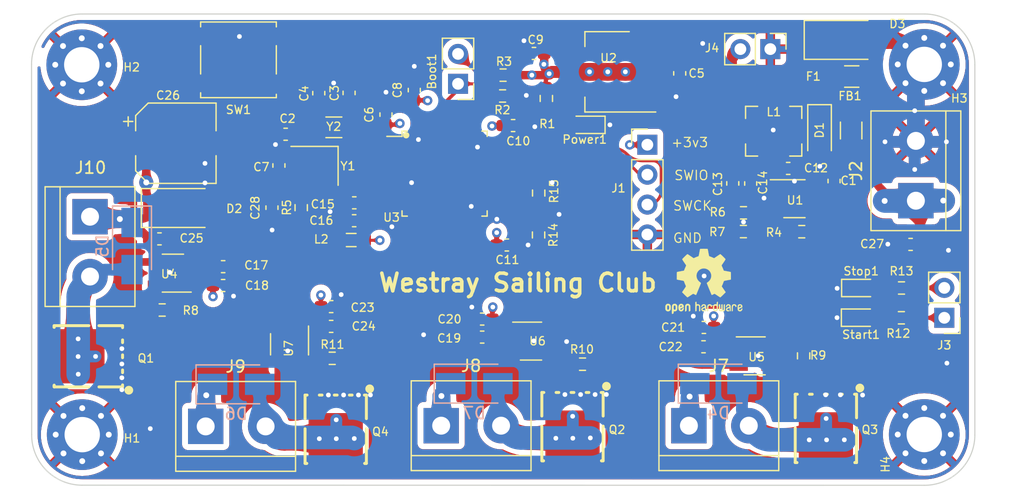
<source format=kicad_pcb>
(kicad_pcb (version 20211014) (generator pcbnew)
  (layers (0 "F.Cu" signal) (1 "In1.Cu" power "Power.Cu") (2 "In2.Cu" power "GND.Cu") (31 "B.Cu" signal) (34 "B.Paste" user) (35 "F.Paste" user) (36 "B.SilkS" user "B.Silkscreen") (37 "F.SilkS" user "F.Silkscreen") (38 "B.Mask" user) (39 "F.Mask" user) (44 "Edge.Cuts" user))
  (net 0 "")
  (net 1 "BOOT0")
  (net 2 "Net-(C1-Pad1)")
  (net 3 "GND")
  (net 4 "OSCIN")
  (net 5 "CIN")
  (net 6 "COUT")
  (net 7 "+5V")
  (net 8 "+3V3")
  (net 9 "OSCOUT")
  (net 10 "BUCK_BST")
  (net 11 "BUCK_SW")
  (net 12 "VDDA")
  (net 13 "+12V")
  (net 14 "SWCLK")
  (net 15 "SWIO")
  (net 16 "Net-(J3-Pad1)")
  (net 17 "Start")
  (net 18 "Net-(Power1-Pad2)")
  (net 19 "Net-(Q1-Pad4)")
  (net 20 "Net-(D4-Pad2)")
  (net 21 "Net-(D5-Pad2)")
  (net 22 "Net-(D6-Pad2)")
  (net 23 "Net-(R4-Pad2)")
  (net 24 "BUCK_FB")
  (net 25 "Net-(R8-Pad2)")
  (net 26 "Net-(Q2-Pad4)")
  (net 27 "Net-(R10-Pad2)")
  (net 28 "Net-(R11-Pad2)")
  (net 43 "Light 3")
  (net 44 "Horn")
  (net 54 "Light 1")
  (net 55 "Light 2")
  (net 58 "Net-(Q3-Pad4)")
  (net 59 "Net-(Q4-Pad4)")
  (net 60 "Net-(R9-Pad2)")
  (net 61 "Stop")
  (net 62 "Net-(J3-Pad2)")
  (net 63 "Net-(D7-Pad2)")
  (net 64 "Net-(D3-Pad1)")
  (net 65 "Net-(C28-Pad1)")
  (net 66 "Net-(Boot1-Pad2)")
  (footprint "Capacitor_SMD:C_0603_1608Metric_Pad1.08x0.95mm_HandSolder" (layer "F.Cu") (at 164.17 113.11)
    (fp_text reference "C12")
    (fp_text value "10nF")
  )
  (footprint "Custom:TerminalBlock_bornier-2_P5.08mm" (layer "F.Cu") (at 175 115.85 90)
    (fp_text reference "J2")
    (fp_text value "Screw_Terminal_01x02")
  )
  (footprint "Crystal:Crystal_SMD_3225-4Pin_3.2x2.5mm" (layer "F.Cu") (at 124 112.89 180)
    (fp_text reference "Y1")
    (fp_text value "YSX531SL 8MHz")
  )
  (footprint "Capacitor_SMD:C_0603_1608Metric_Pad1.08x0.95mm_HandSolder" (layer "F.Cu") (at 159.47 114.38 -90)
    (fp_text reference "C13")
    (fp_text value "10uF")
  )
  (footprint "Diode_SMD:D_SMA" (layer "F.Cu") (at 112.71 116.47)
    (fp_text reference "D2")
    (fp_text value "B230A-13-F")
  )
  (footprint "Connector_PinHeader_2.54mm:PinHeader_1x02_P2.54mm_Vertical" (layer "F.Cu") (at 136.17 105.9275 180)
    (fp_text reference "Boot1")
    (fp_text value "Conn_01x02_Male")
  )
  (footprint "Connector_PinHeader_2.54mm:PinHeader_1x02_P2.54mm_Vertical" (layer "F.Cu") (at 177.41 125.79 180)
    (fp_text reference "J3")
    (fp_text value "Conn_01x02_Male")
  )
  (footprint "Capacitor_SMD:C_0603_1608Metric_Pad1.08x0.95mm_HandSolder" (layer "F.Cu") (at 160.99 114.39 -90)
    (fp_text reference "C14")
    (fp_text value "10uF")
  )
  (footprint "Resistor_SMD:R_0603_1608Metric_Pad0.98x0.95mm_HandSolder" (layer "F.Cu") (at 160.37 118.47 180)
    (fp_text reference "R7")
    (fp_text value "13k")
  )
  (footprint "Capacitor_SMD:C_0603_1608Metric_Pad1.08x0.95mm_HandSolder" (layer "F.Cu") (at 157.02 126.61)
    (fp_text reference "C21")
    (fp_text value "10uF")
  )
  (footprint "Capacitor_SMD:C_0603_1608Metric_Pad1.08x0.95mm_HandSolder" (layer "F.Cu") (at 168.06 114.18 90)
    (fp_text reference "C1")
    (fp_text value "10uF")
  )
  (footprint "LED_SMD:LED_0603_1608Metric_Pad1.05x0.95mm_HandSolder" (layer "F.Cu") (at 170.34 125.78)
    (fp_text reference "Start1")
    (fp_text value "LED")
  )
  (footprint "Capacitor_SMD:C_0603_1608Metric_Pad1.08x0.95mm_HandSolder" (layer "F.Cu") (at 120.98 112.86 90)
    (fp_text reference "C7")
    (fp_text value "30pF")
  )
  (footprint "Resistor_SMD:R_0603_1608Metric_Pad0.98x0.95mm_HandSolder" (layer "F.Cu") (at 139.95 106.96)
    (fp_text reference "R2")
    (fp_text value "100k")
  )
  (footprint "Package_TO_SOT_SMD:SOT-23-5_HandSoldering" (layer "F.Cu") (at 121.88 128.04 -90)
    (fp_text reference "U7")
    (fp_text value "SCT51240")
  )
  (footprint "Inductor_SMD:L_Bourns-SRN4018" (layer "F.Cu") (at 162.94 109.95 180)
    (fp_text reference "L1")
    (fp_text value "6.8uH")
  )
  (footprint "Resistor_SMD:R_0603_1608Metric_Pad0.98x0.95mm_HandSolder" (layer "F.Cu") (at 160.38 116.88)
    (fp_text reference "R6")
    (fp_text value "68k")
  )
  (footprint "Resistor_SMD:R_0603_1608Metric_Pad0.98x0.95mm_HandSolder" (layer "F.Cu") (at 143.66 107.17 -90)
    (fp_text reference "R1")
    (fp_text value "1k")
  )
  (footprint "Package_TO_SOT_SMD:SOT-23-5_HandSoldering" (layer "F.Cu") (at 161.32 129.02)
    (fp_text reference "U5")
    (fp_text value "SCT51240")
  )
  (footprint "Inductor_SMD:L_0805_2012Metric_Pad1.05x1.20mm_HandSolder" (layer "F.Cu") (at 127.11 119.19 180)
    (fp_text reference "L2")
    (fp_text value "39nH")
  )
  (footprint "MountingHole:MountingHole_3mm_Pad_Via" (layer "F.Cu") (at 175.71 104.28)
    (fp_text reference "H3")
    (fp_text value "MountingHole_Pad")
  )
  (footprint "Custom:TerminalBlock_bornier-2_P5.08mm" (layer "F.Cu") (at 114.77 135.01)
    (fp_text reference "J9")
    (fp_text value "Light 3")
  )
  (footprint "MountingHole:MountingHole_3mm_Pad_Via" (layer "F.Cu") (at 175.71 135.7)
    (fp_text reference "H4")
    (fp_text value "MountingHole_Pad")
  )
  (footprint "Capacitor_SMD:C_0603_1608Metric_Pad1.08x0.95mm_HandSolder" (layer "F.Cu") (at 116.2475 123.05 180)
    (fp_text reference "C18")
    (fp_text value "100nF")
  )
  (footprint "Resistor_SMD:R_0603_1608Metric_Pad0.98x0.95mm_HandSolder" (layer "F.Cu") (at 139.99 105.19 180)
    (fp_text reference "R3")
    (fp_text value "10k")
  )
  (footprint "Capacitor_SMD:C_0603_1608Metric_Pad1.08x0.95mm_HandSolder" (layer "F.Cu") (at 110.85 119.09)
    (fp_text reference "C25")
    (fp_text value "10uF")
  )
  (footprint "LED_SMD:LED_0603_1608Metric_Pad1.05x0.95mm_HandSolder" (layer "F.Cu") (at 146.98 109.41 180)
    (fp_text reference "Power1")
    (fp_text value "Yellow/Green")
  )
  (footprint "Capacitor_SMD:C_0603_1608Metric_Pad1.08x0.95mm_HandSolder" (layer "F.Cu") (at 127.37 116.03 180)
    (fp_text reference "C15")
    (fp_text value "10nF")
  )
  (footprint "LED_SMD:LED_0603_1608Metric_Pad1.05x0.95mm_HandSolder" (layer "F.Cu") (at 170.36 123.26)
    (fp_text reference "Stop1")
    (fp_text value "LED")
  )
  (footprint "Capacitor_SMD:C_0603_1608Metric_Pad1.08x0.95mm_HandSolder" (layer "F.Cu") (at 132.46 106.46 90)
    (fp_text reference "C8")
    (fp_text value "100nF")
  )
  (footprint "Symbol:OSHW-Logo2_7.3x6mm_SilkScreen" (layer "F.Cu") (at 157.02 122.69)
    (fp_text reference "LOGO1" hide)
    (fp_text value "Logo_Open_Hardware_Small" hide)
  )
  (footprint "Capacitor_SMD:C_0603_1608Metric_Pad1.08x0.95mm_HandSolder" (layer "F.Cu") (at 126.93 106.7 90)
    (fp_text reference "C3")
    (fp_text value "18pF")
  )
  (footprint "Resistor_SMD:R_0603_1608Metric_Pad0.98x0.95mm_HandSolder" (layer "F.Cu") (at 111.08 125.13)
    (fp_text reference "R8")
    (fp_text value "220")
  )
  (footprint "Resistor_SMD:R_0603_1608Metric_Pad0.98x0.95mm_HandSolder" (layer "F.Cu") (at 165.48 129.02 90)
    (fp_text reference "R9")
    (fp_text value "220")
  )
  (footprint "Custom:TerminalBlock_bornier-2_P5.08mm" (layer "F.Cu") (at 104.96 117.21 -90)
    (fp_text reference "J10")
    (fp_text value "Horn")
  )
  (footprint "Capacitor_SMD:C_0603_1608Metric_Pad1.08x0.95mm_HandSolder" (layer "F.Cu") (at 125.41 126.52 180)
    (fp_text reference "C24")
    (fp_text value "100nF")
  )
  (footprint "Capacitor_SMD:C_0603_1608Metric_Pad1.08x0.95mm_HandSolder" (layer "F.Cu") (at 140.31 119.61)
    (fp_text reference "C11")
    (fp_text value "100nF")
  )
  (footprint "Capacitor_SMD:C_0603_1608Metric_Pad1.08x0.95mm_HandSolder" (layer "F.Cu") (at 125.41 124.84 180)
    (fp_text reference "C23")
    (fp_text value "10uF")
  )
  (footprint "Resistor_SMD:R_0603_1608Metric_Pad0.98x0.95mm_HandSolder" (layer "F.Cu") (at 143.01 115.2 90)
    (fp_text reference "R15")
    (fp_text value "10K")
  )
  (footprint "Package_QFP:LQFP-48_7x7mm_P0.5mm" (layer "F.Cu") (at 135.03 113.55)
    (fp_text reference "U3")
    (fp_text value "STM32F103C8T6")
  )
  (footprint "Connector_PinHeader_2.54mm:PinHeader_1x02_P2.54mm_Vertical" (layer "F.Cu") (at 162.655 102.98 -90)
    (fp_text reference "J4")
    (fp_text value "5V out")
  )
  (footprint "Diode_SMD:D_SOD-123" (layer "F.Cu") (at 166.83 109.95 -90)
    (fp_text reference "D1")
    (fp_text value "B5819W SL")
  )
  (footprint "Capacitor_SMD:C_0603_1608Metric_Pad1.08x0.95mm_HandSolder" (layer "F.Cu") (at 127.36 117.55 180)
    (fp_text reference "C16")
    (fp_text value "1uF")
  )
  (footprint "Capacitor_SMD:C_0603_1608Metric_Pad1.08x0.95mm_HandSolder" (layer "F.Cu") (at 120.39 116.44 -90)
    (fp_text reference "C28")
    (fp_text value "100nF")
  )
  (footprint "Package_TO_SOT_SMD:SOT-23-5_HandSoldering" (layer "F.Cu") (at 111.99 122 180)
    (fp_text reference "U4")
    (fp_text value "SCT51240")
  )
  (footprint "Capacitor_SMD:C_0603_1608Metric_Pad1.08x0.95mm_HandSolder" (layer "F.Cu") (at 116.25 121.45 180)
    (fp_text reference "C17")
    (fp_text value "10uF")
  )
  (footprint "Capacitor_SMD:C_0603_1608Metric_Pad1.08x0.95mm_HandSolder" (layer "F.Cu") (at 138.217886 127.42882)
    (fp_text reference "C19")
    (fp_text value "10uF")
  )
  (footprint "MountingHole:MountingHole_3mm_Pad_Via" (layer "F.Cu") (at 104.26 104.31)
    (fp_text reference "H2")
    (fp_text value "MountingHole_Pad")
  )
  (footprint "Capacitor_SMD:C_0603_1608Metric_Pad1.08x0.95mm_HandSolder" (layer "F.Cu") (at 138.217886 125.89882)
    (fp_text reference "C20")
    (fp_text value "100nF")
  )
  (footprint "Package_TO_SOT_SMD:SOT-23-6_Handsoldering" (layer "F.Cu") (at 164.7 115.68)
    (fp_text reference "U1")
    (fp_text value "EUP3458")
  )
  (footprint "Custom:TerminalBlock_bornier-2_P5.08mm" (layer "F.Cu") (at 155.75 134.95)
    (fp_text reference "J7")
    (fp_text value "Light 2")
  )
  (footprint "Crystal:Crystal_SMD_3215-2Pin_3.2x1.5mm" (layer "F.Cu") (at 125.64 109.62)
    (fp_text reference "Y2")
    (fp_text value "YST310S 32.768KHz")
  )
  (footprint "Capacitor_SMD:C_0603_1608Metric_Pad1.08x0.95mm_HandSolder" (layer "F.Cu") (at 174.55 119.56 180)
    (fp_text reference "C27")
    (fp_text value "10uF")
  )
  (footprint "Diode_SMD:D_SMA" (layer "F.Cu") (at 168.93 102.2)
    (fp_text reference "D3")
    (fp_text value "B230A-13-F")
  )
  (footprint "Resistor_SMD:R_0603_1608Metric_Pad0.98x0.95mm_HandSolder" (layer "F.Cu") (at 125.5 129.23 180)
    (fp_text reference "R11")
    (fp_text value "220")
  )
  (footprint "Resistor_SMD:R_0603_1608Metric_Pad0.98x0.95mm_HandSolder" (layer "F.Cu") (at 146.727886 129.72882)
    (fp_text reference "R10")
    (fp_text value "220")
  )
  (footprint "Package_TO_SOT_SMD:SOT-223-3_TabPin2" (layer "F.Cu") (at 148.84 104.91 180)
    (fp_text reference "U2")
    (fp_text value "AMS1117-3.3")
  )
  (footprint "Capacitor_SMD:CP_Elec_6.3x7.7" (layer "F.Cu") (at 112.24 110.97)
    (fp_text reference "C26")
    (fp_text value "220uF")
  )
  (footprint "Package_TO_SOT_SMD:SOT-23-5_HandSoldering" (layer "F.Cu") (at 142.357886 127.76882)
    (fp_text reference "U6")
    (fp_text value "SCT51240")
  )
  (footprint "Capacitor_SMD:C_0603_1608Metric_Pad1.08x0.95mm_HandSolder" (layer "F.Cu") (at 140.84 109.47)
    (fp_text reference "C10")
    (fp_text value "100nF")
  )
  (footprint "Resistor_SMD:R_0603_1608Metric_Pad0.98x0.95mm_HandSolder" (layer "F.Cu") (at 173.78 123.26)
    (fp_text reference "R13")
    (fp_text value "220R")
  )
  (footprint "Custom:PDFN-8_L5.6-W5.2-P1.27-LS6.1-BL" (layer "F.Cu") (at 167.367292 135.17 180)
    (fp_text reference "Q3")
    (fp_text value "HSBA3048")
  )
  (footprint "Custom:PDFN-8_L5.6-W5.2-P1.27-LS6.1-BL" (layer "F.Cu") (at 125.797292 135.24 180)
    (fp_text reference "Q4")
    (fp_text value "HSBA3048")
  )
  (footprint "Resistor_SMD:R_0603_1608Metric_Pad0.98x0.95mm_HandSolder" (layer "F.Cu") (at 173.77 125.79 180)
    (fp_text reference "R12")
    (fp_text value "1k")
  )
  (footprint "Capacitor_SMD:C_0603_1608Metric_Pad1.08x0.95mm_HandSolder" (layer "F.Cu") (at 124.36 106.72 90)
    (fp_text reference "C4")
    (fp_text value "18pF")
  )
  (footprint "Capacitor_SMD:C_0603_1608Metric_Pad1.08x0.95mm_HandSolder" (layer "F.Cu") (at 156.99 128.25)
    (fp_text reference "C22")
    (fp_text value "100nF")
  )
  (footprint "Custom:SW_Push_7x4.5" (layer "F.Cu") (at 117.55 103.89)
    (fp_text reference "SW1")
    (fp_text value "Reset")
  )
  (footprint "Custom:PDFN-8_L5.6-W5.2-P1.27-LS6.1-BL" (layer "F.Cu") (at 104.83 129.057292 90)
    (fp_text reference "Q1")
    (fp_text value "HSBA3048")
  )
  (footprint "Custom:PDFN-8_L5.6-W5.2-P1.27-LS6.1-BL" (layer "F.Cu") (at 145.877292 135.02 180)
    (fp_text reference "Q2")
    (fp_text value "HSBA3048")
  )
  (footprint "Resistor_SMD:R_0603_1608Metric_Pad0.98x0.95mm_HandSolder" (layer "F.Cu") (at 122.87 116.44 90)
    (fp_text reference "R5")
    (fp_text value "10k")
  )
  (footprint "Capacitor_SMD:C_0603_1608Metric_Pad1.08x0.95mm_HandSolder" (layer "F.Cu") (at 121.55 110.21)
    (fp_text reference "C2")
    (fp_text value "30pF")
  )
  (footprint "MountingHole:MountingHole_3mm_Pad_Via" (layer "F.Cu") (at 104.3 135.71)
    (fp_text reference "H1")
    (fp_text value "MountingHole_Pad")
  )
  (footprint "Capacitor_SMD:C_0603_1608Metric_Pad1.08x0.95mm_HandSolder" (layer "F.Cu") (at 130.06 108.54 90)
    (fp_text reference "C6")
    (fp_text value "100nF")
  )
  (footprint "Capacitor_SMD:C_1206_3216Metric_Pad1.33x1.80mm_HandSolder" (layer "F.Cu") (at 169.51 109.89 90)
    (fp_text reference "FB1")
    (fp_text value "CBW321609U600")
  )
  (footprint "Capacitor_SMD:C_0603_1608Metric_Pad1.08x0.95mm_HandSolder" (layer "F.Cu") (at 154.97 105.04 -90)
    (fp_text reference "C5")
    (fp_text value "10uF")
  )
  (footprint "Capacitor_SMD:C_0603_1608Metric_Pad1.08x0.95mm_HandSolder" (layer "F.Cu") (at 142.61 103.35 180)
    (fp_text reference "C9")
    (fp_text value "10uF")
  )
  (footprint "Resistor_SMD:R_0603_1608Metric_Pad0.98x0.95mm_HandSolder" (layer "F.Cu") (at 143 118.7575 90)
    (fp_text reference "R14")
    (fp_text value "10K")
  )
  (footprint "Custom:TerminalBlock_bornier-2_P5.08mm" (layer "F.Cu") (at 134.74 134.95)
    (fp_text reference "J8")
    (fp_text value "Light 1")
  )
  (footprint "Fuse:Fuse_1206_3216Metric_Pad1.42x1.75mm_HandSolder" (layer "F.Cu") (at 169.56 105.31 180)
    (fp_text reference "F1")
    (fp_text value "250mA")
  )
  (footprint "Resistor_SMD:R_0603_1608Metric_Pad0.98x0.95mm_HandSolder" (layer "F.Cu") (at 165.32 118.48)
    (fp_text reference "R4")
    (fp_text value "10k")
  )
  (footprint "Connector_PinHeader_2.54mm:PinHeader_1x04_P2.54mm_Vertical" (layer "F.Cu") (at 152.225 111.1)
    (fp_text reference "J1")
    (fp_text value "Program")
  )
  (footprint "Diode_SMD:D_SMA" (layer "B.Cu") (at 137.55 131.38)
    (fp_text reference "D7")
    (fp_text value "B230A-13-F")
  )
  (footprint "Diode_SMD:D_SMA" (layer "B.Cu") (at 108.52 119.7 -90)
    (fp_text reference "D5")
    (fp_text value "B230A-13-F")
  )
  (footprint "Diode_SMD:D_SMA" (layer "B.Cu") (at 158.25 131.38)
    (fp_text reference "D4")
    (fp_text value "B230A-13-F")
  )
  (footprint "Diode_SMD:D_SMA" (layer "B.Cu") (at 117.35 131.44)
    (fp_text reference "D6")
    (fp_text value "B230A-13-F")
  )
  (gr_circle (center 131.77 110.29) (end 131.98 110.32) (layer "F.SilkS") (width 0.12) (fill solid))
  (gr_arc locked (start 104.270368 140.000002) (mid 101.249885 138.732461) (end 100.010367 135.70037) (layer "Edge.Cuts") (width 0.1))
  (gr_line locked (start 175.74 100.000001) (end 104.299815 100.000184) (layer "Edge.Cuts") (width 0.1))
  (gr_line locked (start 100.000183 104.260185) (end 100.010367 135.70037) (layer "Edge.Cuts") (width 0.1))
  (gr_arc locked (start 175.74 100.000001) (mid 178.760484 101.267542) (end 180.000001 104.299633) (layer "Edge.Cuts") (width 0.1))
  (gr_line locked (start 104.270368 140.000002) (end 175.700369 140.010001) (layer "Edge.Cuts") (width 0.1))
  (gr_arc locked (start 100.000183 104.260185) (mid 101.267724 101.239702) (end 104.299815 100.000184) (layer "Edge.Cuts") (width 0.1))
  (gr_line locked (start 180.000001 135.75) (end 180.000001 104.299633) (layer "Edge.Cuts") (width 0.1))
  (gr_arc locked (start 180.000001 135.75) (mid 178.73246 138.770484) (end 175.700369 140.010001) (layer "Edge.Cuts") (width 0.1))
  (gr_text "GND" (at 155.63 119.02) (layer "F.SilkS") (effects (font (size 0.8 0.8) (thickness 0.1))))
  (gr_text "SWIO" (at 155.96 113.7) (layer "F.SilkS") (effects (font (size 0.8 0.8) (thickness 0.1))))
  (gr_text "SWCK" (at 156.05 116.28) (layer "F.SilkS") (effects (font (size 0.8 0.8) (thickness 0.1))))
  (gr_text "+3v3" (at 155.82 110.91) (layer "F.SilkS") (effects (font (size 0.8 0.8) (thickness 0.1))))
  (gr_text "Westray Sailing Club" (at 141.24 122.82) (layer "F.SilkS") (effects (font (size 1.5 1.5) (thickness 0.3))))
  (segment (start 134.545 108.045) (end 135.821749 106.768251) (width 0.3) (layer "F.Cu") (net 1))
  (segment (start 138.52125 106.44375) (end 139.0375 106.96) (width 0.25) (layer "F.Cu") (net 1))
  (segment (start 137.274912 105.9275) (end 136.553747 105.9275) (width 0.25) (layer "F.Cu") (net 1))
  (segment (start 134.28 109.3875) (end 134.28 108.684766) (width 0.3) (layer "F.Cu") (net 1))
  (arc (start 135.821749 106.768251) (mid 136.079493 106.382511) (end 136.17 105.9275) (width 0.3) (layer "F.Cu") (net 1))
  (arc (start 134.28 108.684766) (mid 134.348871 108.338527) (end 134.545 108.045) (width 0.3) (layer "F.Cu") (net 1))
  (arc (start 138.52125 106.44375) (mid 137.949425 106.061669) (end 137.274912 105.9275) (width 0.25) (layer "F.Cu") (net 1))
  (segment (start 168.06 115.71) (end 166.08 115.71) (width 0.7) (layer "F.Cu") (net 2))
  (segment (start 165.044246 115.68) (end 166.05 115.68) (width 0.3) (layer "F.Cu") (net 2))
  (segment (start 169.34 115.03) (end 168.0725 115.03) (width 0.7) (layer "F.Cu") (net 2))
  (segment (start 168.06 115.0425) (end 168.06 115.71) (width 0.7) (layer "F.Cu") (net 2))
  (segment (start 169.66 113.78) (end 169.66 111.8225) (width 0.7) (layer "F.Cu") (net 2))
  (segment (start 169.66 113.78) (end 169.66 114.71) (width 0.7) (layer "F.Cu") (net 2))
  (segment (start 169.66 114.7875) (end 169.66 113.78) (width 0.7) (layer "F.Cu") (net 2))
  (segment (start 164.865 115.859246) (end 164.865 117.776069) (width 0.3) (layer "F.Cu") (net 2))
  (arc (start 164.865 117.776069) (mid 164.806849 118.068412) (end 164.64125 118.31625) (width 0.3) (layer "F.Cu") (net 2))
  (arc (start 169.66 114.71) (mid 169.566274 114.936274) (end 169.34 115.03) (width 0.7) (layer "F.Cu") (net 2))
  (arc (start 164.865 115.859246) (mid 164.878644 115.790651) (end 164.9175 115.7325) (width 0.3) (layer "F.Cu") (net 2))
  (arc (start 165.044246 115.68) (mid 164.975651 115.693644) (end 164.9175 115.7325) (width 0.3) (layer "F.Cu") (net 2))
  (segment (start 168.335 123.275) (end 168.32 123.29) (width 0.25) (layer "F.Cu") (net 3))
  (segment (start 125.6225 105.8575) (end 124.36 105.8575) (width 0.3) (layer "F.Cu") (net 3))
  (segment (start 126.5075 116.9123) (end 126.5075 117.532928) (width 0.25) (layer "F.Cu") (net 3))
  (segment (start 114.71 114.34) (end 114.71 116.47) (width 0.7) (layer "F.Cu") (net 3))
  (segment (start 126.895857 105.8575) (end 125.6225 105.8575) (width 0.3) (layer "F.Cu") (net 3))
  (segment (start 163.35 115.68) (end 164.11 115.68) (width 0.3) (layer "F.Cu") (net 3))
  (segment (start 141.037886 127.74882) (end 142.597886 127.74882) (width 0.25) (layer "F.Cu") (net 3))
  (segment (start 159.47 115.2425) (end 160.965858 115.2425) (width 0.5) (layer "F.Cu") (net 3))
  (segment (start 124.558578 113.598578) (end 123.035355 112.075355) (width 0.3) (layer "F.Cu") (net 3))
  (segment (start 142.68 109.57) (end 141.87321 109.57) (width 0.25) (layer "F.Cu") (net 3))
  (segment (start 128.7375 132.3425) (end 128.74 132.34) (width 1) (layer "F.Cu") (net 3))
  (segment (start 141.96 106.91) (end 141.935 106.935) (width 0.25) (layer "F.Cu") (net 3))
  (segment (start 132.195857 114.3) (end 130.8675 114.3) (width 0.25) (layer "F.Cu") (net 3))
  (segment (start 137.29 116.33) (end 137.488655 116.33) (width 0.25) (layer "F.Cu") (net 3))
  (segment (start 126.5075 116.9123) (end 126.5075 116.802699) (width 0.25) (layer "F.Cu") (net 3))
  (segment (start 148.7475 132.3025) (end 148.75 132.3) (width 1) (layer "F.Cu") (net 3))
  (segment (start 130.06 106.64) (end 130.06 107.6775) (width 0.25) (layer "F.Cu") (net 3))
  (segment (start 132.46 104.44) (end 132.46 105.5975) (width 0.25) (layer "F.Cu") (net 3))
  (segment (start 141.874644 106.96) (end 140.8625 106.96) (width 0.25) (layer "F.Cu") (net 3))
  (segment (start 120.39 118.33) (end 120.4 118.34) (width 0.25) (layer "F.Cu") (net 3))
  (segment (start 166.83 111.6) (end 166.83 112.79) (width 0.7) (layer "F.Cu") (net 3))
  (segment (start 146.565 132.305) (end 145.235 132.305) (width 1) (layer "F.Cu") (net 3))
  (segment (start 114.65 101.89) (end 120.45 101.89) (width 0.25) (layer "F.Cu") (net 3))
  (segment (start 168.06 113.3175) (end 167.3575 113.3175) (width 0.7) (layer "F.Cu") (net 3))
  (segment (start 128.731464 132.345) (end 127.725 132.345) (width 1) (layer "F.Cu") (net 3))
  (segment (start 170.47 132.33) (end 169.34 132.33) (width 1) (layer "F.Cu") (net 3))
  (segment (start 159.88 129.01) (end 161.63 129.01) (width 0.3) (layer "F.Cu") (net 3))
  (segment (start 137.28 116.469497) (end 137.28 118.113753) (width 0.25) (layer "F.Cu") (net 3))
  (segment (start 117.11 123.05) (end 117.11 123.93) (width 0.25) (layer "F.Cu") (net 3))
  (segment (start 168.315 125.785) (end 168.31 125.78) (width 0.25) (layer "F.Cu") (net 3))
  (segment (start 137.355386 125.250632) (end 137.355386 125.674508) (width 0.3) (layer "F.Cu") (net 3))
  (segment (start 107.66 129.71) (end 107.66 128.41) (width 1) (layer "F.Cu") (net 3))
  (segment (start 164.52 115.27) (end 164.52 114.372909) (width 0.3) (layer "F.Cu") (net 3))
  (segment (start 170.71 102.21) (end 172.595858 102.21) (width 1.5) (layer "F.Cu") (net 3))
  (segment (start 141.75375 102.27625) (end 141.76 102.27) (width 0.3) (layer "F.Cu") (net 3))
  (segment (start 174.9 113.2) (end 174.9 110.87) (width 1) (layer "F.Cu") (net 3))
  (segment (start 120.83 129.5) (end 121.73 128.6) (width 0.25) (layer "F.Cu") (net 3))
  (segment (start 168.371213 123.26) (end 169.385 123.26) (width 0.25) (layer "F.Cu") (net 3))
  (segment (start 175 110.77) (end 175 105.994091) (width 1.5) (layer "F.Cu") (net 3))
  (segment (start 156.12 125.65) (end 156.12 128.231894) (width 0.25) (layer "F.Cu") (net 3))
  (segment (start 172.654142 119.56) (end 173.6875 119.56) (width 0.5) (layer "F.Cu") (net 3))
  (segment (start 143.01 114.2875) (end 144.1275 114.2875) (width 0.3) (layer "F.Cu") (net 3))
  (segment (start 147.855 109.41) (end 149.05 109.41) (width 0.25) (layer "F.Cu") (net 3))
  (segment (start 107.66 130.88) (end 107.66 129.71) (width 1) (layer "F.Cu") (net 3))
  (segment (start 172.63 119.55) (end 172.62 119.54) (width 0.5) (layer "F.Cu") (net 3))
  (segment (start 151.99 107.21) (end 154.1725 107.21) (width 0.7) (layer "F.Cu") (net 3))
  (segment (start 120.6875 111.0825) (end 120.6875 111.498171) (width 0.3) (layer "F.Cu") (net 3))
  (segment (start 137.82 111.3) (end 139.1925 111.3) (width 0.25) (layer "F.Cu") (net 3))
  (segment (start 120.6875 111.0825) (end 120.6875 110.21) (width 0.3) (layer "F.Cu") (net 3))
  (segment (start 125.32 116.78) (end 126.375199 116.78) (width 0.25) (layer "F.Cu") (net 3))
  (segment (start 132.23 114.32) (end 132.22 114.31) (width 0.25) (layer "F.Cu") (net 3))
  (segment (start 177.59 110.85) (end 172.38 110.85) (width 1) (layer "F.Cu") (net 3))
  (segment (start 137.355386 126.77132) (end 137.355386 127.42882) (width 0.3) (layer "F.Cu") (net 3))
  (segment (start 168.327071 125.79) (end 169.255 125.79) (width 0.25) (layer "F.Cu") (net 3))
  (segment (start 169.34 132.33) (end 168.05 132.33) (width 1) (layer "F.Cu") (net 3))
  (segment (start 120.39 117.3025) (end 120.39 118.33) (width 0.25) (layer "F.Cu") (net 3))
  (segment (start 141.1725 119.61) (end 142.11 119.61) (width 0.25) (layer "F.Cu") (net 3))
  (segment (start 111.115 121.525) (end 110.64 121.05) (width 0.3) (layer "F.Cu") (net 3))
  (segment (start 132.78 110.053015) (end 132.78 109.3875) (width 0.25) (layer "F.Cu") (net 3))
  (segment (start 138.224997 116.635003) (end 138.691791 117.101797) (width 0.25) (layer "F.Cu") (net 3))
  (segment (start 142.597886 127.74882) (end 142.787886 127.74882) (width 0.25) (layer "F.Cu") (net 3))
  (segment (start 126.28 123.93875) (end 126.28 126.64125) (width 0.25) (layer "F.Cu") (net 3))
  (segment (start 121.78 127.01) (end 121.78 128.55) (width 0.25) (layer "F.Cu") (net 3))
  (segment (start 114.71 111.206984) (end 114.71 112.68) (width 0.7) (layer "F.Cu") (net 3))
  (segment (start 142.11 119.61) (end 142.94 119.61) (width 0.25) (layer "F.Cu") (net 3))
  (segment (start 117.1125 121.45) (end 117.1125 123.0475) (width 0.25) (layer "F.Cu") (net 3))
  (segment (start 112.261751 122) (end 113.34 122) (width 0.3) (layer "F.Cu") (net 3))
  (segment (start 148.741464 132.305) (end 147.795 132.305) (width 1) (layer "F.Cu") (net 3))
  (segment (start 117.11 123.93) (end 117.13 123.95) (width 0.25) (layer "F.Cu") (net 3))
  (segment (start 121.78 128.55) (end 121.73 128.6) (width 0.25) (layer "F.Cu") (net 3))
  (segment (start 107.66 131.9) (end 107.66 130.88) (width 1) (layer "F.Cu") (net 3))
  (segment (start 114.71 114.34) (end 114.71 112.68) (width 0.7) (layer "F.Cu") (net 3))
  (segment (start 137.355386 125.89882) (end 137.355386 126.77132) (width 0.3) (layer "F.Cu") (net 3))
  (segment (start 126.5075 116.802699) (end 126.5075 116.03) (width 0.25) (layer "F.Cu") (net 3))
  (segment (start 142.787886 127.74882) (end 143.737886 128.69882) (width 0.25) (layer "F.Cu") (net 3))
  (segment (start 126.465 132.345) (end 125.175 132.345) (width 1) (layer "F.Cu") (net 3))
  (segment (start 168.05 132.33) (end 166.823536 132.33) (width 1) (layer "F.Cu") (net 3))
  (segment (start 160.99 115.2525) (end 161.7375 115.2525) (width 0.5) (layer "F.Cu") (net 3))
  (segment (start 147.795 132.305) (end 146.565 132.305) (width 1) (layer "F.Cu") (net 3))
  (segment (start 127.725 132.345) (end 126.465 132.345) (width 1) (layer "F.Cu") (net 3))
  (segment (start 141.7475 102.291338) (end 141.7475 103.35) (width 0.3) (layer "F.Cu") (net 3))
  (segment (start 121.186828 111.9975) (end 122.827447 111.9975) (width 0.3) (layer "F.Cu") (net 3))
  (segment (start 162.165 115.68) (end 163.35 115.68) (width 0.5) (layer "F.Cu") (net 3))
  (via (at 142.597886 127.74882) (size 0.8) (drill 0.4) (layers "F.Cu" "B.Cu") (net 3))
  (via (at 137.29 116.33) (size 0.8) (drill 0.4) (layers "F.Cu" "B.Cu") (net 3))
  (via (at 142.11 119.61) (size 0.8) (drill 0.4) (layers "F.Cu" "B.Cu") (net 3))
  (via (at 130.06 106.64) (size 0.8) (drill 0.4) (layers "F.Cu" "B.Cu") (net 3))
  (via (at 156.12 125.65) (size 0.8) (drill 0.4) (layers "F.Cu" "B.Cu") (net 3))
  (via (at 177.59 110.85) (size 0.8) (drill 0.4) (layers "F.Cu" "B.Cu") (net 3))
  (via (at 117.63 101.91) (size 0.8) (drill 0.4) (layers "F.Cu" "B.Cu") (net 3))
  (via (at 141.76 102.27) (size 0.8) (drill 0.4) (layers "F.Cu" "B.Cu") (net 3))
  (via (at 145.377886 127.80882) (size 0.8) (drill 0.4) (layers "F.Cu" "B.Cu") (net 3))
  (via (at 137.82 111.3) (size 0.8) (drill 0.4) (layers "F.Cu" "B.Cu") (net 3))
  (via (at 121.73 128.6) (size 0.8) (drill 0.4) (layers "F.Cu" "B.Cu") (net 3))
  (via (at 132.81 110.66) (size 0.8) (drill 0.4) (layers "F.Cu" "B.Cu") (net 3))
  (via (at 125.175 132.345) (size 0.8) (drill 0.4) (layers "F.Cu" "B.Cu") (net 3))
  (via (at 125.32 116.78) (size 0.8) (drill 0.4) (layers "F.Cu" "B.Cu") (net 3))
  (via (at 157.04 122.24) (size 0.8) (drill 0.4) (layers "F.Cu" "B.Cu") (net 3))
  (via (at 160.38 117.66) (size 0.8) (drill 0.4) (layers "F.Cu" "B.Cu") (net 3))
  (via (at 114.71 114.34) (size 0.8) (drill 0.4) (layers "F.Cu" "B.Cu") (net 3))
  (via (at 127.725 132.345) (size 0.8) (drill 0.4) (layers "F.Cu" "B.Cu") (net 3))
  (via (at 172.38 110.85) (size 0.8) (drill 0.4) (layers "F.Cu" "B.Cu") (net 3))
  (via (at 146.565 132.305) (size 0.8) (drill 0.4) (layers "F.Cu" "B.Cu") (net 3))
  (via (at 156.92 102.5) (size 0.8) (drill 0.4) (layers "F.Cu" "B.Cu") (net 3))
  (via (at 177.63 129.64) (size 0.8) (drill 0.4) (layers "F.Cu" "B.Cu") (net 3))
  (via (at 177.76 120.06) (size 0.8) (drill 0.4) (layers "F.Cu" "B.Cu") (net 3))
  (via (at 120.4 118.34) (size 0.8) (drill 0.4) (layers "F.Cu" "B.Cu") (net 3))
  (via (at 114.71 112.68) (size 0.8) (drill 0.4) (layers "F.Cu" "B.Cu") (net 3))
  (via (at 142.68 109.57) (size 0.8) (drill 0.4) (layers "F.Cu" "B.Cu") (net 3))
  (via (at 170.48 132.35) (size 0.8) (drill 0.4) (layers "F.Cu" "B.Cu") (net 3))
  (via (at 126.26 123.82) (size 0.8) (drill 0.4) (layers "F.Cu" "B.Cu") (net 3))
  (via (at 107.66 129.71) (size 0.8) (drill 0.4) (layers "F.Cu" "B.Cu") (net 3))
  (via (at 117.13 123.95) (size 0.8) (drill 0.4) (layers "F.Cu" "B.Cu") (net 3))
  (via (at 107.66 128.41) (size 0.8) (drill 0.4) (layers "F.Cu" "B.Cu") (net 3))
  (via (at 174.9 108.21) (size 0.8) (drill 0.4) (layers "F.Cu" "B.Cu") (net 3))
  (via (at 141.96 106.91) (size 0.8) (drill 0.4) (layers "F.Cu" "B.Cu") (net 3))
  (via (at 154.66 107.02) (size 0.8) (drill 0.4) (layers "F.Cu" "B.Cu") (net 3))
  (via (at 166.85 112.93) (size 0.8) (drill 0.4) (layers "F.Cu" "B.Cu") (net 3))
  (via (at 107.66 131.9) (size 0.8) (drill 0.4) (layers "F.Cu" "B.Cu") (net 3))
  (via (at 164.7 114.19) (size 0.8) (drill 0.4) (layers "F.Cu" "B.Cu") (net 3))
  (via (at 161.63 129.01) (size 0.8) (drill 0.4) (layers "F.Cu" "B.Cu") (net 3))
  (via (at 107.66 130.88) (size 0.8) (drill 0.4) (layers "F.Cu" "B.Cu") (net 3))
  (via (at 167.35 132.33) (size 0.8) (drill 0.4) (layers "F.Cu" "B.Cu") (net 3))
  (via (at 128.74 132.34) (size 0.8) (drill 0.4) (layers "F.Cu" "B.Cu") (net 3))
  (via (at 149.05 109.41) (size 0.8) (drill 0.4) (layers "F.Cu" "B.Cu") (net 3))
  (via (at 110.07 135.2) (size 0.8) (drill 0.4) (layers "F.Cu" "B.Cu") (net 3))
  (via (at 145.235 132.305) (size 0.8) (drill 0.4) (layers "F.Cu" "B.Cu") (net 3))
  (via (at 133.25 127.23) (size 0.8) (drill 0.4) (layers "F.Cu" "B.Cu") (net 3))
  (via (at 174.9 113.2) (size 0.8) (drill 0.4) (layers "F.Cu" "B.Cu") (net 3))
  (via (at 130.56 118.06) (size 0.8) (drill 0.4) (layers "F.Cu" "B.Cu") (net 3))
  (via (at 162.12 115.63) (size 0.8) (drill 0.4) (layers "F.Cu" "B.Cu") (net 3))
  (via (at 148.75 132.3) (size 0.8) (drill 0.4) (layers "F.Cu" "B.Cu") (net 3))
  (via (at 125.6225 105.8575) (size 0.8) (drill 0.4) (layers "F.Cu" "B.Cu") (net 3))
  (via (at 126.465 132.345) (size 0.8) (drill 0.4) (layers "F.Cu" "B.Cu") (net 3))
  (via (at 144.74 117.01) (size 0.8) (drill 0.4) (layers "F.Cu" "B.Cu") (net 3))
  (via (at 162.9 109.85) (size 0.8) (drill 0.4) (layers "F.Cu" "B.Cu") (net 3))
  (via (at 168.31 125.78) (size 0.8) (drill 0.4) (layers "F.Cu" "B.Cu") (net 3))
  (via (at 147.795 132.305) (size 0.8) (drill 0.4) (layers "F.Cu" "B.Cu") (net 3))
  (via (at 144.15 114.31) (size 0.8) (drill 0.4) (layers "F.Cu" "B.Cu") (net 3))
  (via (at 120.6875 111.0825) (size 0.8) (drill 0.4) (layers "F.Cu" "B.Cu") (net 3))
  (via (at 139.46 117.42) (size 0.8) (drill 0.4) (layers "F.Cu" "B.Cu") (net 3))
  (via (at 132.23 114.32) (size 0.8) (drill 0.4) (layers "F.Cu" "B.Cu") (net 3))
  (via (at 168.6 132.33) (size 0.8) (drill 0.4) (layers "F.Cu" "B.Cu") (net 3))
  (via (at 172.62 119.54) (size 0.8) (drill 0.4) (layers "F.Cu" "B.Cu") (net 3))
  (via (at 168.32 123.29) (size 0.8) (drill 0.4) (layers "F.Cu" "B.Cu") (net 3))
  (via (at 137.34 124.88) (size 0.8) (drill 0.4) (layers "F.Cu" "B.Cu") (net 3))
  (via (at 111.71 121.93) (size 0.8) (drill 0.4) (layers "F.Cu" "B.Cu") (net 3))
  (via (at 132.46 104.44) (size 0.8) (drill 0.4) (layers "F.Cu" "B.Cu") (net 3))
  (arc (start 172.63 119.55) (mid 172.641076 119.557401) (end 172.654142 119.56) (width 0.5) (layer "F.Cu") (net 3))
  (arc (start 137.488655 116.33) (mid 137.88716 116.409268) (end 138.224997 116.635003) (width 0.25) (layer "F.Cu") (net 3))
  (arc (start 112.261751 122) (mid 111.641133 121.876551) (end 111.115 121.525) (width 0.3) (layer "F.Cu") (net 3))
  (arc (start 141.75375 102.27625) (mid 141.749124 102.283172) (end 141.7475 102.291338) (width 0.3) (layer "F.Cu") (net 3))
  (arc (start 154.1725 107.21) (mid 154.722276 106.982276) (end 154.95 106.4325) (width 0.7) (layer "F.Cu") (net 3))
  (arc (start 164.11 115.68) (mid 164.399914 115.559914) (end 164.52 115.27) (width 0.3) (layer "F.Cu") (net 3))
  (arc (start 159.56 118.7) (mid 160.182254 118.442254) (end 160.44 117.82) (width 0.3) (layer "F.Cu") (net 3))
  (arc (start 168.335 123.275) (mid 168.351614 123.263898) (end 168.371213 123.26) (width 0.25) (layer "F.Cu") (net 3))
  (arc (start 148.741464 132.305) (mid 148.74473 132.30435) (end 148.7475 132.3025) (width 1) (layer "F.Cu") (net 3))
  (arc (start 132.22 114.31) (mid 132.208923 114.302598) (end 132.195857 114.3) (width 0.25) (layer "F.Cu") (net 3))
  (arc (start 168.327071 125.79) (mid 168.320538 125.7887) (end 168.315 125.785) (width 0.25) (layer "F.Cu") (net 3))
  (arc (start 144.1275 114.2875) (mid 144.14341 114.29409) (end 144.15 114.31) (width 0.3) (layer "F.Cu") (net 3))
  (arc (start 126.5075 116.802699) (mid 126.493487 116.82367) (end 126.46875 116.81875) (width 0.25) (layer "F.Cu") (net 3))
  (arc (start 126.46875 116.81875) (mid 126.425828 116.79007) (end 126.375199 116.78) (width 0.25) (layer "F.Cu") (net 3))
  (arc (start 120.6875 111.498171) (mid 120.725509 111.689256) (end 120.83375 111.85125) (width 0.3) (layer "F.Cu") (net 3))
  (arc (start 138.691791 117.101797) (mid 139.044248 117.337301) (end 139.46 117.42) (width 0.25) (layer "F.Cu") (net 3))
  (arc (start 141.935 106.935) (mid 141.907308 106.953502) (end 141.874644 106.96) (width 0.25) (layer "F.Cu") (net 3))
  (arc (start 172.595858 102.21) (mid 172.608924 102.207401) (end 172.62 102.2) (width 1.5) (layer "F.Cu") (net 3))
  (arc (start 161.7375 115.2525) (mid 162.039788 115.377712) (end 162.165 115.68) (width 0.5) (layer "F.Cu") (net 3))
  (arc (start 126.5075 116.9123) (mid 126.497429 116.861671) (end 126.46875 116.81875) (width 0.25) (layer "F.Cu") (net 3))
  (arc (start 132.78 110.053015) (mid 132.834577 110.327393) (end 132.99 110.56) (width 0.25) (layer "F.Cu") (net 3))
  (arc (start 172.62 102.2) (mid 173.553118 102.385609) (end 174.344178 102.914178) (width 1.5) (layer "F.Cu") (net 3))
  (arc (start 161.63 129.01) (mid 162.301751 129.288249) (end 162.58 129.96) (width 0.3) (layer "F.Cu") (net 3))
  (arc (start 128.7375 132.3425) (mid 128.73473 132.34435) (end 128.731464 132.345) (width 1) (layer "F.Cu") (net 3))
  (arc (start 167.3575 113.3175) (mid 166.984501 113.162999) (end 166.83 112.79) (width 0.7) (layer "F.Cu") (net 3))
  (arc (start 164.52 114.372909) (mid 164.575282 114.239445) (end 164.708746 114.184163) (width 0.3) (layer "F.Cu") (net 3))
  (segment (start 174.9 108.21) (end 174.9 113.2) (width 1) (layer "B.Cu") (net 3))
  (segment (start 175 110.77) (end 175 104.99) (width 1.5) (layer "B.Cu") (net 3))
  (segment (start 172.38 110.85) (end 174.806863 110.85) (width 1) (layer "B.Cu") (net 3))
  (segment (start 177.59 110.85) (end 175.193137 110.85) (width 1) (layer "B.Cu") (net 3))
  (segment (start 124.207683 111.147683) (end 125.48 112.42) (width 0.25) (layer "F.Cu") (net 4))
  (segment (start 126.397401 112.8) (end 130.8675 112.8) (width 0.25) (layer "F.Cu") (net 4))
  (arc (start 125.48 112.42) (mid 125.900907 112.701241) (end 126.397401 112.8) (width 0.25) (layer "F.Cu") (net 4))
  (arc (start 124.207683 111.147683) (mid 123.871874 110.923302) (end 123.475761 110.844511) (width 0.25) (layer "F.Cu") (net 4))
  (arc (start 123.475761 110.844511) (mid 123.079647 110.765718) (end 122.743838 110.541338) (width 0.25) (layer "F.Cu") (net 4))
  (segment (start 126.93 109.551715) (end 126.93 107.5625) (width 0.25) (layer "F.Cu") (net 5))
  (segment (start 129.96875 111.8) (end 130.8675 111.8) (width 0.25) (layer "F.Cu") (net 5))
  (segment (start 128.434487 111.164487) (end 126.91 109.64) (width 0.25) (layer "F.Cu") (net 5))
  (arc (start 128.434487 111.164487) (mid 129.138413 111.634835) (end 129.96875 111.8) (width 0.25) (layer "F.Cu") (net 5))
  (segment (start 128.411492 112.3) (end 130.8675 112.3) (width 0.25) (layer "F.Cu") (net 6))
  (segment (start 126.487614 111.503103) (end 124.680352 109.695841) (width 0.25) (layer "F.Cu") (net 6))
  (segment (start 124.36 109.568786) (end 124.36 107.5825) (width 0.25) (layer "F.Cu") (net 6))
  (arc (start 126.487614 111.503103) (mid 127.370297 112.092893) (end 128.411492 112.3) (width 0.25) (layer "F.Cu") (net 6))
  (segment (start 159.47 109.305676) (end 159.47 113.5175) (width 0.7) (layer "F.Cu") (net 7))
  (segment (start 158.81 113.97) (end 159.4075 113.97) (width 0.3) (layer "F.Cu") (net 7))
  (segment (start 158.454927 106.855073) (end 154.689927 103.090073) (width 0.7) (layer "F.Cu") (net 7))
  (segment (start 159.47 109.305676) (end 159.47 103.625) (width 0.7) (layer "F.Cu") (net 7))
  (segment (start 161.06 113.34625) (end 161.06 109.75375) (width 0.7) (layer "F.Cu") (net 7))
  (segment (start 151.99 102.61) (end 153.530929 102.61) (width 0.7) (layer "F.Cu") (net 7))
  (segment (start 159.41 113.51) (end 160.99 113.51) (width 0.7) (layer "F.Cu") (net 7))
  (segment (start 158.8 117.05) (end 159.5075 117.05) (width 0.3) (layer "F.Cu") (net 7))
  (segment (start 158.46 114.32) (end 158.46 116.71) (width 0.3) (layer "F.Cu") (net 7))
  (arc (start 159.47 103.625) (mid 159.658916 103.168916) (end 160.115 102.98) (width 1) (layer "F.Cu") (net 7))
  (arc (start 153.530929 102.61) (mid 154.158174 102.734767) (end 154.689927 103.090073) (width 0.7) (layer "F.Cu") (net 7))
  (arc (start 158.46 116.71) (mid 158.559584 116.950416) (end 158.8 117.05) (width 0.3) (layer "F.Cu") (net 7))
  (arc (start 159.47 109.305676) (mid 159.206191 107.979419) (end 158.454927 106.855073) (width 0.7) (layer "F.Cu") (net 7))
  (arc (start 158.46 114.32) (mid 158.562513 114.072513) (end 158.81 113.97) (width 0.3) (layer "F.Cu") (net 7))
  (segment (start 128.9 119.21) (end 129.54 119.21) (width 0.25) (layer "F.Cu") (net 8))
  (segment (start 124.719318 120.13452) (end 126.681745 120.13452) (width 0.25) (layer "F.Cu") (net 8))
  (segment (start 150.36 104.91) (end 151.99 104.91) (width 1.5) (layer "F.Cu") (net 8))
  (segment (start 142.43 105.19) (end 143.610295 105.19) (width 0.7) (layer "F.Cu") (net 8))
  (segment (start 139.09 109.47) (end 139.05 109.51) (width 0.25) (layer "F.Cu") (net 8))
  (segment (start 150.73 111.11) (end 150.735 111.105) (width 0.25) (layer "F.Cu") (net 8))
  (segment (start 139.4475 119.61) (end 139.4475 118.5625) (width 0.25) (layer "F.Cu") (net 8))
  (segment (start 131.04795 109.4025) (end 130.120104 109.4025) (width 0.25) (layer "F.Cu") (net 8))
  (segment (start 143.9 105.07) (end 143.68625 104.85625) (width 0.7) (layer "F.Cu") (net 8))
  (segment (start 143.9 105.07) (end 143.98 104.99) (width 1) (layer "F.Cu") (net 8))
  (segment (start 143.66 105.31) (end 143.9 105.07) (width 0.25) (layer "F.Cu") (net 8))
  (segment (start 129.89 110.31125) (end 129.89 109.692708) (width 0.25) (layer "F.Cu") (net 8))
  (segment (start 131.18375 109.34625) (end 131.24 109.29) (width 0.25) (layer "F.Cu") (net 8))
  (segment (start 133.57625 107.33625) (end 133.59 107.35) (width 0.25) (layer "F.Cu") (net 8))
  (segment (start 147.32 104.91) (end 148.87 104.91) (width 1.5) (layer "F.Cu") (net 8))
  (segment (start 144.436334 104.91) (end 144.524067 104.91) (width 1) (layer "F.Cu") (net 8))
  (segment (start 140.9025 105.19) (end 142.43 105.19) (width 0.7) (layer "F.Cu") (net 8))
  (segment (start 132.28 107.629779) (end 132.28 109.3875) (width 0.25) (layer "F.Cu") (net 8))
  (segment (start 144.874998 104.91) (end 145.225931 104.91) (width 1) (layer "F.Cu") (net 8))
  (segment (start 143.66 106.2575) (end 143.66 105.31) (width 0.25) (layer "F.Cu") (net 8))
  (segment (start 138.701837 119.61) (end 139.4475 119.61) (width 0.25) (layer "F.Cu") (net 8))
  (segment (start 139.9775 109.47) (end 139.09 109.47) (width 0.25) (layer "F.Cu") (net 8))
  (segment (start 133.543054 107.3225) (end 132.587279 107.3225) (width 0.25) (layer "F.Cu") (net 8))
  (segment (start 150.747071 111.1) (end 152.225 111.1) (width 0.25) (layer "F.Cu") (net 8))
  (segment (start 144.874998 104.91) (end 144.524067 104.91) (width 1) (layer "F.Cu") (net 8))
  (segment (start 123.188198 119.048198) (end 123.96 119.82) (width 0.25) (layer "F.Cu") (net 8))
  (segment (start 145.69 104.91) (end 147.32 104.91) (width 1.5) (layer "F.Cu") (net 8))
  (segment (start 144.260869 104.91) (end 144.173137 104.91) (width 1) (layer "F.Cu") (net 8))
  (segment (start 122.87 117.3525) (end 122.87 118.28) (width 0.25) (layer "F.Cu") (net 8))
  (segment (start 144.436334 104.91) (end 144.260869 104.91) (width 1) (layer "F.Cu") (net 8))
  (segment (start 148.87 104.91) (end 150.36 104.91) (width 1.5) (layer "F.Cu") (net 8))
  (segment (start 143.4725 104.340211) (end 143.4725 103.35) (width 0.7) (layer "F.Cu") (net 8))
  (segment (start 127.79774 119.67226) (end 127.807451 119.662548) (width 0.25) (layer "F.Cu") (net 8))
  (segment (start 137.78 118.688162) (end 137.78 117.7125) (width 0.25) (layer "F.Cu") (net 8))
  (segment (start 139.4475 118.5625) (end 139.45 118.56) (width 0.25) (layer "F.Cu") (net 8))
  (segment (start 140.15 110.32125) (end 140.15 109.764475) (width 0.25) (layer "F.Cu") (net 8))
  (via (at 129.54 119.21) (size 0.8) (drill 0.4) (layers "F.Cu" "B.Cu") (net 8))
  (via (at 143.45 104.27) (size 0.8) (drill 0.4) (layers "F.Cu" "B.Cu") (net 8))
  (via (at 139.45 118.56) (size 0.8) (drill 0.4) (layers "F.Cu" "B.Cu") (net 8))
  (via (at 148.87 104.91) (size 0.8) (drill 0.4) (layers "F.Cu" "B.Cu") (net 8))
  (via (at 142.43 105.19) (size 0.8) (drill 0.4) (layers "F.Cu" "B.Cu") (net 8))
  (via (at 133.59 107.35) (size 0.8) (drill 0.4) (layers "F.Cu" "B.Cu") (net 8))
  (via (at 147.32 104.91) (size 0.8) (drill 0.4) (layers "F.Cu" "B.Cu") (net 8))
  (via (at 150.36 104.91) (size 0.8) (drill 0.4) (layers "F.Cu" "B.Cu") (net 8))
  (via (at 150.73 111.11) (size 0.8) (drill 0.4) (layers "F.Cu" "B.Cu") (net 8))
  (via (at 131.24 109.29) (size 0.8) (drill 0.4) (layers "F.Cu" "B.Cu") (net 8))
  (via (at 143.9 105.07) (size 0.8) (drill 0.4) (layers "F.Cu" "B.Cu") (net 8))
  (via (at 139.05 109.51) (size 0.8) (drill 0.4) (layers "F.Cu" "B.Cu") (net 8))
  (arc (start 122.87 118.28) (mid 122.952697 118.695746) (end 123.188198 119.048198) (width 0.25) (layer "F.Cu") (net 8))
  (arc (start 150.747071 111.1) (mid 150.740538 111.101299) (end 150.735 111.105) (width 0.25) (layer "F.Cu") (net 8))
  (arc (start 123.96 119.82) (mid 124.308378 120.052779) (end 124.719318 120.13452) (width 0.25) (layer "F.Cu") (net 8))
  (arc (start 127.807451 119.662548) (mid 128.308716 119.327613) (end 128.9 119.21) (width 0.25) (layer "F.Cu") (net 8))
  (arc (start 137.78 118.688162) (mid 137.85017 119.040934) (end 138.05 119.34) (width 0.25) (layer "F.Cu") (net 8))
  (arc (start 143.98 104.99) (mid 144.068612 104.930791) (end 144.173137 104.91) (width 1) (layer "F.Cu") (net 8))
  (arc (start 129.89 110.31125) (mid 130.033151 110.656848) (end 130.37875 110.8) (width 0.25) (layer "F.Cu") (net 8))
  (arc (start 138.701837 119.61) (mid 138.349065 119.539829) (end 138.05 119.34) (width 0.25) (layer "F.Cu") (net 8))
  (arc (start 143.68625 104.85625) (mid 143.528051 104.619489) (end 143.4725 104.340211) (width 0.7) (layer "F.Cu") (net 8))
  (arc (start 140.15 110.32125) (mid 140.009777 110.659777) (end 139.67125 110.8) (width 0.25) (layer "F.Cu") (net 8))
  (arc (start 131.18375 109.34625) (mid 131.121444 109.387881) (end 131.04795 109.4025) (width 0.25) (layer "F.Cu") (net 8))
  (arc (start 143.610295 105.19) (mid 143.767082 105.158813) (end 143.9 105.07) (width 0.25) (layer "F.Cu") (net 8))
  (arc (start 133.57625 107.33625) (mid 133.561019 107.326073) (end 133.543054 107.3225) (width 0.25) (layer "F.Cu") (net 8))
  (arc (start 126.681745 120.13452) (mid 127.285717 120.014382) (end 127.79774 119.67226) (width 0.25) (layer "F.Cu") (net 8))
  (segment (start 122.9 113.74) (end 123.548047 114.388047) (width 0.25) (layer "F.Cu") (net 9))
  (segment (start 124.215489 114.664511) (end 125.891166 114.664511) (width 0.25) (layer "F.Cu") (net 9))
  (segment (start 126.289511 114.499511) (end 127.079511 113.709511) (width 0.25) (layer "F.Cu") (net 9))
  (segment (start 122.870125 113.7225) (end 120.98 113.7225) (width 0.25) (layer "F.Cu") (net 9))
  (segment (start 128.068158 113.3) (end 130.8675 113.3) (width 0.25) (layer "F.Cu") (net 9))
  (arc (start 125.891166 114.664511) (mid 126.106749 114.621629) (end 126.289511 114.499511) (width 0.25) (layer "F.Cu") (net 9))
  (arc (start 127.079511 113.709511) (mid 127.533106 113.406428) (end 128.068158 113.3) (width 0.25) (layer "F.Cu") (net 9))
  (arc (start 123.548047 114.388047) (mid 123.854272 114.59266) (end 124.215489 114.664511) (width 0.25) (layer "F.Cu") (net 9))
  (segment (start 163.3075 113.11) (end 163.3075 114.6875) (width 0.7) (layer "F.Cu") (net 10))
  (arc (start 163.3075 114.6875) (mid 163.319948 114.717552) (end 163.35 114.73) (width 0.7) (layer "F.Cu") (net 10))
  (segment (start 166.83 108.3) (end 165.4 108.3) (width 0.7) (layer "F.Cu") (net 11))
  (segment (start 166.05 114.73) (end 166.05 114.1275) (width 0.7) (layer "F.Cu") (net 11))
  (segment (start 164.465 109.95) (end 164.465 112.5425) (width 0.7) (layer "F.Cu") (net 11))
  (arc (start 165.39 108.29) (mid 164.735926 108.560926) (end 164.465 109.215) (width 0.7) (layer "F.Cu") (net 11))
  (arc (start 164.465 112.5425) (mid 164.631217 112.943783) (end 165.0325 113.11) (width 0.7) (layer "F.Cu") (net 11))
  (arc (start 165.0325 113.11) (mid 165.751981 113.408019) (end 166.05 114.1275) (width 0.7) (layer "F.Cu") (net 11))
  (arc (start 165.4 108.3) (mid 165.392929 108.297071) (end 165.39 108.29) (width 0.7) (layer "F.Cu") (net 11))
  (segment (start 126.775515 118.996984) (end 128.212499 117.559999) (width 0.25) (layer "F.Cu") (net 12))
  (segment (start 128.2325 115.69375) (end 128.2325 117.532928) (width 0.25) (layer "F.Cu") (net 12))
  (segment (start 128.511249 115.078749) (end 128.470264 115.119735) (width 0.25) (layer "F.Cu") (net 12))
  (segment (start 129.184212 114.8) (end 130.8675 114.8) (width 0.25) (layer "F.Cu") (net 12))
  (arc (start 128.511249 115.078749) (mid 128.820007 114.872444) (end 129.184212 114.8) (width 0.25) (layer "F.Cu") (net 12))
  (arc (start 128.470264 115.119735) (mid 128.294292 115.383095) (end 128.2325 115.69375) (width 0.25) (layer "F.Cu") (net 12))
  (arc (start 126.775515 118.996984) (mid 126.539568 119.154638) (end 126.26125 119.21) (width 0.25) (layer "F.Cu") (net 12))
  (segment (start 175.4125 116.554181) (end 175.4125 119.56) (width 0.5) (layer "F.Cu") (net 13))
  (segment (start 157.93798 128.06) (end 159.88 128.06) (width 0.3) (layer "F.Cu") (net 13))
  (segment (start 155.81 132.48) (end 155.82 132.49) (width 1) (layer "F.Cu") (net 13))
  (segment (start 172.36057 115.16057) (end 172.046896 114.846896) (width 0.7) (layer "F.Cu") (net 13))
  (segment (start 109.105319 117.41) (end 107.49 117.41) (width 0.7) (layer "F.Cu") (net 13))
  (segment (start 115.214289 122.95) (end 113.34 122.95) (width 0.3) (layer "F.Cu") (net 13))
  (segment (start 171.25 107.14) (end 171.25 112.923018) (width 0.7) (layer "F.Cu") (net 13))
  (segment (start 157.85 125.64) (end 157.85 128.243965) (width 0.25) (layer "F.Cu") (net 13))
  (segment (start 115.39 123.99) (end 115.3875 123.9875) (width 0.3) (layer "F.Cu") (net 13))
  (segment (start 114.81625 132.36625) (end 114.81625 134.96375) (width 1.5) (layer "F.Cu") (net 13))
  (segment (start 115.385 123.12071) (end 115.385 123.981464) (width 0.3) (layer "F.Cu") (net 13))
  (segment (start 124.5475 124.84) (end 124.5475 126.52) (width 0.25) (layer "F.Cu") (net 13))
  (segment (start 124.54 123.83875) (end 124.54 125.28125) (width 0.25) (layer "F.Cu") (net 13))
  (segment (start 171.25 107.14) (end 171.25 105.5125) (width 0.7) (layer "F.Cu") (net 13))
  (segment (start 139.080386 125.728561) (end 139.080386 127.42882) (width 0.3) (layer "F.Cu") (net 13))
  (segment (start 115.385 121.454267) (end 115.385 122.979289) (width 0.3) (layer "F.Cu") (net 13))
  (segment (start 122.83 126.69) (end 124.137084 126.69) (width 0.25) (layer "F.Cu") (net 13))
  (segment (start 171.25 106.532379) (end 171.25 107.14) (width 0.7) (layer "F.Cu") (net 13))
  (segment (start 107.49 117.41) (end 105.442842 117.41) (width 1.5) (layer "F.Cu") (net 13))
  (segment (start 139.080386 125.231578) (end 139.080386 125.728561) (width 0.3) (layer "F.Cu") (net 13))
  (segment (start 155.83 132.514142) (end 155.83 134.9) (width 1.5) (layer "F.Cu") (net 13))
  (segment (start 109.73 114.3) (end 109.73 110.49) (width 0.7) (layer "F.Cu") (net 13))
  (segment (start 175 115.85) (end 172.398284 115.85) (width 2) (layer "F.Cu") (net 13))
  (segment (start 177.32 115.84) (end 175.01 115.84) (width 2) (layer "F.Cu") (net 13))
  (segment (start 134.76 132.43) (end 134.76 134.97) (width 1.5) (layer "F.Cu") (net 13))
  (segment (start 139.18708 126.79882) (end 141.037886 126.79882) (width 0.3) (layer "F.Cu") (net 13))
  (segment (start 109.104396 118.206896) (end 109.9875 119.09) (width 0.7) (layer "F.Cu") (net 13))
  (segment (start 110.24 116) (end 110.150728 115.910728) (width 0.7) (layer "F.Cu") (net 13))
  (segment (start 109.73 114.895) (end 109.73 114.3) (width 0.7) (layer "F.Cu") (net 13))
  (via (at 134.76 132.43) (size 1.2) (drill 0.5) (layers "F.Cu" "B.Cu") (net 13))
  (via (at 139.12 124.88) (size 0.8) (drill 0.4) (layers "F.Cu" "B.Cu") (net 13))
  (via (at 124.54 123.86) (size 0.8) (drill 0.4) (layers "F.Cu" "B.Cu") (net 13))
  (via (at 172.35 115.87) (size 1.2) (drill 0.5) (layers "F.Cu" "B.Cu") (net 13))
  (via (at 157.85 125.64) (size 0.8) (drill 0.4) (layers "F.Cu" "B.Cu") (net 13))
  (via (at 155.81 132.48) (size 1.2) (drill 0.5) (layers "F.Cu" "B.Cu") (net 13))
  (via (at 114.81625 132.36625) (size 1.2) (drill 0.5) (layers "F.Cu" "B.Cu") (net 13))
  (via (at 109.73 114.3) (size 1.2) (drill 0.5) (layers "F.Cu" "B.Cu") (net 13))
  (via (at 177.32 115.84) (size 1.2) (drill 0.5) (layers "F.Cu" "B.Cu") (net 13))
  (via (at 115.39 123.99) (size 0.8) (drill 0.4) (layers "F.Cu" "B.Cu") (net 13))
  (via (at 107.49 117.41) (size 1.2) (drill 0.5) (layers "F.Cu" "B.Cu") (net 13))
  (arc (start 172.398284 115.85) (mid 172.372153 115.855198) (end 172.35 115.87) (width 1.5) (layer "F.Cu") (net 13))
  (arc (start 109.105319 117.41) (mid 109.719404 117.28785) (end 110.24 116.94) (width 0.7) (layer "F.Cu") (net 13))
  (arc (start 172.36057 115.16057) (mid 173.124217 115.670822) (end 174.025 115.85) (width 0.7) (layer "F.Cu") (net 13))
  (arc (start 109.73 114.895) (mid 109.839343 115.444708) (end 110.150728 115.910728) (width 0.7) (layer "F.Cu") (net 13))
  (arc (start 107.180518 117.41) (mid 108.221713 117.617106) (end 109.104396 118.206896) (width 0.7) (layer "F.Cu") (net 13))
  (arc (start 139.18708 126.79882) (mid 139.14625 126.790698) (end 139.111636 126.76757) (width 0.3) (layer "F.Cu") (net 13))
  (arc (start 115.385 123.981464) (mid 115.385649 123.98473) (end 115.3875 123.9875) (width 0.3) (layer "F.Cu") (net 13))
  (arc (start 171.25 112.923018) (mid 171.457106 113.964213) (end 172.046896 114.846896) (width 0.7) (layer "F.Cu") (net 13))
  (arc (start 139.080386 126.780514) (mid 139.091686 126.763601) (end 139.111636 126.76757) (width 0.3) (layer "F.Cu") (net 13))
  (arc (start 155.83 132.514142) (mid 155.827401 132.501076) (end 155.82 132.49) (width 1) (layer "F.Cu") (net 13))
  (segment (start 155.81 132.48) (end 155.81 134.758579) (width 1.5) (layer "B.Cu") (net 13))
  (segment (start 172.35 115.87) (end 174.98 115.87) (width 2) (layer "B.Cu") (net 13))
  (segment (start 177.32 115.84) (end 175.01 115.84) (width 2) (layer "B.Cu") (net 13))
  (segment (start 114.81625 132.36625) (end 114.81625 134.898343) (width 1.5) (layer "B.Cu") (net 13))
  (segment (start 107.49 117.41) (end 105.442842 117.41) (width 1.5) (layer "B.Cu") (net 13))
  (segment (start 134.76 132.43) (end 134.76 134.951716) (width 1.5) (layer "B.Cu") (net 13))
  (segment (start 144.976056 110.680872) (end 143.617592 109.322408) (width 0.25) (layer "F.Cu") (net 14))
  (segment (start 141.33 108.36) (end 138.172634 108.36) (width 0.25) (layer "F.Cu") (net 14))
  (segment (start 152.711499 112.465489) (end 151.849298 112.465489) (width 0.25) (layer "F.Cu") (net 14))
  (segment (start 137.78 108.752634) (end 137.78 109.3875) (width 0.25) (layer "F.Cu") (net 14))
  (segment (start 149.157452 111.350489) (end 146.592654 111.350489) (width 0.25) (layer "F.Cu") (net 14))
  (segment (start 153.399511 115.005489) (end 153.399511 113.153501) (width 0.25) (layer "F.Cu") (net 14))
  (segment (start 143.617592 109.322408) (end 143.59223 109.297047) (width 0.25) (layer "F.Cu") (net 14))
  (arc (start 143.59223 109.297047) (mid 142.55431 108.60353) (end 141.33 108.36) (width 0.25) (layer "F.Cu") (net 14))
  (arc (start 150.503375 111.907989) (mid 149.88586 111.495379) (end 149.157452 111.350489) (width 0.25) (layer "F.Cu") (net 14))
  (arc (start 152.225 116.18) (mid 153.055505 115.835994) (end 153.399511 115.005489) (width 0.25) (layer "F.Cu") (net 14))
  (arc (start 138.172634 108.36) (mid 138.022379 108.389887) (end 137.895 108.475) (width 0.25) (layer "F.Cu") (net 14))
  (arc (start 153.399511 113.153501) (mid 153.197997 112.667003) (end 152.711499 112.465489) (width 0.25) (layer "F.Cu") (net 14))
  (arc (start 151.849298 112.465489) (mid 151.120889 112.320599) (end 150.503375 111.907989) (width 0.25) (layer "F.Cu") (net 14))
  (arc (start 146.592654 111.350489) (mid 145.717757 111.176461) (end 144.976056 110.680872) (width 0.25) (layer "F.Cu") (net 14))
  (arc (start 137.895 108.475) (mid 137.809887 108.602379) (end 137.78 108.752634) (width 0.25) (layer "F.Cu") (net 14))
  (segment (start 142.19 112) (end 142.19 111.1) (width 0.25) (layer "F.Cu") (net 15))
  (segment (start 142.19 112) (end 142.19 112.1) (width 0.25) (layer "F.Cu") (net 15))
  (segment (start 142.19 112.425) (end 142.19 112.4) (width 0.25) (layer "F.Cu") (net 15))
  (segment (start 142.19 112.2) (end 142.19 112.3) (width 0.25) (layer "F.Cu") (net 15))
  (segment (start 141.29 111.8) (end 139.1925 111.8) (width 0.25) (layer "F.Cu") (net 15))
  (segment (start 142.79 112.5) (end 142.79 111.1) (width 0.25) (layer "F.Cu") (net 15))
  (segment (start 142.19 112.3) (end 142.19 112.4) (width 0.25) (layer "F.Cu") (net 15))
  (segment (start 141.59 112.5) (end 141.59 112.1) (width 0.25) (layer "F.Cu") (net 15))
  (segment (start 143.99 111.5) (end 143.99 111.1) (width 0.25) (layer "F.Cu") (net 15))
  (segment (start 142.19 112.5) (end 142.19 112.475) (width 0.25) (layer "F.Cu") (net 15))
  (segment (start 142.19 112.1) (end 142.19 112.2) (width 0.25) (layer "F.Cu") (net 15))
  (segment (start 143.39 111.1) (end 143.39 112.5) (width 0.25) (layer "F.Cu") (net 15))
  (segment (start 142.19 112.425) (end 142.19 112.475) (width 0.25) (layer "F.Cu") (net 15))
  (segment (start 144.29 111.8) (end 148.6327 111.8) (width 0.25) (layer "F.Cu") (net 15))
  (segment (start 151.378598 113.418916) (end 150.556578 112.596896) (width 0.25) (layer "F.Cu") (net 15))
  (arc (start 141.89 112.8) (mid 141.677868 112.712132) (end 141.59 112.5) (width 0.25) (layer "F.Cu") (net 15))
  (arc (start 148.6327 111.8) (mid 149.673895 112.007106) (end 150.556578 112.596896) (width 0.25) (layer "F.Cu") (net 15))
  (arc (start 143.39 111.1) (mid 143.477868 110.887868) (end 143.69 110.8) (width 0.25) (layer "F.Cu") (net 15))
  (arc (start 151.378598 113.418916) (mid 151.623481 113.582542) (end 151.912341 113.64) (width 0.25) (layer "F.Cu") (net 15))
  (arc (start 143.09 112.8) (mid 143.302132 112.712132) (end 143.39 112.5) (width 0.25) (layer "F.Cu") (net 15))
  (arc (start 141.89 112.8) (mid 142.102132 112.712132) (end 142.19 112.5) (width 0.25) (layer "F.Cu") (net 15))
  (arc (start 141.29 111.8) (mid 141.502132 111.887868) (end 141.59 112.1) (width 0.25) (layer "F.Cu") (net 15))
  (arc (start 142.49 110.8) (mid 142.702132 110.887868) (end 142.79 111.1) (width 0.25) (layer "F.Cu") (net 15))
  (arc (start 142.49 110.8) (mid 142.277868 110.887868) (end 142.19 111.1) (width 0.25) (layer "F.Cu") (net 15))
  (arc (start 142.79 112.5) (mid 142.877868 112.712132) (end 143.09 112.8) (width 0.25) (layer "F.Cu") (net 15))
  (arc (start 143.69 110.8) (mid 143.902132 110.887868) (end 143.99 111.1) (width 0.25) (layer "F.Cu") (net 15))
  (arc (start 144.29 111.8) (mid 144.077868 111.712132) (end 143.99 111.5) (width 0.25) (layer "F.Cu") (net 15))
  (segment (start 174.6825 125.79) (end 177.41 125.79) (width 0.25) (layer "F.Cu") (net 16))
  (segment (start 171.03 125.190208) (end 171.03 125.747322) (width 0.25) (layer "F.Cu") (net 17))
  (segment (start 140.36252 116.3) (end 139.1925 116.3) (width 0.25) (layer "F.Cu") (net 17))
  (segment (start 147.771896 118.641896) (end 153.233103 124.103103) (width 0.25) (layer "F.Cu") (net 17))
  (segment (start 145.848018 117.845) (end 143.546239 117.845) (width 0.25) (layer "F.Cu") (net 17))
  (segment (start 155.156981 124.9) (end 170.739791 124.9) (width 0.25) (layer "F.Cu") (net 17))
  (segment (start 142.61375 117.45875) (end 142.2275 117.0725) (width 0.25) (layer "F.Cu") (net 17))
  (segment (start 171.022677 125.79) (end 172.8575 125.79) (width 0.25) (layer "F.Cu") (net 17))
  (arc (start 140.36252 116.3) (mid 141.371839 116.500766) (end 142.2275 117.0725) (width 0.25) (layer "F.Cu") (net 17))
  (arc (start 170.945 124.985) (mid 171.007909 125.07915) (end 171.03 125.190208) (width 0.25) (layer "F.Cu") (net 17))
  (arc (start 142.61375 117.45875) (mid 143.041579 117.744616) (end 143.546239 117.845) (width 0.25) (layer "F.Cu") (net 17))
  (arc (start 170.945 124.985) (mid 170.850849 124.92209) (end 170.739791 124.9) (width 0.25) (layer "F.Cu") (net 17))
  (arc (start 145.848018 117.845) (mid 146.889213 118.052106) (end 147.771896 118.641896) (width 0.25) (layer "F.Cu") (net 17))
  (arc (start 155.156981 124.9) (mid 154.115786 124.692893) (end 153.233103 124.103103) (width 0.25) (layer "F.Cu") (net 17))
  (segment (start 145.33 109.41) (end 146.105 109.41) (width 0.25) (layer "F.Cu") (net 18))
  (segment (start 143.66 108.2) (end 144.544731 109.084731) (width 0.25) (layer "F.Cu") (net 18))
  (arc (start 144.544731 109.084731) (mid 144.905016 109.325465) (end 145.33 109.41) (width 0.25) (layer "F.Cu") (net 18))
  (segment (start 109.659635 127.14) (end 107.66 127.14) (width 0.3) (layer "F.Cu") (net 19))
  (segment (start 110.1675 126.632135) (end 110.1675 125.13) (width 0.3) (layer "F.Cu") (net 19))
  (arc (start 109.659635 127.14) (mid 109.853986 127.101341) (end 110.01875 126.99125) (width 0.3) (layer "F.Cu") (net 19))
  (arc (start 110.1675 126.632135) (mid 110.128841 126.826486) (end 110.01875 126.99125) (width 0.3) (layer "F.Cu") (net 19))
  (segment (start 165.955 136.155) (end 163.578416 136.155) (width 2) (layer "F.Cu") (net 20))
  (segment (start 167.425 136.155) (end 165.955 136.155) (width 2) (layer "F.Cu") (net 20))
  (via (at 167.39 134.34) (size 0.8) (drill 0.4) (layers "F.Cu" "B.Cu") (net 20))
  (via (at 165.955 136.155) (size 0.8) (drill 0.4) (layers "F.Cu" "B.Cu") (net 20))
  (via (at 167.425 136.155) (size 0.8) (drill 0.4) (layers "F.Cu" "B.Cu") (net 20))
  (via (at 168.93 136.15) (size 0.8) (drill 0.4) (layers "F.Cu" "B.Cu") (net 20))
  (arc (start 163.578416 136.155) (mid 162.069336 135.854825) (end 160.79 135) (width 2) (layer "F.Cu") (net 20))
  (segment (start 167.39 134.34) (end 167.39 136.070503) (width 1) (layer "B.Cu") (net 20))
  (segment (start 160.926568 135.056569) (end 161.56 135.69) (width 2) (layer "B.Cu") (net 20))
  (segment (start 160.25 131.38) (end 160.25 133.549757) (width 1) (layer "B.Cu") (net 20))
  (segment (start 162.670538 136.15) (end 168.93 136.15) (width 2) (layer "B.Cu") (net 20))
  (arc (start 167.39 136.070503) (mid 167.399096 136.116232) (end 167.425 136.155) (width 1) (layer "B.Cu") (net 20))
  (arc (start 160.25 133.549757) (mid 160.400737 134.307563) (end 160.83 134.95) (width 1) (layer "B.Cu") (net 20))
  (arc (start 161.56 135.69) (mid 162.069519 136.03045) (end 162.670538 136.15) (width 2) (layer "B.Cu") (net 20))
  (segment (start 103.95 127.58) (end 103.95 124.728355) (width 2) (layer "F.Cu") (net 21))
  (segment (start 103.95 129.08) (end 103.95 127.58) (width 2) (layer "F.Cu") (net 21))
  (via (at 103.95 127.58) (size 0.8) (drill 0.4) (layers "F.Cu" "B.Cu") (net 21))
  (via (at 103.96 130.58) (size 0.8) (drill 0.4) (layers "F.Cu" "B.Cu") (net 21))
  (via (at 103.95 129.08) (size 0.8) (drill 0.4) (layers "F.Cu" "B.Cu") (net 21))
  (via (at 105.43 129.07) (size 0.8) (drill 0.4) (layers "F.Cu" "B.Cu") (net 21))
  (arc (start 103.95 124.728355) (mid 104.21249 123.408727) (end 104.96 122.29) (width 2) (layer "F.Cu") (net 21))
  (arc (start 104.505 123.045) (mid 104.094239 123.659745) (end 103.95 124.384888) (width 1) (layer "F.Cu") (net 21))
  (segment (start 104.769081 122.750919) (end 104.28 123.24) (width 2) (layer "B.Cu") (net 21))
  (segment (start 108.52 121.7) (end 106.384386 121.7) (width 1) (layer "B.Cu") (net 21))
  (segment (start 103.96 124.012548) (end 103.96 130.58) (width 2) (layer "B.Cu") (net 21))
  (segment (start 105.43 129.07) (end 103.974142 129.07) (width 1) (layer "B.Cu") (net 21))
  (arc (start 104.96 122.29) (mid 104.910382 122.539448) (end 104.769081 122.750919) (width 2) (layer "B.Cu") (net 21))
  (arc (start 106.384386 121.7) (mid 105.613514 121.853336) (end 104.96 122.29) (width 1) (layer "B.Cu") (net 21))
  (arc (start 104.28 123.24) (mid 104.043165 123.594448) (end 103.96 124.012548) (width 2) (layer "B.Cu") (net 21))
  (arc (start 103.974142 129.07) (mid 103.961077 129.072599) (end 103.95 129.08) (width 1) (layer "B.Cu") (net 21))
  (segment (start 120.521092 135.681091) (end 119.85 135.01) (width 2) (layer "F.Cu") (net 22))
  (segment (start 124.405 136.055) (end 121.496213 136.055) (width 2) (layer "F.Cu") (net 22))
  (segment (start 125.845 136.055) (end 124.405 136.055) (width 2) (layer "F.Cu") (net 22))
  (via (at 124.405 136.055) (size 0.8) (drill 0.4) (layers "F.Cu" "B.Cu") (net 22))
  (via (at 127.37 136.04) (size 0.8) (drill 0.4) (layers "F.Cu" "B.Cu") (net 22))
  (via (at 125.845 136.055) (size 0.8) (drill 0.4) (layers "F.Cu" "B.Cu") (net 22))
  (via (at 125.84 134.45) (size 0.8) (drill 0.4) (layers "F.Cu" "B.Cu") (net 22))
  (arc (start 121.46 136.07) (mid 120.951866 135.968926) (end 120.521092 135.681091) (width 2) (layer "F.Cu") (net 22))
  (arc (start 121.496213 136.055) (mid 121.476615 136.058898) (end 121.46 136.07) (width 2) (layer "F.Cu") (net 22))
  (segment (start 119.35 131.44) (end 119.35 133.802894) (width 1) (layer "B.Cu") (net 22))
  (segment (start 119.85 135.01) (end 120.768786 135.928786) (width 2) (layer "B.Cu") (net 22))
  (segment (start 125.845 134.462071) (end 125.845 136.055) (width 1) (layer "B.Cu") (net 22))
  (segment (start 120.82 135.95) (end 127.152721 135.95) (width 2) (layer "B.Cu") (net 22))
  (arc (start 119.35 133.802894) (mid 119.479946 134.456175) (end 119.85 135.01) (width 1) (layer "B.Cu") (net 22))
  (arc (start 127.152721 135.95) (mid 127.270311 135.973391) (end 127.37 136.04) (width 2) (layer "B.Cu") (net 22))
  (arc (start 120.768786 135.928786) (mid 120.792283 135.944486) (end 120.82 135.95) (width 2) (layer "B.Cu") (net 22))
  (arc (start 125.84 134.45) (mid 125.843701 134.455538) (end 125.845 134.462071) (width 1) (layer "B.Cu") (net 22))
  (segment (start 166.05 118.211381) (end 166.05 116.63) (width 0.3) (layer "F.Cu") (net 23))
  (segment (start 161.34 118.7) (end 161.34 117.01) (width 0.3) (layer "F.Cu") (net 24))
  (segment (start 161.99 116.65) (end 163.33 116.65) (width 0.3) (layer "F.Cu") (net 24))
  (arc (start 161.3425 117.2975) (mid 161.532148 116.839648) (end 161.99 116.65) (width 0.3) (layer "F.Cu") (net 24))
  (segment (start 111.9925 124.71625) (end 111.9925 125.13) (width 0.3) (layer "F.Cu") (net 25))
  (segment (start 111.699934 124.009934) (end 110.64 122.95) (width 0.3) (layer "F.Cu") (net 25))
  (arc (start 111.9925 124.71625) (mid 111.916464 124.333994) (end 111.699934 124.009934) (width 0.3) (layer "F.Cu") (net 25))
  (segment (start 145.815386 129.72882) (end 144.81118 129.72882) (width 0.25) (layer "F.Cu") (net 26))
  (segment (start 143.98 130.56) (end 143.98 132.117292) (width 0.25) (layer "F.Cu") (net 26))
  (arc (start 144.81118 129.72882) (mid 144.223447 129.972267) (end 143.98 130.56) (width 0.25) (layer "F.Cu") (net 26))
  (segment (start 143.737886 126.79882) (end 146.89882 126.79882) (width 0.3) (layer "F.Cu") (net 27))
  (segment (start 147.600386 129.159614) (end 147.600386 129.70882) (width 0.3) (layer "F.Cu") (net 27))
  (segment (start 147.61 127.51) (end 147.61 129.15) (width 0.3) (layer "F.Cu") (net 27))
  (arc (start 147.61 129.15) (mid 147.607184 129.156798) (end 147.600386 129.159614) (width 0.3) (layer "F.Cu") (net 27))
  (arc (start 146.89882 126.79882) (mid 147.4017 127.00712) (end 147.61 127.51) (width 0.3) (layer "F.Cu") (net 27))
  (segment (start 122.83 129.39) (end 124.4275 129.39) (width 0.25) (layer "F.Cu") (net 28))
  (segment (start 120.83 122.37) (end 120.83 127.01) (width 0.3) (layer "F.Cu") (net 43))
  (segment (start 135.28 117.7125) (end 135.28 118.59) (width 0.3) (layer "F.Cu") (net 43))
  (segment (start 132.71 121.16) (end 122.04 121.16) (width 0.3) (layer "F.Cu") (net 43))
  (arc (start 135.28 118.59) (mid 134.527264 120.407264) (end 132.71 121.16) (width 0.3) (layer "F.Cu") (net 43))
  (arc (start 122.04 121.16) (mid 121.184401 121.514401) (end 120.83 122.37) (width 0.3) (layer "F.Cu") (net 43))
  (segment (start 113.560484 120.829515) (end 113.34 121.05) (width 0.3) (layer "F.Cu") (net 44))
  (segment (start 132.72133 120.609031) (end 114.092781 120.609031) (width 0.3) (layer "F.Cu") (net 44))
  (segment (start 134.78 117.7125) (end 134.78 118.550361) (width 0.3) (layer "F.Cu") (net 44))
  (arc (start 114.092781 120.609031) (mid 113.804704 120.666332) (end 113.560484 120.829515) (width 0.3) (layer "F.Cu") (net 44))
  (arc (start 134.78 118.550361) (mid 134.17703 120.006061) (end 132.72133 120.609031) (width 0.3) (layer "F.Cu") (net 44))
  (segment (start 149.963969 124.33397) (end 154.7 129.07) (width 0.3) (layer "F.Cu") (net 54))
  (segment (start 137.27409 119.60409) (end 140.613103 122.943103) (width 0.3) (layer "F.Cu") (net 54))
  (segment (start 142.536981 123.74) (end 148.53 123.74) (width 0.3) (layer "F.Cu") (net 54))
  (segment (start 136.78 117.7125) (end 136.78 118.41125) (width 0.3) (layer "F.Cu") (net 54))
  (segment (start 156.872792 129.97) (end 159.97 129.97) (width 0.3) (layer "F.Cu") (net 54))
  (arc (start 136.78 118.41125) (mid 136.908409 119.05681) (end 137.27409 119.60409) (width 0.3) (layer "F.Cu") (net 54))
  (arc (start 140.613103 122.943103) (mid 141.495786 123.532893) (end 142.536981 123.74) (width 0.3) (layer "F.Cu") (net 54))
  (arc (start 148.53 123.74) (mid 149.306059 123.894368) (end 149.963969 124.33397) (width 0.3) (layer "F.Cu") (net 54))
  (arc (start 154.7 129.07) (mid 155.696885 129.736098) (end 156.872792 129.97) (width 0.3) (layer "F.Cu") (net 54))
  (segment (start 136.28 117.7125) (end 136.28 127.721105) (width 0.3) (layer "F.Cu") (net 55))
  (segment (start 137.277715 128.71882) (end 141.007886 128.71882) (width 0.3) (layer "F.Cu") (net 55))
  (arc (start 136.28 127.721105) (mid 136.572224 128.426596) (end 137.277715 128.71882) (width 0.3) (layer "F.Cu") (net 55))
  (segment (start 165.48 129.9325) (end 165.48 132.257292) (width 0.25) (layer "F.Cu") (net 58))
  (segment (start 123.9 130.75) (end 123.9 132.337292) (width 0.25) (layer "F.Cu") (net 59))
  (segment (start 126.015 130.27) (end 124.38 130.27) (width 0.25) (layer "F.Cu") (net 59))
  (segment (start 126.4125 129.23) (end 126.4125 129.8725) (width 0.25) (layer "F.Cu") (net 59))
  (arc (start 126.4125 129.8725) (mid 126.296075 130.153575) (end 126.015 130.27) (width 0.25) (layer "F.Cu") (net 59))
  (arc (start 124.38 130.27) (mid 124.040589 130.410589) (end 123.9 130.75) (width 0.25) (layer "F.Cu") (net 59))
  (segment (start 162.67 128.07) (end 165.4425 128.07) (width 0.25) (layer "F.Cu") (net 60))
  (segment (start 171.135 123.6175) (end 171.135 123.851256) (width 0.25) (layer "F.Cu") (net 61))
  (segment (start 144.765518 116.1125) (end 143.120485 116.1125) (width 0.25) (layer "F.Cu") (net 61))
  (segment (start 171.4925 123.26) (end 172.8675 123.26) (width 0.25) (layer "F.Cu") (net 61))
  (segment (start 170.836256 124.15) (end 155.056981 124.15) (width 0.25) (layer "F.Cu") (net 61))
  (segment (start 142.476529 115.8) (end 139.1925 115.8) (width 0.25) (layer "F.Cu") (net 61))
  (segment (start 146.689396 116.909396) (end 153.133103 123.353103) (width 0.25) (layer "F.Cu") (net 61))
  (arc (start 142.476529 115.8) (mid 142.680679 115.840608) (end 142.85375 115.95625) (width 0.25) (layer "F.Cu") (net 61))
  (arc (start 155.056981 124.15) (mid 154.015786 123.942893) (end 153.133103 123.353103) (width 0.25) (layer "F.Cu") (net 61))
  (arc (start 171.135 123.851256) (mid 171.112259 123.96558) (end 171.0475 124.0625) (width 0.25) (layer "F.Cu") (net 61))
  (arc (start 170.836256 124.15) (mid 170.95058 124.127259) (end 171.0475 124.0625) (width 0.25) (layer "F.Cu") (net 61))
  (arc (start 171.135 123.6175) (mid 171.239709 123.364709) (end 171.4925 123.26) (width 0.25) (layer "F.Cu") (net 61))
  (arc (start 144.765518 116.1125) (mid 145.806713 116.319606) (end 146.689396 116.909396) (width 0.25) (layer "F.Cu") (net 61))
  (segment (start 174.709571 123.25) (end 177.41 123.25) (width 0.25) (layer "F.Cu") (net 62))
  (segment (start 144.465 136.015) (end 142.270426 136.015) (width 2) (layer "F.Cu") (net 63))
  (segment (start 145.905 136.015) (end 144.465 136.015) (width 2) (layer "F.Cu") (net 63))
  (via (at 144.465 136.015) (size 0.8) (drill 0.4) (layers "F.Cu" "B.Cu") (net 63))
  (via (at 147.39 135.99) (size 0.8) (drill 0.4) (layers "F.Cu" "B.Cu") (net 63))
  (via (at 145.89 134.15) (size 0.8) (drill 0.4) (layers "F.Cu" "B.Cu") (net 63))
  (via (at 145.905 136.015) (size 0.8) (drill 0.4) (layers "F.Cu" "B.Cu") (net 63))
  (arc (start 142.270426 136.015) (mid 140.944265 135.75121) (end 139.82 135) (width 2) (layer "F.Cu") (net 63))
  (segment (start 140.041924 135.091924) (end 140.54 135.59) (width 2) (layer "B.Cu") (net 63))
  (segment (start 141.505685 135.99) (end 147.39 135.99) (width 2) (layer "B.Cu") (net 63))
  (segment (start 145.905 134.186213) (end 145.905 136.015) (width 1) (layer "B.Cu") (net 63))
  (segment (start 139.55 131.38) (end 139.55 134.298163) (width 1) (layer "B.Cu") (net 63))
  (arc (start 145.89 134.15) (mid 145.901102 134.166615) (end 145.905 134.186213) (width 1) (layer "B.Cu") (net 63))
  (arc (start 140.54 135.59) (mid 140.98306 135.886043) (end 141.505685 135.99) (width 2) (layer "B.Cu") (net 63))
  (segment (start 169.52 105.69) (end 169.52 108.3175) (width 0.7) (layer "F.Cu") (net 64))
  (segment (start 168.0725 105.31) (end 169.14 105.31) (width 0.7) (layer "F.Cu") (net 64))
  (segment (start 166.93 102.2) (end 166.93 105.01) (width 0.7) (layer "F.Cu") (net 64))
  (segment (start 167.22 105.3) (end 168.0625 105.3) (width 0.7) (layer "F.Cu") (net 64))
  (arc (start 169.14 105.31) (mid 169.408701 105.421299) (end 169.52 105.69) (width 0.7) (layer "F.Cu") (net 64))
  (arc (start 166.93 105.01) (mid 167.014939 105.215061) (end 167.22 105.3) (width 0.7) (layer "F.Cu") (net 64))
  (segment (start 127.993553 113.8) (end 130.8675 113.8) (width 0.25) (layer "F.Cu") (net 65))
  (segment (start 120.45 105.89) (end 114.65 105.89) (width 0.25) (layer "F.Cu") (net 65))
  (segment (start 122.87 115.5275) (end 120.51071 115.5275) (width 0.25) (layer "F.Cu") (net 65))
  (segment (start 120.01 106.952253) (end 120.01 107.98) (width 0.25) (layer "F.Cu") (net 65))
  (segment (start 124.992842 115.18) (end 125.68 115.18) (width 0.25) (layer "F.Cu") (net 65))
  (segment (start 126.670122 114.769878) (end 127.39 114.05) (width 0.25) (layer "F.Cu") (net 65))
  (segment (start 119.15 109.580121) (end 119.15 114.66) (width 0.25) (layer "F.Cu") (net 65))
  (segment (start 122.87 115.5275) (end 124.153904 115.5275) (width 0.25) (layer "F.Cu") (net 65))
  (segment (start 119.776655 108.543345) (end 119.44 108.88) (width 0.25) (layer "F.Cu") (net 65))
  (arc (start 119.15 114.66) (mid 119.41873 115.30877) (end 120.0675 115.5775) (width 0.25) (layer "F.Cu") (net 65))
  (arc (start 124.153904 115.5275) (mid 124.346622 115.489166) (end 124.51 115.38) (width 0.25) (layer "F.Cu") (net 65))
  (arc (start 120.45 105.89) (mid 120.124352 106.377365) (end 120.01 106.952253) (width 0.25) (layer "F.Cu") (net 65))
  (arc (start 120.01 107.98) (mid 119.949356 108.28488) (end 119.776655 108.543345) (width 0.25) (layer "F.Cu") (net 65))
  (arc (start 125.68 115.18) (mid 126.21585 115.073413) (end 126.670122 114.769878) (width 0.25) (layer "F.Cu") (net 65))
  (arc (start 119.44 108.88) (mid 119.225369 109.201218) (end 119.15 109.580121) (width 0.25) (layer "F.Cu") (net 65))
  (arc (start 124.51 115.38) (mid 124.731529 115.231978) (end 124.992842 115.18) (width 0.25) (layer "F.Cu") (net 65))
  (arc (start 127.39 114.05) (mid 127.666913 113.864973) (end 127.993553 113.8) (width 0.25) (layer "F.Cu") (net 65))
  (segment (start 137.581823 104.799323) (end 136.17 103.3875) (width 0.25) (layer "F.Cu") (net 66))
  (segment (start 138.525 105.19) (end 139.0775 105.19) (width 0.25) (layer "F.Cu") (net 66))
  (arc (start 138.525 105.19) (mid 138.014556 105.088466) (end 137.581823 104.799323) (width 0.25) (layer "F.Cu") (net 66))
  (zone (net 8) (net_name "+3V3") (layer "F.Cu") (priority 16962) (connect_pads yes (clearance 0)) (min_thickness 0.0254) (fill yes (thermal_gap 0.508) (thermal_bridge_width 0.508))
    (polygon (pts (xy 139.85 109.345) (xy 139.75454 109.341863) (xy 139.674444 109.332913) (xy 139.606385 109.318834) (xy 139.547037 109.300316) (xy 139.493076 109.278045) (xy 139.441176 109.252707) (xy 139.38801 109.22499) (xy 139.330254 109.195582) (xy 139.264582 109.165169) (xy 139.187669 109.134438) (xy 138.850993 109.5299) (xy 139.259312 109.850864) (xy 139.324115 109.808725) (xy 139.379847 109.768986) (xy 139.429431 109.732126) (xy 139.475791 109.698624) (xy 139.521851 109.668959) (xy 139.570535 109.643613) (xy 139.624768 109.623064) (xy 139.687474 109.607792) (xy 139.761576 109.598278) (xy 139.85 109.595)))
  )
  (zone (net 26) (net_name "Net-(Q2-Pad4)") (layer "F.Cu") (priority 16962) (connect_pads yes (clearance 0)) (min_thickness 0.0254) (fill yes (thermal_gap 0.508) (thermal_bridge_width 0.508))
    (polygon (pts (xy 144.870386 129.85382) (xy 144.979575 129.858233) (xy 145.070483 129.870857) (xy 145.147017 129.890766) (xy 145.213081 129.917033) (xy 145.272581 129.948733) (xy 145.329424 129.98494) (xy 145.387516 130.024728) (xy 145.450761 130.067171) (xy 145.523067 130.111343) (xy 145.608339 130.15632) (xy 146.052886 129.72882) (xy 145.608339 129.30132) (xy 145.523067 129.346296) (xy 145.450761 129.390468) (xy 145.387516 129.432911) (xy 145.329424 129.472699) (xy 145.272581 129.508906) (xy 145.213081 129.540606) (xy 145.147017 129.566873) (xy 145.070483 129.586782) (xy 144.979575 129.599406) (xy 144.870386 129.60382)))
  )
  (zone (net 23) (net_name "Net-(R4-Pad2)") (layer "F.Cu") (priority 16962) (connect_pads yes (clearance 0)) (min_thickness 0.0254) (fill yes (thermal_gap 0.508) (thermal_bridge_width 0.508))
    (polygon (pts (xy 165.9 117.566381) (xy 165.896618 117.689974) (xy 165.887346 117.794258) (xy 165.873493 117.883563) (xy 165.856369 117.962221) (xy 165.837284 118.034561) (xy 165.817546 118.104914) (xy 165.798466 118.17761) (xy 165.781352 118.256981) (xy 165.767515 118.347355) (xy 165.758265 118.453065) (xy 166.323736 118.699276) (xy 166.547659 118.124614) (xy 166.486879 118.072594) (xy 166.430839 118.026591) (xy 166.379927 117.984031) (xy 166.334536 117.942341) (xy 166.295056 117.898948) (xy 166.261878 117.851279) (xy 166.235392 117.796761) (xy 166.21599 117.73282) (xy 166.204062 117.656885) (xy 166.2 117.566381)))
  )
  (zone (net 65) (net_name "Net-(C28-Pad1)") (layer "F.Cu") (priority 16962) (connect_pads yes (clearance 0)) (min_thickness 0.0254) (fill yes (thermal_gap 0.508) (thermal_bridge_width 0.508))
    (polygon (pts (xy 121.925 115.6525) (xy 122.034189 115.656913) (xy 122.125097 115.669537) (xy 122.201631 115.689446) (xy 122.267695 115.715713) (xy 122.327195 115.747413) (xy 122.384038 115.78362) (xy 122.44213 115.823408) (xy 122.505375 115.865851) (xy 122.577681 115.910023) (xy 122.662953 115.955) (xy 123.1075 115.5275) (xy 122.662953 115.1) (xy 122.577681 115.144976) (xy 122.505375 115.189148) (xy 122.44213 115.231591) (xy 122.384038 115.271379) (xy 122.327195 115.307586) (xy 122.267695 115.339286) (xy 122.201631 115.365553) (xy 122.125097 115.385462) (xy 122.034189 115.398086) (xy 121.925 115.4025)))
  )
  (zone (net 8) (net_name "+3V3") (layer "F.Cu") (priority 16962) (connect_pads yes (clearance 0)) (min_thickness 0.0254) (fill yes (thermal_gap 0.508) (thermal_bridge_width 0.508))
    (polygon (pts (xy 138.711837 119.735) (xy 138.769005 119.737686) (xy 138.820656 119.745304) (xy 138.867116 119.757189) (xy 138.908715 119.772679) (xy 138.94578 119.791111) (xy 138.978638 119.811821) (xy 139.007618 119.834147) (xy 139.033047 119.857424) (xy 139.055254 119.880991) (xy 139.074566 119.904185) (xy 139.685 119.61) (xy 139.074566 119.315815) (xy 139.055254 119.339008) (xy 139.033047 119.362575) (xy 139.007618 119.385852) (xy 138.978638 119.408178) (xy 138.94578 119.428888) (xy 138.908715 119.44732) (xy 138.867116 119.46281) (xy 138.820656 119.474695) (xy 138.769005 119.482313) (xy 138.711837 119.485)))
  )
  (zone (net 15) (net_name "SWIO") (layer "F.Cu") (priority 16962) (connect_pads yes (clearance 0)) (min_thickness 0.0254) (fill yes (thermal_gap 0.508) (thermal_bridge_width 0.508))
    (polygon (pts (xy 139.4825 111.675) (xy 139.449985 111.675249) (xy 139.419855 111.675841) (xy 139.392054 111.676544) (xy 139.366525 111.677125) (xy 139.34321 111.67735) (xy 139.322054 111.676987) (xy 139.303 111.675804) (xy 139.285991 111.673566) (xy 139.270971 111.670043) (xy 139.257883 111.665) (xy 139.1175 111.8) (xy 139.257883 111.935) (xy 139.270971 111.929956) (xy 139.285991 111.926433) (xy 139.303 111.924195) (xy 139.322054 111.923012) (xy 139.34321 111.922649) (xy 139.366525 111.922874) (xy 139.392054 111.923455) (xy 139.419855 111.924158) (xy 139.449985 111.92475) (xy 139.4825 111.925)))
  )
  (zone (net 3) (net_name "GND") (layer "F.Cu") (connect_pads (clearance 0.508)) (min_thickness 0.254) (fill yes (thermal_gap 0.508) (thermal_bridge_width 0.5))
    (polygon (pts (xy 179.94 140) (xy 100.07 139.94) (xy 100.07 100.03) (xy 180 99.98)))
  )
  (zone (net 8) (net_name "+3V3") (layer "F.Cu") (priority 16962) (connect_pads yes (clearance 0)) (min_thickness 0.0254) (fill yes (thermal_gap 0.508) (thermal_bridge_width 0.508))
    (polygon (pts (xy 130.015 110.31125) (xy 130.019355 110.221299) (xy 130.032062 110.145802) (xy 130.052582 110.082261) (xy 130.080378 110.028181) (xy 130.114911 109.981064) (xy 130.155643 109.938416) (xy 130.202035 109.897739) (xy 130.25355 109.856537) (xy 130.309648 109.812314) (xy 130.369793 109.762573) (xy 130.143898 109.180313) (xy 129.58953 109.467943) (xy 129.606473 109.566413) (xy 129.626789 109.65097) (xy 129.649264 109.725654) (xy 129.672682 109.794503) (xy 129.69583 109.861556) (xy 129.717492 109.930852) (xy 129.736455 110.00643) (xy 129.751503 110.09233) (xy 129.761423 110.19259) (xy 129.765 110.31125)))
  )
  (zone (net 24) (net_name "BUCK_FB") (layer "F.Cu") (priority 16962) (connect_pads yes (clearance 0)) (min_thickness 0.0254) (fill yes (thermal_gap 0.508) (thermal_bridge_width 0.508))
    (polygon (pts (xy 162.695 116.8) (xy 162.770786 116.801365) (xy 162.835522 116.805436) (xy 162.891463 116.81217) (xy 162.940865 116.821529) (xy 162.985984 116.833472) (xy 163.029076 116.847958) (xy 163.072396 116.864947) (xy 163.118202 116.8844) (xy 163.168748 116.906276) (xy 163.226291 116.930534) (xy 163.512202 116.62017) (xy 163.190901 116.346606) (xy 163.139242 116.376041) (xy 163.093477 116.402287) (xy 163.051569 116.425364) (xy 163.01148 116.445294) (xy 162.971171 116.4621) (xy 162.928604 116.475801) (xy 162.881742 116.48642) (xy 162.828546 116.493979) (xy 162.766978 116.498498) (xy 162.695 116.5)))
  )
  (zone (net 7) (net_name "+5V") (layer "F.Cu") (priority 16962) (connect_pads yes (clearance 0)) (min_thickness 0.0254) (fill yes (thermal_gap 0.508) (thermal_bridge_width 0.508))
    (polygon (pts (xy 160.045 113.86) (xy 160.148224 113.85958) (xy 160.240652 113.858893) (xy 160.323747 113.8588) (xy 160.398976 113.86016) (xy 160.467803 113.863834) (xy 160.531693 113.870681) (xy 160.592112 113.881561) (xy 160.650524 113.897334) (xy 160.708395 113.91886) (xy 160.76719 113.947) (xy 161.227335 113.536336) (xy 160.799003 113.092593) (xy 160.735898 113.11741) (xy 160.674414 113.135838) (xy 160.61292 113.148766) (xy 160.549781 113.157084) (xy 160.483366 113.161682) (xy 160.412042 113.163448) (xy 160.334175 113.163274) (xy 160.248135 113.162048) (xy 160.152287 113.16066) (xy 160.045 113.16)))
  )
  (zone (net 55) (net_name "Light 2") (layer "F.Cu") (priority 16962) (connect_pads yes (clearance 0)) (min_thickness 0.0254) (fill yes (thermal_gap 0.508) (thermal_bridge_width 0.508))
    (polygon (pts (xy 140.362886 128.86882) (xy 140.435362 128.870303) (xy 140.497269 128.874727) (xy 140.550725 128.882053) (xy 140.597848 128.892242) (xy 140.640756 128.905255) (xy 140.681568 128.921054) (xy 140.722402 128.939598) (xy 140.765377 128.96085) (xy 140.812611 128.98477) (xy 140.866222 129.01132) (xy 141.170386 128.71882) (xy 140.866222 128.42632) (xy 140.812611 128.452869) (xy 140.765377 128.476789) (xy 140.722402 128.498041) (xy 140.681568 128.516585) (xy 140.640756 128.532384) (xy 140.597848 128.545397) (xy 140.550725 128.555586) (xy 140.497269 128.562912) (xy 140.435362 128.567336) (xy 140.362886 128.56882)))
  )
  (zone (net 26) (net_name "Net-(Q2-Pad4)") (layer "F.Cu") (priority 16962) (connect_pads yes (clearance 0)) (min_thickness 0.0254) (fill yes (thermal_gap 0.508) (thermal_bridge_width 0.508))
    (polygon (pts (xy 143.855 131.547292) (xy 143.853448 131.611538) (xy 143.848872 131.666187) (xy 143.841388 131.713183) (xy 143.831116 131.754469) (xy 143.818173 131.791989) (xy 143.802677 131.827685) (xy 143.784745 131.8635) (xy 143.764495 131.901379) (xy 143.742046 131.943263) (xy 143.717515 131.991098) (xy 143.975904 132.264993) (xy 144.23949 131.996098) (xy 144.215677 131.947434) (xy 144.193824 131.904873) (xy 144.174059 131.866442) (xy 144.15651 131.830168) (xy 144.141308 131.794076) (xy 144.128581 131.756194) (xy 144.118457 131.714548) (xy 144.111067 131.667164) (xy 144.106538 131.61207) (xy 144.105 131.547292)))
  )
  (zone (net 61) (net_name "Stop") (layer "F.Cu") (priority 16962) (connect_pads yes (clearance 0)) (min_thickness 0.0254) (fill yes (thermal_gap 0.508) (thermal_bridge_width 0.508))
    (polygon (pts (xy 171.26 123.851256) (xy 171.261911 123.829003) (xy 171.267171 123.808592) (xy 171.275069 123.790112) (xy 171.284896 123.773651) (xy 171.29594 123.759295) (xy 171.307491 123.747134) (xy 171.318838 123.737255) (xy 171.329272 123.729747) (xy 171.338082 123.724696) (xy 171.344558 123.722192) (xy 171.284678 123.027754) (xy 170.94595 123.636928) (xy 170.952599 123.643633) (xy 170.960285 123.654366) (xy 170.968598 123.668842) (xy 170.977129 123.68678) (xy 170.985469 123.707896) (xy 170.99321 123.731908) (xy 170.999942 123.758533) (xy 171.005257 123.787487) (xy 171.008746 123.818489) (xy 171.01 123.851256)))
  )
  (zone (net 23) (net_name "Net-(R4-Pad2)") (layer "F.Cu") (priority 16962) (connect_pads yes (clearance 0)) (min_thickness 0.0254) (fill yes (thermal_gap 0.508) (thermal_bridge_width 0.508))
    (polygon (pts (xy 166.2 117.275) (xy 166.201483 117.202523) (xy 166.205907 117.140616) (xy 166.213233 117.08716) (xy 166.223422 117.040037) (xy 166.236435 116.997129) (xy 166.252234 116.956317) (xy 166.270778 116.915483) (xy 166.29203 116.872508) (xy 166.31595 116.825274) (xy 166.3425 116.771664) (xy 166.05 116.4675) (xy 165.7575 116.771664) (xy 165.784049 116.825274) (xy 165.807969 116.872508) (xy 165.829221 116.915483) (xy 165.847765 116.956317) (xy 165.863564 116.997129) (xy 165.876577 117.040037) (xy 165.886766 117.08716) (xy 165.894092 117.140616) (xy 165.898516 117.202523) (xy 165.9 117.275)))
  )
  (zone (net 6) (net_name "COUT") (layer "F.Cu") (priority 16962) (connect_pads yes (clearance 0)) (min_thickness 0.0254) (fill yes (thermal_gap 0.508) (thermal_bridge_width 0.508))
    (polygon (pts (xy 125.277856 110.116569) (xy 125.190596 110.022892) (xy 125.123751 109.938276) (xy 125.072876 109.860499) (xy 125.03353 109.78734) (xy 125.001268 109.716578) (xy 124.971648 109.645991) (xy 124.940227 109.573358) (xy 124.902561 109.496457) (xy 124.854208 109.413068) (xy 124.790724 109.320968) (xy 124.1681 109.504847) (xy 124.376173 110.119808) (xy 124.467814 110.119722) (xy 124.550249 110.115986) (xy 124.625334 110.111423) (xy 124.694925 110.108853) (xy 124.76088 110.1111) (xy 124.825054 110.120985) (xy 124.889305 110.14133) (xy 124.955488 110.174957) (xy 125.025461 110.224688) (xy 125.10108 110.293345)))
  )
  (zone (net 9) (net_name "OSCOUT") (layer "F.Cu") (priority 16962) (connect_pads yes (clearance 0)) (min_thickness 0.0254) (fill yes (thermal_gap 0.508) (thermal_bridge_width 0.508))
    (polygon (pts (xy 121.700125 113.8475) (xy 121.838746 113.853855) (xy 121.953327 113.871985) (xy 122.04902 113.900483) (xy 122.130978 113.937942) (xy 122.204352 113.982956) (xy 122.274297 114.03412) (xy 122.345965 114.090027) (xy 122.424508 114.14927) (xy 122.515079 114.210444) (xy 122.622831 114.272143) (xy 123.199872 113.748748) (xy 122.654324 113.192604) (xy 122.541214 113.248995) (xy 122.446207 113.305909) (xy 122.363989 113.361826) (xy 122.289245 113.415223) (xy 122.216661 113.464579) (xy 122.140922 113.508373) (xy 122.056713 113.545084) (xy 121.95872 113.573189) (xy 121.841629 113.591168) (xy 121.700125 113.5975)))
  )
  (zone (net 8) (net_name "+3V3") (layer "F.Cu") (priority 16962) (connect_pads yes (clearance 0)) (min_thickness 0.0254) (fill yes (thermal_gap 0.508) (thermal_bridge_width 0.508))
    (polygon (pts (xy 139.138388 109.598388) (xy 139.183 109.564972) (xy 139.231957 109.546516) (xy 139.283181 109.540467) (xy 139.334594 109.544272) (xy 139.384116 109.555376) (xy 139.429669 109.571227) (xy 139.469175 109.58927) (xy 139.500556 109.606953) (xy 139.521732 109.621723) (xy 139.530627 109.631025) (xy 140.215 109.47) (xy 139.530627 109.308975) (xy 139.517772 109.313416) (xy 139.487251 109.311786) (xy 139.442017 109.306929) (xy 139.385025 109.301692) (xy 139.319229 109.298919) (xy 139.247585 109.301457) (xy 139.173047 109.312149) (xy 139.098569 109.333842) (xy 139.027105 109.369381) (xy 138.961612 109.421612)))
  )
  (zone (net 14) (net_name "SWCLK") (layer "F.Cu") (priority 16962) (connect_pads yes (clearance 0)) (min_thickness 0.0254) (fill yes (thermal_gap 0.508) (thermal_bridge_width 0.508))
    (polygon (pts (xy 137.655 109.0975) (xy 137.655249 109.130014) (xy 137.655841 109.160144) (xy 137.656544 109.187945) (xy 137.657125 109.213474) (xy 137.65735 109.236789) (xy 137.656987 109.257945) (xy 137.655804 109.276999) (xy 137.653566 109.294008) (xy 137.650043 109.309028) (xy 137.645 109.322117) (xy 137.78 109.4625) (xy 137.915 109.322117) (xy 137.909956 109.309028) (xy 137.906433 109.294008) (xy 137.904195 109.276999) (xy 137.903012 109.257945) (xy 137.902649 109.236789) (xy 137.902874 109.213474) (xy 137.903455 109.187945) (xy 137.904158 109.160144) (xy 137.90475 109.130014) (xy 137.905 109.0975)))
  )
  (zone (net 24) (net_name "BUCK_FB") (layer "F.Cu") (priority 16962) (connect_pads yes (clearance 0)) (min_thickness 0.0254) (fill yes (thermal_gap 0.508) (thermal_bridge_width 0.508))
    (polygon (pts (xy 161.19 117.755) (xy 161.18593 117.822552) (xy 161.174307 117.877733) (xy 161.156011 117.923004) (xy 161.131922 117.960825) (xy 161.10292 117.993655) (xy 161.069885 118.023954) (xy 161.033695 118.054183) (xy 160.995233 118.086802) (xy 160.955376 118.12427) (xy 160.915006 118.169048) (xy 161.227165 118.700963) (xy 161.746474 118.368254) (xy 161.724521 118.292697) (xy 161.696458 118.229937) (xy 161.664268 118.176362) (xy 161.629934 118.128359) (xy 161.595441 118.082313) (xy 161.562772 118.034612) (xy 161.533909 117.981644) (xy 161.510837 117.919794) (xy 161.49554 117.84545) (xy 161.49 117.755)))
  )
  (zone (net 62) (net_name "Net-(J3-Pad2)") (layer "F.Cu") (priority 16962) (connect_pads yes (clearance 0)) (min_thickness 0.0254) (fill yes (thermal_gap 0.508) (thermal_bridge_width 0.508))
    (polygon (pts (xy 175.72 123.375) (xy 175.919398 123.385302) (xy 176.082872 123.414473) (xy 176.218273 123.459914) (xy 176.333451 123.519021) (xy 176.436258 123.589195) (xy 176.534544 123.667832) (xy 176.636159 123.752333) (xy 176.748956 123.840095) (xy 176.880783 123.928518) (xy 177.039494 124.015) (xy 177.835 123.25) (xy 177.039494 122.485) (xy 176.880783 122.571481) (xy 176.748956 122.659904) (xy 176.636159 122.747666) (xy 176.534544 122.832167) (xy 176.436258 122.910804) (xy 176.333451 122.980978) (xy 176.218273 123.040085) (xy 176.082872 123.085526) (xy 175.919398 123.114697) (xy 175.72 123.125)))
  )
  (zone (net 20) (net_name "Net-(D4-Pad2)") (layer "F.Cu") (priority 16962) (connect_pads yes (clearance 0)) (min_thickness 0.0254) (fill yes (thermal_gap 0.508) (thermal_bridge_width 0.508))
    (polygon (pts (xy 163.578416 137.155) (xy 163.999089 137.159418) (xy 164.368696 137.173246) (xy 164.695822 137.197341) (xy 164.989052 137.23256) (xy 165.256969 137.279761) (xy 165.508159 137.3398) (xy 165.751207 137.413537) (xy 165.994697 137.501827) (xy 166.247214 137.605528) (xy 166.517344 137.725499) (xy 168.381661 135.712758) (xy 166.02202 134.313151) (xy 165.825095 134.478824) (xy 165.633739 134.625259) (xy 165.44191 134.752879) (xy 165.243567 134.862107) (xy 165.032669 134.953368) (xy 164.803174 135.027086) (xy 164.549043 135.083684) (xy 164.264233 135.123586) (xy 163.942705 135.147217) (xy 163.578416 135.155)))
  )
  (zone (net 28) (net_name "Net-(R11-Pad2)") (layer "F.Cu") (priority 16962) (connect_pads yes (clearance 0)) (min_thickness 0.0254) (fill yes (thermal_gap 0.508) (thermal_bridge_width 0.508))
    (polygon (pts (xy 123.475 129.265) (xy 123.401851 129.262924) (xy 123.339994 129.256875) (xy 123.287095 129.24712) (xy 123.24082 129.233926) (xy 123.198838 129.21756) (xy 123.158816 129.198289) (xy 123.11842 129.17638) (xy 123.075318 129.152101) (xy 123.027177 129.125718) (xy 122.971664 129.0975) (xy 122.6675 129.39) (xy 122.971664 129.6825) (xy 123.027177 129.654281) (xy 123.075318 129.627898) (xy 123.11842 129.603619) (xy 123.158816 129.58171) (xy 123.198838 129.562439) (xy 123.24082 129.546073) (xy 123.287095 129.532879) (xy 123.339994 129.523124) (xy 123.401851 129.517075) (xy 123.475 129.515)))
  )
  (zone (net 13) (net_name "+12V") (layer "F.Cu") (priority 16962) (connect_pads yes (clearance 0)) (min_thickness 0.0254) (fill yes (thermal_gap 0.508) (thermal_bridge_width 0.508))
    (polygon (pts (xy 114.06625 132.36625) (xy 114.062025 132.618843) (xy 114.049126 132.84525) (xy 114.027214 133.048522) (xy 113.995949 133.231713) (xy 113.954993 133.397876) (xy 113.904007 133.550065) (xy 113.842652 133.691333) (xy 113.770589 133.824733) (xy 113.687479 133.953319) (xy 113.592984 134.080144) (xy 114.746982 135.759646) (xy 116.001848 134.154109) (xy 115.912256 134.0175) (xy 115.834243 133.880475) (xy 115.767302 133.739673) (xy 115.710927 133.591738) (xy 115.664613 133.43331) (xy 115.627853 133.261032) (xy 115.600143 133.071545) (xy 115.580976 132.861491) (xy 115.569847 132.627512) (xy 115.56625 132.36625)))
  )
  (zone (net 18) (net_name "Net-(Power1-Pad2)") (layer "F.Cu") (priority 16962) (connect_pads yes (clearance 0)) (min_thickness 0.0254) (fill yes (thermal_gap 0.508) (thermal_bridge_width 0.508))
    (polygon (pts (xy 145.34 109.535) (xy 145.4038 109.537813) (xy 145.460944 109.545837) (xy 145.512007 109.558449) (xy 145.557566 109.575027) (xy 145.598196 109.594946) (xy 145.634475 109.617585) (xy 145.666978 109.642319) (xy 145.696281 109.668526) (xy 145.722962 109.695584) (xy 145.747595 109.722868) (xy 146.3425 109.41) (xy 145.747595 109.097132) (xy 145.722962 109.124415) (xy 145.696281 109.151473) (xy 145.666978 109.17768) (xy 145.634475 109.202414) (xy 145.598196 109.225053) (xy 145.557566 109.244972) (xy 145.512007 109.26155) (xy 145.460944 109.274162) (xy 145.4038 109.282186) (xy 145.34 109.285)))
  )
  (zone (net 58) (net_name "Net-(Q3-Pad4)") (layer "F.Cu") (priority 16962) (connect_pads yes (clearance 0)) (min_thickness 0.0254) (fill yes (thermal_gap 0.508) (thermal_bridge_width 0.508))
    (polygon (pts (xy 165.355 131.687292) (xy 165.353465 131.751976) (xy 165.348906 131.807061) (xy 165.341395 131.854463) (xy 165.331001 131.896103) (xy 165.317794 131.9339) (xy 165.301844 131.969771) (xy 165.283221 132.005637) (xy 165.261997 132.043416) (xy 165.23824 132.085028) (xy 165.212021 132.132391) (xy 165.461003 132.414863) (xy 165.733529 132.155032) (xy 165.710671 132.103886) (xy 165.689728 132.059195) (xy 165.670816 132.018903) (xy 165.654049 131.980953) (xy 165.639544 131.94329) (xy 165.627417 131.903856) (xy 165.617783 131.860596) (xy 165.610758 131.811453) (xy 165.606458 131.75437) (xy 165.605 131.687292)))
  )
  (zone (net 1) (net_name "BOOT0") (layer "F.Cu") (priority 16962) (connect_pads yes (clearance 0)) (min_thickness 0.0254) (fill yes (thermal_gap 0.508) (thermal_bridge_width 0.508))
    (polygon (pts (xy 137.274912 105.8025) (xy 137.221919 105.798407) (xy 137.173288 105.787107) (xy 137.129173 105.770068) (xy 137.089729 105.748758) (xy 137.055111 105.724644) (xy 137.025474 105.699194) (xy 137.000972 105.673875) (xy 136.981761 105.650156) (xy 136.967996 105.629505) (xy 136.959831 105.613388) (xy 135.745 105.9275) (xy 136.959831 106.241612) (xy 136.967996 106.225494) (xy 136.981761 106.204843) (xy 137.000972 106.181124) (xy 137.025474 106.155805) (xy 137.055111 106.130355) (xy 137.089729 106.106241) (xy 137.129173 106.084931) (xy 137.173288 106.067892) (xy 137.221919 106.056592) (xy 137.274912 106.0525)))
  )
  (zone (net 27) (net_name "Net-(R10-Pad2)") (layer "F.Cu") (priority 16962) (connect_pads yes (clearance 0)) (min_thickness 0.0254) (fill yes (thermal_gap 0.508) (thermal_bridge_width 0.508))
    (polygon (pts (xy 147.450386 129.159614) (xy 147.449375 129.183837) (xy 147.446583 129.206961) (xy 147.442369 129.22869) (xy 147.437093 129.248735) (xy 147.431114 129.266801) (xy 147.424793 129.282598) (xy 147.418488 129.295832) (xy 147.41256 129.306211) (xy 147.407368 129.313443) (xy 147.403272 129.317236) (xy 147.660109 129.965499) (xy 147.806105 129.283667) (xy 147.802061 129.281105) (xy 147.796386 129.275832) (xy 147.789563 129.268045) (xy 147.782077 129.257939) (xy 147.774413 129.245712) (xy 147.767056 129.231559) (xy 147.76049 129.215676) (xy 147.755199 129.19826) (xy 147.75167 129.179507) (xy 147.750386 129.159614)))
  )
  (zone (net 6) (net_name "COUT") (layer "F.Cu") (priority 16962) (connect_pads yes (clearance 0)) (min_thickness 0.0254) (fill yes (thermal_gap 0.508) (thermal_bridge_width 0.508))
    (polygon (pts (xy 130.5775 112.425) (xy 130.610014 112.42475) (xy 130.640144 112.424158) (xy 130.667945 112.423455) (xy 130.693474 112.422874) (xy 130.716789 112.422649) (xy 130.737945 112.423012) (xy 130.756999 112.424195) (xy 130.774008 112.426433) (xy 130.789028 112.429956) (xy 130.802117 112.435) (xy 130.9425 112.3) (xy 130.802117 112.165) (xy 130.789028 112.170043) (xy 130.774008 112.173566) (xy 130.756999 112.175804) (xy 130.737945 112.176987) (xy 130.716789 112.17735) (xy 130.693474 112.177125) (xy 130.667945 112.176544) (xy 130.640144 112.175841) (xy 130.610014 112.175249) (xy 130.5775 112.175)))
  )
  (zone (net 13) (net_name "+12V") (layer "F.Cu") (priority 16962) (connect_pads yes (clearance 0)) (min_thickness 0.0254) (fill yes (thermal_gap 0.508) (thermal_bridge_width 0.508))
    (polygon (pts (xy 157.725 127.298965) (xy 157.720617 127.409157) (xy 157.70808 127.500952) (xy 157.688303 127.578285) (xy 157.662199 127.64509) (xy 157.630683 127.705302) (xy 157.594669 127.762857) (xy 157.555071 127.82169) (xy 157.512804 127.885734) (xy 157.468782 127.958926) (xy 157.423919 128.045201) (xy 157.853747 128.487496) (xy 158.278906 128.040711) (xy 158.233308 127.955199) (xy 158.18869 127.882635) (xy 158.145953 127.819109) (xy 158.105996 127.760709) (xy 158.069717 127.703524) (xy 158.038018 127.643645) (xy 158.011797 127.57716) (xy 157.991954 127.500159) (xy 157.979388 127.408731) (xy 157.975 127.298965)))
  )
  (zone (net 13) (net_name "+12V") (layer "F.Cu") (priority 16962) (connect_pads yes (clearance 0)) (min_thickness 0.0254) (fill yes (thermal_gap 0.508) (thermal_bridge_width 0.508))
    (polygon (pts (xy 124.415 124.33625) (xy 124.406866 124.406039) (xy 124.384598 124.459141) (xy 124.351396 124.499426) (xy 124.310459 124.530764) (xy 124.264987 124.557022) (xy 124.218179 124.582072) (xy 124.173235 124.609782) (xy 124.133354 124.644022) (xy 124.101736 124.68866) (xy 124.081581 124.747568) (xy 124.60745 125.069809) (xy 124.908893 124.531747) (xy 124.880762 124.505519) (xy 124.849867 124.486955) (xy 124.817554 124.473736) (xy 124.785174 124.463546) (xy 124.754074 124.454067) (xy 124.725604 124.442983) (xy 124.701113 124.427976) (xy 124.681949 124.40673) (xy 124.669462 124.376926) (xy 124.665 124.33625)))
  )
  (zone (net 7) (net_name "+5V") (layer "F.Cu") (priority 16962) (connect_pads yes (clearance 0)) (min_thickness 0.0254) (fill yes (thermal_gap 0.508) (thermal_bridge_width 0.508))
    (polygon (pts (xy 158.8425 114.12) (xy 158.930488 114.11643) (xy 159.004458 114.10674) (xy 159.067564 114.092459) (xy 159.122959 114.07512) (xy 159.173797 114.05625) (xy 159.223231 114.03738) (xy 159.274415 114.02004) (xy 159.330502 114.00576) (xy 159.394645 113.99607) (xy 159.47 113.9925) (xy 159.545849 113.292438) (xy 158.998764 113.577175) (xy 159.00205 113.613693) (xy 159.00232 113.649392) (xy 158.999128 113.68356) (xy 158.992031 113.715483) (xy 158.980582 113.74445) (xy 158.964337 113.769748) (xy 158.942851 113.790664) (xy 158.91568 113.806487) (xy 158.882377 113.816503) (xy 158.8425 113.82)))
  )
  (zone (net 10) (net_name "BUCK_BST") (layer "F.Cu") (priority 16962) (connect_pads yes (clearance 0)) (min_thickness 0.0254) (fill yes (thermal_gap 0.508) (thermal_bridge_width 0.508))
    (polygon (pts (xy 163.6575 114.055) (xy 163.656962 113.949772) (xy 163.655934 113.85566) (xy 163.655289 113.771115) (xy 163.655903 113.694588) (xy 163.65865 113.624529) (xy 163.664405 113.559389) (xy 163.674043 113.497621) (xy 163.688438 113.437673) (xy 163.708465 113.377998) (xy 163.735 113.317047) (xy 163.3075 112.8725) (xy 162.88 113.317047) (xy 162.906534 113.377998) (xy 162.926561 113.437673) (xy 162.940956 113.497621) (xy 162.950594 113.559389) (xy 162.956349 113.624529) (xy 162.959096 113.694588) (xy 162.95971 113.771115) (xy 162.959065 113.85566) (xy 162.958037 113.949772) (xy 162.9575 114.055)))
  )
  (zone (net 61) (net_name "Stop") (layer "F.Cu") (priority 16962) (connect_pads yes (clearance 0)) (min_thickness 0.0254) (fill yes (thermal_gap 0.508) (thermal_bridge_width 0.508))
    (polygon (pts (xy 143.965485 115.9875) (xy 143.854923 115.983135) (xy 143.762794 115.970637) (xy 143.685161 115.950899) (xy 143.618089 115.924813) (xy 143.557642 115.893272) (xy 143.499885 115.857169) (xy 143.440882 115.817398) (xy 143.376699 115.774851) (xy 143.303398 115.73042) (xy 143.217047 115.685) (xy 142.7725 116.1125) (xy 143.217047 116.54) (xy 143.303398 116.494579) (xy 143.376699 116.450148) (xy 143.440882 116.407601) (xy 143.499885 116.36783) (xy 143.557642 116.331727) (xy 143.618089 116.300186) (xy 143.685161 116.2741) (xy 143.762794 116.254362) (xy 143.854923 116.241864) (xy 143.965485 116.2375)))
  )
  (zone (net 13) (net_name "+12V") (layer "F.Cu") (priority 16962) (connect_pads yes (clearance 0)) (min_thickness 0.0254) (fill yes (thermal_gap 0.508) (thermal_bridge_width 0.508))
    (polygon (pts (xy 175.6625 118.794181) (xy 175.67959 118.410741) (xy 175.726887 118.092634) (xy 175.798433 117.824928) (xy 175.888269 117.59269) (xy 175.990435 117.380989) (xy 176.098972 117.174893) (xy 176.207923 116.95947) (xy 176.311326 116.719788) (xy 176.403225 116.440915) (xy 176.477659 116.10792) (xy 174.794017 115.128841) (xy 173.881487 116.849463) (xy 174.083257 117.05814) (xy 174.276878 117.233328) (xy 174.459266 117.386402) (xy 174.62734 117.528736) (xy 174.778014 117.671704) (xy 174.908207 117.826682) (xy 175.014835 118.005044) (xy 175.094816 118.218165) (xy 175.145065 118.477419) (xy 175.1625 118.794181)))
  )
  (zone (net 8) (net_name "+3V3") (layer "F.Cu") (priority 16962) (connect_pads yes (clearance 0)) (min_thickness 0.0254) (fill yes (thermal_gap 0.508) (thermal_bridge_width 0.508))
    (polygon (pts (xy 144.173137 105.41) (xy 144.273381 105.410443) (xy 144.371032 105.411734) (xy 144.464308 105.413809) (xy 144.55143 105.416606) (xy 144.630617 105.420064) (xy 144.700088 105.42412) (xy 144.758063 105.428713) (xy 144.802762 105.433781) (xy 144.832403 105.439261) (xy 144.845207 105.445092) (xy 146.19 104.91) (xy 144.845207 104.374908) (xy 144.832403 104.380738) (xy 144.802762 104.386218) (xy 144.758063 104.391286) (xy 144.700088 104.395879) (xy 144.630617 104.399935) (xy 144.55143 104.403393) (xy 144.464308 104.40619) (xy 144.371032 104.408265) (xy 144.273381 104.409556) (xy 144.173137 104.41)))
  )
  (zone (net 24) (net_name "BUCK_FB") (layer "F.Cu") (priority 16962) (connect_pads yes (clearance 0)) (min_thickness 0.0254) (fill yes (thermal_gap 0.508) (thermal_bridge_width 0.508))
    (polygon (pts (xy 161.49 117.835) (xy 161.493654 117.721082) (xy 161.504096 117.625432) (xy 161.520545 117.5441) (xy 161.54222 117.473137) (xy 161.568342 117.408593) (xy 161.598128 117.346519) (xy 161.630799 117.282966) (xy 161.665573 117.213985) (xy 161.701671 117.135627) (xy 161.738311 117.043942) (xy 161.269112 116.643655) (xy 160.887468 117.12814) (xy 160.937608 117.205568) (xy 160.984779 117.272229) (xy 161.028437 117.331598) (xy 161.068038 117.387153) (xy 161.103038 117.442367) (xy 161.132894 117.500718) (xy 161.157062 117.565681) (xy 161.174998 117.640732) (xy 161.186159 117.729346) (xy 161.19 117.835)))
  )
  (zone (net 8) (net_name "+3V3") (layer "F.Cu") (priority 16962) (connect_pads yes (clearance 0)) (min_thickness 0.0254) (fill yes (thermal_gap 0.508) (thermal_bridge_width 0.508))
    (polygon (pts (xy 151.537071 110.975) (xy 151.443482 110.971834) (xy 151.364975 110.962726) (xy 151.298345 110.948257) (xy 151.24039 110.929011) (xy 151.187907 110.905569) (xy 151.137693 110.878516) (xy 151.086544 110.848432) (xy 151.031258 110.815901) (xy 150.968631 110.781505) (xy 150.895462 110.745827) (xy 150.530061 111.114911) (xy 150.913144 111.465609) (xy 150.983311 111.427082) (xy 151.043475 111.39035) (xy 151.096739 111.355945) (xy 151.146205 111.324399) (xy 151.194979 111.296246) (xy 151.246162 111.272017) (xy 151.30286 111.252246) (xy 151.368174 111.237464) (xy 151.44521 111.228204) (xy 151.537071 111.225)))
  )
  (zone (net 3) (net_name "GND") (layers "F.Cu" "In2.Cu") (connect_pads (clearance 0.508)) (min_thickness 0.254) (fill yes (thermal_gap 0.508) (thermal_bridge_width 0.8))
    (polygon (pts (xy 179.98 100.05) (xy 179.95 139.97) (xy 100.05 139.94) (xy 100.03 100.03)))
  )
  (zone (net 6) (net_name "COUT") (layer "F.Cu") (priority 16962) (connect_pads yes (clearance 0)) (min_thickness 0.0254) (fill yes (thermal_gap 0.508) (thermal_bridge_width 0.508))
    (polygon (pts (xy 124.485 108.5275) (xy 124.489413 108.41831) (xy 124.502037 108.327402) (xy 124.521946 108.250868) (xy 124.548213 108.184804) (xy 124.579913 108.125304) (xy 124.61612 108.068461) (xy 124.655908 108.010369) (xy 124.698351 107.947124) (xy 124.742523 107.874818) (xy 124.7875 107.789547) (xy 124.36 107.345) (xy 123.9325 107.789547) (xy 123.977476 107.874818) (xy 124.021648 107.947124) (xy 124.064091 108.010369) (xy 124.103879 108.068461) (xy 124.140086 108.125304) (xy 124.171786 108.184804) (xy 124.198053 108.250868) (xy 124.217962 108.327402) (xy 124.230586 108.41831) (xy 124.235 108.5275)))
  )
  (zone (net 13) (net_name "+12V") (layer "F.Cu") (priority 16962) (connect_pads yes (clearance 0)) (min_thickness 0.0254) (fill yes (thermal_gap 0.508) (thermal_bridge_width 0.508))
    (polygon (pts (xy 140.392886 126.94882) (xy 140.459142 126.950465) (xy 140.515673 126.955345) (xy 140.564383 126.963378) (xy 140.607179 126.97448) (xy 140.645966 126.988567) (xy 140.682648 127.005557) (xy 140.71913 127.025367) (xy 140.757318 127.047912) (xy 140.799117 127.073111) (xy 140.846433 127.10088) (xy 141.17 126.83) (xy 140.886683 126.517267) (xy 140.832844 126.539805) (xy 140.785726 126.560743) (xy 140.74318 126.5799) (xy 140.703056 126.597093) (xy 140.663207 126.61214) (xy 140.621485 126.624859) (xy 140.57574 126.635069) (xy 140.523824 126.642587) (xy 140.463588 126.647231) (xy 140.392886 126.64882)))
  )
  (zone (net 13) (net_name "+12V") (layer "F.Cu") (priority 16962) (connect_pads yes (clearance 0)) (min_thickness 0.0254) (fill yes (thermal_gap 0.508) (thermal_bridge_width 0.508))
    (polygon (pts (xy 124.6725 125.785) (xy 124.676913 125.67581) (xy 124.689537 125.584902) (xy 124.709446 125.508368) (xy 124.735713 125.442304) (xy 124.767413 125.382804) (xy 124.80362 125.325961) (xy 124.843408 125.267869) (xy 124.885851 125.204624) (xy 124.930023 125.132318) (xy 124.975 125.047047) (xy 124.5475 124.6025) (xy 124.12 125.047047) (xy 124.164976 125.132318) (xy 124.209148 125.204624) (xy 124.251591 125.267869) (xy 124.291379 125.325961) (xy 124.327586 125.382804) (xy 124.359286 125.442304) (xy 124.385553 125.508368) (xy 124.405462 125.584902) (xy 124.418086 125.67581) (xy 124.4225 125.785)))
  )
  (zone (net 4) (net_name "OSCIN") (layer "F.Cu") (priority 16962) (connect_pads yes (clearance 0)) (min_thickness 0.0254) (fill yes (thermal_gap 0.508) (thermal_bridge_width 0.508))
    (polygon (pts (xy 130.5775 112.925) (xy 130.610014 112.92475) (xy 130.640144 112.924158) (xy 130.667945 112.923455) (xy 130.693474 112.922874) (xy 130.716789 112.922649) (xy 130.737945 112.923012) (xy 130.756999 112.924195) (xy 130.774008 112.926433) (xy 130.789028 112.929956) (xy 130.802117 112.935) (xy 130.9425 112.8) (xy 130.802117 112.665) (xy 130.789028 112.670043) (xy 130.774008 112.673566) (xy 130.756999 112.675804) (xy 130.737945 112.676987) (xy 130.716789 112.67735) (xy 130.693474 112.677125) (xy 130.667945 112.676544) (xy 130.640144 112.675841) (xy 130.610014 112.675249) (xy 130.5775 112.675)))
  )
  (zone (net 2) (net_name "Net-(C1-Pad1)") (layer "F.Cu") (priority 16962) (connect_pads yes (clearance 0)) (min_thickness 0.0254) (fill yes (thermal_gap 0.508) (thermal_bridge_width 0.508))
    (polygon (pts (xy 169.0175 114.68) (xy 168.90908 114.680674) (xy 168.812183 114.682084) (xy 168.725174 114.683314) (xy 168.646422 114.683445) (xy 168.574294 114.68156) (xy 168.50716 114.676742) (xy 168.443386 114.668072) (xy 168.38134 114.654634) (xy 168.319391 114.63551) (xy 168.255906 114.609782) (xy 167.82258 115.04865) (xy 168.278049 115.464494) (xy 168.338514 115.436391) (xy 168.397937 115.415036) (xy 168.457831 115.399535) (xy 168.519711 115.388997) (xy 168.58509 115.382529) (xy 168.655485 115.379239) (xy 168.732408 115.378233) (xy 168.817376 115.378619) (xy 168.911901 115.379506) (xy 169.0175 115.38)))
  )
  (zone (net 5) (net_name "CIN") (layer "F.Cu") (priority 16962) (connect_pads yes (clearance 0)) (min_thickness 0.0254) (fill yes (thermal_gap 0.508) (thermal_bridge_width 0.508))
    (polygon (pts (xy 130.5775 111.925) (xy 130.610014 111.92475) (xy 130.640144 111.924158) (xy 130.667945 111.923455) (xy 130.693474 111.922874) (xy 130.716789 111.922649) (xy 130.737945 111.923012) (xy 130.756999 111.924195) (xy 130.774008 111.926433) (xy 130.789028 111.929956) (xy 130.802117 111.935) (xy 130.9425 111.8) (xy 130.802117 111.665) (xy 130.789028 111.670043) (xy 130.774008 111.673566) (xy 130.756999 111.675804) (xy 130.737945 111.676987) (xy 130.716789 111.67735) (xy 130.693474 111.677125) (xy 130.667945 111.676544) (xy 130.640144 111.675841) (xy 130.610014 111.675249) (xy 130.5775 111.675)))
  )
  (zone (net 8) (net_name "+3V3") (layer "F.Cu") (priority 16962) (connect_pads yes (clearance 0)) (min_thickness 0.0254) (fill yes (thermal_gap 0.508) (thermal_bridge_width 0.508))
    (polygon (pts (xy 143.785 105.79) (xy 143.788525 105.72505) (xy 143.79886 105.670503) (xy 143.815643 105.624834) (xy 143.838515 105.586515) (xy 143.867114 105.55402) (xy 143.90108 105.525823) (xy 143.94005 105.500397) (xy 143.983665 105.476216) (xy 144.031564 105.451754) (xy 144.083386 105.425484) (xy 144.02 104.91) (xy 143.5 105.07) (xy 143.50098 105.155272) (xy 143.50364 105.228551) (xy 143.507559 105.293227) (xy 143.51232 105.352693) (xy 143.5175 105.41034) (xy 143.52268 105.46956) (xy 143.52744 105.533744) (xy 143.53136 105.606284) (xy 143.53402 105.690572) (xy 143.535 105.79)))
  )
  (zone (net 65) (net_name "Net-(C28-Pad1)") (layer "F.Cu") (priority 16962) (connect_pads yes (clearance 0)) (min_thickness 0.0254) (fill yes (thermal_gap 0.508) (thermal_bridge_width 0.508))
    (polygon (pts (xy 121.34571 115.4025) (xy 121.230724 115.398227) (xy 121.134746 115.386102) (xy 121.053612 115.367162) (xy 120.983162 115.342443) (xy 120.919232 115.312983) (xy 120.85766 115.27982) (xy 120.794284 115.24399) (xy 120.724941 115.206531) (xy 120.64547 115.168479) (xy 120.551709 115.130874) (xy 120.153775 115.60207) (xy 120.640163 115.981286) (xy 120.718894 115.929031) (xy 120.78598 115.879064) (xy 120.845105 115.832142) (xy 120.899955 115.789021) (xy 120.954217 115.750459) (xy 121.011576 115.717211) (xy 121.075719 115.690035) (xy 121.150332 115.669686) (xy 121.2391 115.656922) (xy 121.34571 115.6525)))
  )
  (zone (net 7) (net_name "+5V") (layer "F.Cu") (priority 16962) (connect_pads yes (clearance 0)) (min_thickness 0.0254) (fill yes (thermal_gap 0.508) (thermal_bridge_width 0.508))
    (polygon (pts (xy 159.12 112.5725) (xy 159.120537 112.677727) (xy 159.121565 112.771839) (xy 159.12221 112.856384) (xy 159.121596 112.932911) (xy 159.118849 113.00297) (xy 159.113094 113.06811) (xy 159.103456 113.129878) (xy 159.089061 113.189826) (xy 159.069034 113.249501) (xy 159.0425 113.310453) (xy 159.47 113.755) (xy 159.8975 113.310453) (xy 159.870965 113.249501) (xy 159.850938 113.189826) (xy 159.836543 113.129878) (xy 159.826905 113.06811) (xy 159.82115 113.00297) (xy 159.818403 112.932911) (xy 159.817789 112.856384) (xy 159.818434 112.771839) (xy 159.819462 112.677727) (xy 159.82 112.5725)))
  )
  (zone (net 16) (net_name "Net-(J3-Pad1)") (layer "F.Cu") (priority 16962) (connect_pads yes (clearance 0)) (min_thickness 0.0254) (fill yes (thermal_gap 0.508) (thermal_bridge_width 0.508))
    (polygon (pts (xy 175.6275 125.665) (xy 175.51831 125.660586) (xy 175.427402 125.647962) (xy 175.350868 125.628053) (xy 175.284804 125.601786) (xy 175.225304 125.570086) (xy 175.168461 125.533879) (xy 175.110369 125.494091) (xy 175.047124 125.451648) (xy 174.974818 125.407476) (xy 174.889547 125.3625) (xy 174.445 125.79) (xy 174.889547 126.2175) (xy 174.974818 126.172523) (xy 175.047124 126.128351) (xy 175.110369 126.085908) (xy 175.168461 126.04612) (xy 175.225304 126.009913) (xy 175.284804 125.978213) (xy 175.350868 125.951946) (xy 175.427402 125.932037) (xy 175.51831 125.919413) (xy 175.6275 125.915)))
  )
  (zone (net 7) (net_name "+5V") (layer "F.Cu") (priority 16962) (connect_pads yes (clearance 0)) (min_thickness 0.0254) (fill yes (thermal_gap 0.508) (thermal_bridge_width 0.508))
    (polygon (pts (xy 158.81 117.2) (xy 158.869879 117.201124) (xy 158.92508 117.204368) (xy 158.975756 117.209537) (xy 159.022059 117.216439) (xy 159.064145 117.224879) (xy 159.102166 117.234664) (xy 159.136276 117.2456) (xy 159.166629 117.257493) (xy 159.193378 117.27015) (xy 159.216678 117.283377) (xy 159.688365 116.792682) (xy 159.008651 116.757191) (xy 159.003248 116.772932) (xy 158.994768 116.790599) (xy 158.983158 116.809348) (xy 158.968368 116.828336) (xy 158.950348 116.846717) (xy 158.929045 116.863648) (xy 158.90441 116.878286) (xy 158.876392 116.889787) (xy 158.844938 116.897306) (xy 158.81 116.9)))
  )
  (zone (net 13) (net_name "+12V") (layer "F.Cu") (priority 16962) (connect_pads yes (clearance 0)) (min_thickness 0.0254) (fill yes (thermal_gap 0.508) (thermal_bridge_width 0.508))
    (polygon (pts (xy 138.930386 126.48382) (xy 138.926577 126.592094) (xy 138.91561 126.682859) (xy 138.898175 126.759807) (xy 138.874959 126.826631) (xy 138.846654 126.887023) (xy 138.813946 126.944678) (xy 138.777527 127.003287) (xy 138.738084 127.066544) (xy 138.696307 127.138142) (xy 138.652886 127.221773) (xy 139.080386 127.66632) (xy 139.507886 127.221773) (xy 139.464464 127.138142) (xy 139.422687 127.066544) (xy 139.383244 127.003287) (xy 139.346825 126.944678) (xy 139.314117 126.887023) (xy 139.285812 126.826631) (xy 139.262596 126.759807) (xy 139.245161 126.682859) (xy 139.234194 126.592094) (xy 139.230386 126.48382)))
  )
  (zone (net 21) (net_name "Net-(D5-Pad2)") (layer "F.Cu") (priority 16962) (connect_pads yes (clearance 0)) (min_thickness 0.0254) (fill yes (thermal_gap 0.508) (thermal_bridge_width 0.508))
    (polygon (pts (xy 102.95 124.96) (xy 102.942742 125.439322) (xy 102.920952 125.849845) (xy 102.884603 126.205574) (xy 102.833669 126.520517) (xy 102.768124 126.80868) (xy 102.687942 127.08407) (xy 102.593097 127.360694) (xy 102.483562 127.652558) (xy 102.359312 127.973669) (xy 102.220321 128.338035) (xy 104.234718 130.077906) (xy 105.894531 127.997048) (xy 105.707243 127.688782) (xy 105.542131 127.413254) (xy 105.398616 127.158565) (xy 105.276117 126.912821) (xy 105.174054 126.664125) (xy 105.091848 126.400581) (xy 105.02892 126.110292) (xy 104.984689 125.781363) (xy 104.958575 125.401898) (xy 104.95 124.96)))
  )
  (zone (net 62) (net_name "Net-(J3-Pad2)") (layer "F.Cu") (priority 16962) (connect_pads yes (clearance 0)) (min_thickness 0.0254) (fill yes (thermal_gap 0.508) (thermal_bridge_width 0.508))
    (polygon (pts (xy 175.644571 123.125) (xy 175.533598 123.120633) (xy 175.441126 123.108154) (xy 175.363181 123.088496) (xy 175.29579 123.062593) (xy 175.234979 123.031377) (xy 175.176774 122.99578) (xy 175.117201 122.956737) (xy 175.052288 122.915179) (xy 174.978059 122.872041) (xy 174.890543 122.828255) (xy 174.455053 123.264977) (xy 174.908461 123.683067) (xy 174.992933 123.636342) (xy 175.064654 123.590823) (xy 175.127499 123.547383) (xy 175.185346 123.506897) (xy 175.242072 123.47024) (xy 175.301553 123.438286) (xy 175.367666 123.41191) (xy 175.444289 123.391987) (xy 175.535298 123.379392) (xy 175.644571 123.375)))
  )
  (zone (net 2) (net_name "Net-(C1-Pad1)") (layer "F.Cu") (priority 16962) (connect_pads yes (clearance 0)) (min_thickness 0.0254) (fill yes (thermal_gap 0.508) (thermal_bridge_width 0.508))
    (polygon (pts (xy 165.405 115.83) (xy 165.477476 115.831483) (xy 165.539383 115.835907) (xy 165.592839 115.843233) (xy 165.639962 115.853422) (xy 165.68287 115.866435) (xy 165.723682 115.882234) (xy 165.764516 115.900778) (xy 165.807491 115.92203) (xy 165.854725 115.94595) (xy 165.908336 115.9725) (xy 166.2125 115.68) (xy 165.908336 115.3875) (xy 165.854725 115.414049) (xy 165.807491 115.437969) (xy 165.764516 115.459221) (xy 165.723682 115.477765) (xy 165.68287 115.493564) (xy 165.639962 115.506577) (xy 165.592839 115.516766) (xy 165.539383 115.524092) (xy 165.477476 115.528516) (xy 165.405 115.53)))
  )
  (zone (net 12) (net_name "VDDA") (layer "F.Cu") (priority 16962) (connect_pads yes (clearance 0)) (min_thickness 0.0254) (fill yes (thermal_gap 0.508) (thermal_bridge_width 0.508))
    (polygon (pts (xy 130.5775 114.925) (xy 130.610014 114.92475) (xy 130.640144 114.924158) (xy 130.667945 114.923455) (xy 130.693474 114.922874) (xy 130.716789 114.922649) (xy 130.737945 114.923012) (xy 130.756999 114.924195) (xy 130.774008 114.926433) (xy 130.789028 114.929956) (xy 130.802117 114.935) (xy 130.9425 114.8) (xy 130.802117 114.665) (xy 130.789028 114.670043) (xy 130.774008 114.673566) (xy 130.756999 114.675804) (xy 130.737945 114.676987) (xy 130.716789 114.67735) (xy 130.693474 114.677125) (xy 130.667945 114.676544) (xy 130.640144 114.675841) (xy 130.610014 114.675249) (xy 130.5775 114.675)))
  )
  (zone (net 60) (net_name "Net-(R9-Pad2)") (layer "F.Cu") (priority 16962) (connect_pads yes (clearance 0)) (min_thickness 0.0254) (fill yes (thermal_gap 0.508) (thermal_bridge_width 0.508))
    (polygon (pts (xy 163.315 127.945) (xy 163.241851 127.942924) (xy 163.179994 127.936875) (xy 163.127095 127.92712) (xy 163.08082 127.913926) (xy 163.038838 127.89756) (xy 162.998816 127.878289) (xy 162.95842 127.85638) (xy 162.915318 127.832101) (xy 162.867177 127.805718) (xy 162.811664 127.7775) (xy 162.5075 128.07) (xy 162.811664 128.3625) (xy 162.867177 128.334281) (xy 162.915318 128.307898) (xy 162.95842 128.283619) (xy 162.998816 128.26171) (xy 163.038838 128.242439) (xy 163.08082 128.226073) (xy 163.127095 128.212879) (xy 163.179994 128.203124) (xy 163.241851 128.197075) (xy 163.315 128.195)))
  )
  (zone (net 8) (net_name "+3V3") (layer "F.Cu") (priority 16962) (connect_pads yes (clearance 0)) (min_thickness 0.0254) (fill yes (thermal_gap 0.508) (thermal_bridge_width 0.508))
    (polygon (pts (xy 150.757071 111.225) (xy 150.894786 111.232075) (xy 151.014259 111.25226) (xy 151.118052 111.283987) (xy 151.208726 111.325692) (xy 151.288843 111.375809) (xy 151.360965 111.432773) (xy 151.427653 111.495019) (xy 151.491468 111.560981) (xy 151.554973 111.629094) (xy 151.62073 111.697793) (xy 152.65 111.1) (xy 151.62073 110.502207) (xy 151.554973 110.570905) (xy 151.491468 110.639018) (xy 151.427653 110.70498) (xy 151.360965 110.767226) (xy 151.288843 110.82419) (xy 151.208726 110.874307) (xy 151.118052 110.916012) (xy 151.014259 110.947739) (xy 150.894786 110.967924) (xy 150.757071 110.975)))
  )
  (zone (net 61) (net_name "Stop") (layer "F.Cu") (priority 16962) (connect_pads yes (clearance 0)) (min_thickness 0.0254) (fill yes (thermal_gap 0.508) (thermal_bridge_width 0.508))
    (polygon (pts (xy 172.1875 123.135) (xy 172.077329 123.130621) (xy 171.985547 123.118087) (xy 171.908227 123.0983) (xy 171.841442 123.072163) (xy 171.781264 123.040577) (xy 171.723768 123.004444) (xy 171.665024 122.964668) (xy 171.601108 122.92215) (xy 171.528091 122.877793) (xy 171.442047 122.8325) (xy 170.9975 123.26) (xy 171.442047 123.6875) (xy 171.528091 123.642206) (xy 171.601108 123.597849) (xy 171.665024 123.555331) (xy 171.723768 123.515555) (xy 171.781264 123.479422) (xy 171.841442 123.447836) (xy 171.908227 123.421699) (xy 171.985547 123.401912) (xy 172.077329 123.389378) (xy 172.1875 123.385)))
  )
  (zone (net 2) (net_name "Net-(C1-Pad1)") (layer "F.Cu") (priority 16962) (connect_pads yes (clearance 0)) (min_thickness 0.0254) (fill yes (thermal_gap 0.508) (thermal_bridge_width 0.508))
    (polygon (pts (xy 170.01 112.765) (xy 170.011307 112.601877) (xy 170.015299 112.46166) (xy 170.022074 112.339643) (xy 170.031733 112.231119) (xy 170.044378 112.131382) (xy 170.06011 112.035728) (xy 170.079028 111.939449) (xy 170.101235 111.83784) (xy 170.12683 111.726195) (xy 170.155915 111.599809) (xy 169.435516 111.129733) (xy 168.993954 111.867954) (xy 169.059906 111.951161) (xy 169.11706 112.02768) (xy 169.165852 112.100561) (xy 169.206719 112.172854) (xy 169.240099 112.247606) (xy 169.266429 112.327868) (xy 169.286147 112.416689) (xy 169.29969 112.517119) (xy 169.307495 112.632206) (xy 169.31 112.765)))
  )
  (zone (net 13) (net_name "+12V") (layer "F.Cu") (priority 16962) (connect_pads yes (clearance 0)) (min_thickness 0.0254) (fill yes (thermal_gap 0.508) (thermal_bridge_width 0.508))
    (polygon (pts (xy 108.68 117.06) (xy 108.547607 117.058918) (xy 108.432594 117.055309) (xy 108.331739 117.048628) (xy 108.24182 117.038329) (xy 108.159614 117.023866) (xy 108.081901 117.004693) (xy 108.005458 116.980266) (xy 107.927064 116.950038) (xy 107.843496 116.913465) (xy 107.751533 116.87) (xy 107.19 117.41) (xy 107.751533 117.95) (xy 107.843496 117.906534) (xy 107.927064 117.869961) (xy 108.005458 117.839733) (xy 108.081901 117.815306) (xy 108.159614 117.796133) (xy 108.24182 117.78167) (xy 108.331739 117.771371) (xy 108.432594 117.76469) (xy 108.547607 117.761081) (xy 108.68 117.76)))
  )
  (zone (net 13) (net_name "+12V") (layer "F.Cu") (priority 16962) (connect_pads yes (clearance 0)) (min_thickness 0.0254) (fill yes (thermal_gap 0.508) (thermal_bridge_width 0.508))
    (polygon (pts (xy 139.230386 125.681578) (xy 139.233081 125.593852) (xy 139.240994 125.519683) (xy 139.253866 125.456359) (xy 139.27144 125.401167) (xy 139.293457 125.351393) (xy 139.319659 125.304325) (xy 139.349787 125.25725) (xy 139.383582 125.207455) (xy 139.420787 125.152227) (xy 139.461144 125.088854) (xy 139.139633 124.680967) (xy 138.744623 125.018172) (xy 138.774112 125.09343) (xy 138.802322 125.158367) (xy 138.828825 125.216111) (xy 138.853189 125.269789) (xy 138.874985 125.322527) (xy 138.893782 125.377454) (xy 138.909151 125.437695) (xy 138.920661 125.506377) (xy 138.927883 125.586629) (xy 138.930386 125.681578)))
  )
  (zone (net 9) (net_name "OSCOUT") (layer "F.Cu") (priority 16962) (connect_pads yes (clearance 0)) (min_thickness 0.0254) (fill yes (thermal_gap 0.508) (thermal_bridge_width 0.508))
    (polygon (pts (xy 130.5775 113.425) (xy 130.610014 113.42475) (xy 130.640144 113.424158) (xy 130.667945 113.423455) (xy 130.693474 113.422874) (xy 130.716789 113.422649) (xy 130.737945 113.423012) (xy 130.756999 113.424195) (xy 130.774008 113.426433) (xy 130.789028 113.429956) (xy 130.802117 113.435) (xy 130.9425 113.3) (xy 130.802117 113.165) (xy 130.789028 113.170043) (xy 130.774008 113.173566) (xy 130.756999 113.175804) (xy 130.737945 113.176987) (xy 130.716789 113.17735) (xy 130.693474 113.177125) (xy 130.667945 113.176544) (xy 130.640144 113.175841) (xy 130.610014 113.175249) (xy 130.5775 113.175)))
  )
  (zone (net 13) (net_name "+12V") (layer "F.Cu") (priority 16962) (connect_pads yes (clearance 0)) (min_thickness 0.0254) (fill yes (thermal_gap 0.508) (thermal_bridge_width 0.508))
    (polygon (pts (xy 109.071797 118.669272) (xy 109.146583 118.743299) (xy 109.213857 118.809119) (xy 109.274096 118.868445) (xy 109.327775 118.922992) (xy 109.375372 118.974473) (xy 109.417363 119.024603) (xy 109.454225 119.075095) (xy 109.486436 119.127663) (xy 109.514471 119.184021) (xy 109.538808 119.245883) (xy 110.155437 119.257937) (xy 110.143383 118.641308) (xy 110.081521 118.616971) (xy 110.025163 118.588936) (xy 109.972595 118.556725) (xy 109.922103 118.519863) (xy 109.871973 118.477872) (xy 109.820492 118.430275) (xy 109.765945 118.376596) (xy 109.706619 118.316357) (xy 109.640799 118.249083) (xy 109.566772 118.174297)))
  )
  (zone (net 60) (net_name "Net-(R9-Pad2)") (layer "F.Cu") (priority 16962) (connect_pads yes (clearance 0)) (min_thickness 0.0254) (fill yes (thermal_gap 0.508) (thermal_bridge_width 0.508))
    (polygon (pts (xy 164.5275 128.195) (xy 164.634611 128.19942) (xy 164.723784 128.21215) (xy 164.798757 128.232392) (xy 164.863271 128.259349) (xy 164.921064 128.292224) (xy 164.975877 128.330221) (xy 165.031449 128.372541) (xy 165.09152 128.418389) (xy 165.15983 128.466966) (xy 165.240118 128.517477) (xy 165.71677 128.126094) (xy 165.307059 127.665102) (xy 165.215404 127.704606) (xy 165.137728 127.744254) (xy 165.069931 127.783031) (xy 165.007911 127.819924) (xy 164.947569 127.853921) (xy 164.884803 127.884008) (xy 164.815514 127.909172) (xy 164.735601 127.928401) (xy 164.640963 127.940681) (xy 164.5275 127.945)))
  )
  (zone (net 8) (net_name "+3V3") (layer "F.Cu") (priority 16962) (connect_pads yes (clearance 0)) (min_thickness 0.0254) (fill yes (thermal_gap 0.508) (thermal_bridge_width 0.508))
    (polygon (pts (xy 147.69 104.16) (xy 147.466748 104.161347) (xy 147.266373 104.164125) (xy 147.085865 104.166434) (xy 146.922218 104.166375) (xy 146.77242 104.162052) (xy 146.633465 104.151563) (xy 146.502343 104.133013) (xy 146.376045 104.104501) (xy 146.251563 104.064129) (xy 146.125889 104.01) (xy 145.19 104.91) (xy 146.125889 105.81) (xy 146.251563 105.75587) (xy 146.376045 105.715498) (xy 146.502343 105.686986) (xy 146.633465 105.668436) (xy 146.77242 105.657947) (xy 146.922218 105.653624) (xy 147.085865 105.653565) (xy 147.266373 105.655874) (xy 147.466748 105.658652) (xy 147.69 105.66)))
  )
  (zone (net 17) (net_name "Start") (layer "F.Cu") (priority 16962) (connect_pads yes (clearance 0)) (min_thickness 0.0254) (fill yes (thermal_gap 0.508) (thermal_bridge_width 0.508))
    (polygon (pts (xy 139.4825 116.175) (xy 139.449985 116.175249) (xy 139.419855 116.175841) (xy 139.392054 116.176544) (xy 139.366525 116.177125) (xy 139.34321 116.17735) (xy 139.322054 116.176987) (xy 139.303 116.175804) (xy 139.285991 116.173566) (xy 139.270971 116.170043) (xy 139.257883 116.165) (xy 139.1175 116.3) (xy 139.257883 116.435) (xy 139.270971 116.429956) (xy 139.285991 116.426433) (xy 139.303 116.424195) (xy 139.322054 116.423012) (xy 139.34321 116.422649) (xy 139.366525 116.422874) (xy 139.392054 116.423455) (xy 139.419855 116.424158) (xy 139.449985 116.42475) (xy 139.4825 116.425)))
  )
  (zone (net 13) (net_name "+12V") (layer "F.Cu") (priority 16962) (connect_pads yes (clearance 0)) (min_thickness 0.0254) (fill yes (thermal_gap 0.508) (thermal_bridge_width 0.508))
    (polygon (pts (xy 157.975 126.43) (xy 157.978266 126.339538) (xy 157.987658 126.263777) (xy 158.002564 126.19961) (xy 158.022374 126.143935) (xy 158.046476 126.093647) (xy 158.074261 126.04564) (xy 158.105116 125.996812) (xy 158.138432 125.944058) (xy 158.173596 125.884274) (xy 158.21 125.814355) (xy 157.85 125.44) (xy 157.49 125.814355) (xy 157.526403 125.884274) (xy 157.561567 125.944058) (xy 157.594883 125.996812) (xy 157.625738 126.04564) (xy 157.653523 126.093647) (xy 157.677625 126.143935) (xy 157.697435 126.19961) (xy 157.712341 126.263777) (xy 157.721733 126.339538) (xy 157.725 126.43)))
  )
  (zone (net 12) (net_name "VDDA") (layer "F.Cu") (priority 16962) (connect_pads yes (clearance 0)) (min_thickness 0.0254) (fill yes (thermal_gap 0.508) (thermal_bridge_width 0.508))
    (polygon (pts (xy 127.632672 118.316603) (xy 127.714262 118.241159) (xy 127.788515 118.184519) (xy 127.857596 118.143268) (xy 127.923672 118.113993) (xy 127.988911 118.093281) (xy 128.05548 118.077718) (xy 128.125544 118.063891) (xy 128.201271 118.048387) (xy 128.284828 118.027792) (xy 128.378382 117.998693) (xy 128.390438 117.382063) (xy 127.773808 117.394116) (xy 127.744708 117.487669) (xy 127.724112 117.571226) (xy 127.708607 117.646953) (xy 127.69478 117.717017) (xy 127.679217 117.783585) (xy 127.658505 117.848824) (xy 127.62923 117.914901) (xy 127.587979 117.983982) (xy 127.531339 118.058235) (xy 127.455896 118.139826)))
  )
  (zone (net 13) (net_name "+12V") (layer "F.Cu") (priority 16962) (connect_pads yes (clearance 0)) (min_thickness 0.0254) (fill yes (thermal_gap 0.508) (thermal_bridge_width 0.508))
    (polygon (pts (xy 115.535 122.399267) (xy 115.538792 122.29065) (xy 115.549725 122.199573) (xy 115.567127 122.122344) (xy 115.590331 122.05527) (xy 115.618666 121.994659) (xy 115.651465 121.936817) (xy 115.688057 121.878053) (xy 115.727773 121.814673) (xy 115.769944 121.742985) (xy 115.813902 121.659298) (xy 115.388751 121.212504) (xy 114.958915 121.654791) (xy 115.002159 121.739241) (xy 115.043749 121.811554) (xy 115.083001 121.875447) (xy 115.119233 121.934639) (xy 115.151763 121.992848) (xy 115.179909 122.053791) (xy 115.202987 122.121186) (xy 115.220317 122.198752) (xy 115.231215 122.290206) (xy 115.235 122.399267)))
  )
  (zone (net 59) (net_name "Net-(Q4-Pad4)") (layer "F.Cu") (priority 16962) (connect_pads yes (clearance 0)) (min_thickness 0.0254) (fill yes (thermal_gap 0.508) (thermal_bridge_width 0.508))
    (polygon (pts (xy 126.5375 129.8625) (xy 126.539559 129.827802) (xy 126.545281 129.795667) (xy 126.553984 129.766224) (xy 126.564984 129.739604) (xy 126.577598 129.715937) (xy 126.591145 129.695351) (xy 126.604939 129.677978) (xy 126.618299 129.663948) (xy 126.630543 129.65339) (xy 126.640986 129.646435) (xy 126.4125 128.9925) (xy 126.184014 129.646435) (xy 126.194456 129.65339) (xy 126.2067 129.663948) (xy 126.22006 129.677978) (xy 126.233854 129.695351) (xy 126.247401 129.715937) (xy 126.260015 129.739604) (xy 126.271015 129.766224) (xy 126.279718 129.795667) (xy 126.28544 129.827802) (xy 126.2875 129.8625)))
  )
  (zone (net 6) (net_name "COUT") (layer "F.Cu") (priority 16962) (connect_pads yes (clearance 0)) (min_thickness 0.0254) (fill yes (thermal_gap 0.508) (thermal_bridge_width 0.508))
    (polygon (pts (xy 124.235 108.618786) (xy 124.230265 108.737423) (xy 124.2168 108.836176) (xy 124.195713 108.919368) (xy 124.168112 108.991325) (xy 124.135105 109.056372) (xy 124.097802 109.118834) (xy 124.057309 109.183036) (xy 124.014736 109.253303) (xy 123.971191 109.333959) (xy 123.927783 109.429331) (xy 124.404936 109.869553) (xy 124.826174 109.375558) (xy 124.773886 109.289321) (xy 124.723161 109.2162) (xy 124.674925 109.152155) (xy 124.630108 109.093149) (xy 124.589639 109.035144) (xy 124.554445 108.974101) (xy 124.525455 108.905982) (xy 124.503599 108.826748) (xy 124.489804 108.732362) (xy 124.485 108.618786)))
  )
  (zone (net 8) (net_name "+3V3") (layer "F.Cu") (priority 16962) (connect_pads yes (clearance 0)) (min_thickness 0.0254) (fill yes (thermal_gap 0.508) (thermal_bridge_width 0.508))
    (polygon (pts (xy 143.22 104.84) (xy 143.129447 104.840444) (xy 143.043073 104.841536) (xy 142.961726 104.842912) (xy 142.886255 104.844209) (xy 142.817509 104.845064) (xy 142.756336 104.845114) (xy 142.703586 104.843995) (xy 142.660106 104.841346) (xy 142.626746 104.836801) (xy 142.604355 104.83) (xy 142.23 105.19) (xy 142.604355 105.55) (xy 142.626746 105.543198) (xy 142.660106 105.538653) (xy 142.703586 105.536004) (xy 142.756336 105.534885) (xy 142.817509 105.534935) (xy 142.886255 105.53579) (xy 142.961726 105.537087) (xy 143.043073 105.538463) (xy 143.129447 105.539555) (xy 143.22 105.54)))
  )
  (zone (net 13) (net_name "+12V") (layer "F.Cu") (priority 16962) (connect_pads yes (clearance 0)) (min_thickness 0.0254) (fill yes (thermal_gap 0.508) (thermal_bridge_width 0.508))
    (polygon (pts (xy 114.439289 123.1) (xy 114.539735 123.103937) (xy 114.623979 123.115445) (xy 114.695178 123.134066) (xy 114.756492 123.159342) (xy 114.811077 123.190816) (xy 114.862093 123.22803) (xy 114.912699 123.270527) (xy 114.966052 123.317849) (xy 115.025311 123.36954) (xy 115.093635 123.425141) (xy 115.617315 123.099354) (xy 115.27131 122.588807) (xy 115.173137 122.616035) (xy 115.089348 122.644453) (xy 115.015795 122.673106) (xy 114.948334 122.701039) (xy 114.882817 122.727296) (xy 114.815099 122.750921) (xy 114.741033 122.77096) (xy 114.656474 122.786456) (xy 114.557274 122.796454) (xy 114.439289 122.8)))
  )
  (zone (net 66) (net_name "Net-(Boot1-Pad2)") (layer "F.Cu") (priority 16962) (connect_pads yes (clearance 0)) (min_thickness 0.0254) (fill yes (thermal_gap 0.508) (thermal_bridge_width 0.508))
    (polygon (pts (xy 138.535 105.315) (xy 138.551031 105.31611) (xy 138.566134 105.319154) (xy 138.58015 105.323698) (xy 138.592919 105.329309) (xy 138.604282 105.335556) (xy 138.614078 105.342005) (xy 138.622149 105.348223) (xy 138.628335 105.353779) (xy 138.632477 105.358239) (xy 138.634414 105.361171) (xy 139.315 105.19) (xy 138.634414 105.018829) (xy 138.632477 105.02176) (xy 138.628335 105.02622) (xy 138.622149 105.031776) (xy 138.614078 105.037994) (xy 138.604282 105.044443) (xy 138.592919 105.05069) (xy 138.58015 105.056301) (xy 138.566134 105.060845) (xy 138.551031 105.063889) (xy 138.535 105.065)))
  )
  (zone (net 8) (net_name "+3V3") (layer "F.Cu") (priority 16962) (connect_pads yes (clearance 0)) (min_thickness 0.0254) (fill yes (thermal_gap 0.508) (thermal_bridge_width 0.508))
    (polygon (pts (xy 128.91 119.335) (xy 128.96136 119.337086) (xy 129.007683 119.343046) (xy 129.049337 119.352428) (xy 129.086692 119.364779) (xy 129.120119 119.37965) (xy 129.149986 119.396589) (xy 129.176664 119.415145) (xy 129.200523 119.434866) (xy 129.221933 119.455301) (xy 129.241263 119.476) (xy 129.74 119.21) (xy 129.241263 118.944) (xy 129.221933 118.964698) (xy 129.200523 118.985133) (xy 129.176664 119.004854) (xy 129.149986 119.02341) (xy 129.120119 119.040349) (xy 129.086692 119.05522) (xy 129.049337 119.067571) (xy 129.007683 119.076953) (xy 128.96136 119.082913) (xy 128.91 119.085)))
  )
  (zone (net 8) (net_name "+3V3") (layer "F.Cu") (priority 16962) (connect_pads yes (clearance 0)) (min_thickness 0.0254) (fill yes (thermal_gap 0.508) (thermal_bridge_width 0.508))
    (polygon (pts (xy 143.576915 105.216309) (xy 143.511647 105.294246) (xy 143.470882 105.369404) (xy 143.448762 105.442206) (xy 143.439433 105.513079) (xy 143.437038 105.582448) (xy 143.435721 105.650739) (xy 143.429627 105.718376) (xy 143.4129 105.785786) (xy 143.379685 105.853394) (xy 143.324125 105.921625) (xy 143.66 106.495) (xy 144.0875 106.050453) (xy 144.037368 105.969405) (xy 143.974431 105.897) (xy 143.904887 105.831272) (xy 143.834933 105.770257) (xy 143.770768 105.711988) (xy 143.718589 105.654502) (xy 143.684593 105.595834) (xy 143.67498 105.534018) (xy 143.695946 105.46709) (xy 143.753691 105.393085)))
  )
  (zone (net 22) (net_name "Net-(D6-Pad2)") (layer "F.Cu") (priority 16962) (connect_pads yes (clearance 0)) (min_thickness 0.0254) (fill yes (thermal_gap 0.508) (thermal_bridge_width 0.508))
    (polygon (pts (xy 121.695 137.055) (xy 122.168172 137.06249) (xy 122.573566 137.085059) (xy 122.924855 137.122852) (xy 123.235713 137.176015) (xy 123.519813 137.244693) (xy 123.79083 137.329032) (xy 124.062437 137.429177) (xy 124.348308 137.545275) (xy 124.662117 137.677471) (xy 125.017538 137.825911) (xy 126.820396 135.867686) (xy 124.793205 134.142738) (xy 124.474733 134.322958) (xy 124.190939 134.482041) (xy 123.92954 134.620496) (xy 123.678252 134.738835) (xy 123.424793 134.837568) (xy 123.156878 134.917204) (xy 122.862225 134.978255) (xy 122.528549 135.021231) (xy 122.143569 135.046643) (xy 121.695 135.055)))
  )
  (zone (net 13) (net_name "+12V") (layer "F.Cu") (priority 16962) (connect_pads yes (clearance 0)) (min_thickness 0.0254) (fill yes (thermal_gap 0.508) (thermal_bridge_width 0.508))
    (polygon (pts (xy 138.930386 125.231578) (xy 138.928432 125.273697) (xy 138.922953 125.312802) (xy 138.914523 125.348757) (xy 138.903717 125.381425) (xy 138.89111 125.410671) (xy 138.877275 125.436358) (xy 138.862787 125.458351) (xy 138.84822 125.476513) (xy 138.834149 125.490707) (xy 138.821149 125.500799) (xy 139.080386 126.13632) (xy 139.339623 125.500799) (xy 139.326622 125.490707) (xy 139.312551 125.476513) (xy 139.297984 125.458351) (xy 139.283496 125.436358) (xy 139.269661 125.410671) (xy 139.257054 125.381425) (xy 139.246248 125.348757) (xy 139.237818 125.312802) (xy 139.232339 125.273697) (xy 139.230386 125.231578)))
  )
  (zone (net 65) (net_name "Net-(C28-Pad1)") (layer "F.Cu") (priority 16962) (connect_pads yes (clearance 0)) (min_thickness 0.0254) (fill yes (thermal_gap 0.508) (thermal_bridge_width 0.508))
    (polygon (pts (xy 115.64 105.765) (xy 115.525425 105.760172) (xy 115.430235 105.746389) (xy 115.350273 105.724704) (xy 115.281386 105.696168) (xy 115.219418 105.661833) (xy 115.160213 105.622752) (xy 115.099619 105.579976) (xy 115.033479 105.534557) (xy 114.957639 105.487548) (xy 114.867944 105.44) (xy 114.4 105.89) (xy 114.867944 106.34) (xy 114.957639 106.292451) (xy 115.033479 106.245442) (xy 115.099619 106.200023) (xy 115.160213 106.157247) (xy 115.219418 106.118166) (xy 115.281386 106.083831) (xy 115.350273 106.055295) (xy 115.430235 106.03361) (xy 115.525425 106.019827) (xy 115.64 106.015)))
  )
  (zone (net 13) (net_name "+12V") (layer "F.Cu") (priority 16962) (connect_pads yes (clearance 0)) (min_thickness 0.0254) (fill yes (thermal_gap 0.508) (thermal_bridge_width 0.508))
    (polygon (pts (xy 155.08 132.514142) (xy 155.075609 132.721072) (xy 155.062613 132.91019) (xy 155.04127 133.082467) (xy 155.011844 133.238878) (xy 154.974594 133.380395) (xy 154.929782 133.507992) (xy 154.877669 133.62264) (xy 154.818516 133.725314) (xy 154.752583 133.816986) (xy 154.680133 133.898629) (xy 155.710057 135.698935) (xy 156.925627 134.018389) (xy 156.857816 133.923747) (xy 156.797818 133.820107) (xy 156.745471 133.706193) (xy 156.700619 133.580733) (xy 156.663102 133.442452) (xy 156.632762 133.290076) (xy 156.609441 133.122331) (xy 156.592979 132.937943) (xy 156.583218 132.735638) (xy 156.58 132.514142)))
  )
  (zone (net 65) (net_name "Net-(C28-Pad1)") (layer "F.Cu") (priority 16962) (connect_pads yes (clearance 0)) (min_thickness 0.0254) (fill yes (thermal_gap 0.508) (thermal_bridge_width 0.508))
    (polygon (pts (xy 119.46 106.015) (xy 119.574574 106.019827) (xy 119.669764 106.03361) (xy 119.749726 106.055295) (xy 119.818613 106.083831) (xy 119.880581 106.118166) (xy 119.939786 106.157247) (xy 120.00038 106.200023) (xy 120.06652 106.245442) (xy 120.14236 106.292451) (xy 120.232056 106.34) (xy 120.7 105.89) (xy 120.232056 105.44) (xy 120.14236 105.487548) (xy 120.06652 105.534557) (xy 120.00038 105.579976) (xy 119.939786 105.622752) (xy 119.880581 105.661833) (xy 119.818613 105.696168) (xy 119.749726 105.724704) (xy 119.669764 105.746389) (xy 119.574574 105.760172) (xy 119.46 105.765)))
  )
  (zone (net 54) (net_name "Light 1") (layer "F.Cu") (priority 16962) (connect_pads yes (clearance 0)) (min_thickness 0.0254) (fill yes (thermal_gap 0.508) (thermal_bridge_width 0.508))
    (polygon (pts (xy 159.325 130.12) (xy 159.397476 130.121483) (xy 159.459383 130.125907) (xy 159.512839 130.133233) (xy 159.559962 130.143422) (xy 159.60287 130.156435) (xy 159.643682 130.172234) (xy 159.684516 130.190778) (xy 159.727491 130.21203) (xy 159.774725 130.23595) (xy 159.828336 130.2625) (xy 160.1325 129.97) (xy 159.828336 129.6775) (xy 159.774725 129.704049) (xy 159.727491 129.727969) (xy 159.684516 129.749221) (xy 159.643682 129.767765) (xy 159.60287 129.783564) (xy 159.559962 129.796577) (xy 159.512839 129.806766) (xy 159.459383 129.814092) (xy 159.397476 129.818516) (xy 159.325 129.82)))
  )
  (zone (net 1) (net_name "BOOT0") (layer "F.Cu") (priority 16962) (connect_pads yes (clearance 0)) (min_thickness 0.0254) (fill yes (thermal_gap 0.508) (thermal_bridge_width 0.508))
    (polygon (pts (xy 138.439933 106.53921) (xy 138.476053 106.579026) (xy 138.50528 106.618701) (xy 138.528252 106.657908) (xy 138.545606 106.696323) (xy 138.557978 106.733619) (xy 138.566005 106.76947) (xy 138.570325 106.803551) (xy 138.571573 106.835537) (xy 138.570387 106.865101) (xy 138.567405 106.891918) (xy 139.205437 107.127937) (xy 138.969418 106.489905) (xy 138.942601 106.492887) (xy 138.913037 106.494073) (xy 138.881051 106.492825) (xy 138.84697 106.488505) (xy 138.811119 106.480478) (xy 138.773823 106.468106) (xy 138.735408 106.450752) (xy 138.696201 106.42778) (xy 138.656526 106.398553) (xy 138.61671 106.362433)))
  )
  (zone (net 18) (net_name "Net-(Power1-Pad2)") (layer "F.Cu") (priority 16962) (connect_pads yes (clearance 0)) (min_thickness 0.0254) (fill yes (thermal_gap 0.508) (thermal_bridge_width 0.508))
    (polygon (pts (xy 144.360035 108.723258) (xy 144.290271 108.647168) (xy 144.238754 108.577327) (xy 144.202528 108.511758) (xy 144.178638 108.448488) (xy 144.164129 108.385542) (xy 144.156048 108.320947) (xy 144.151438 108.252727) (xy 144.147345 108.178909) (xy 144.140815 108.097518) (xy 144.128893 108.00658) (xy 143.523644 107.888045) (xy 143.428853 108.497465) (xy 143.520258 108.54427) (xy 143.60225 108.57936) (xy 143.677029 108.606581) (xy 143.746792 108.629782) (xy 143.813742 108.652811) (xy 143.880076 108.679515) (xy 143.947995 108.713741) (xy 144.019698 108.759338) (xy 144.097386 108.820153) (xy 144.183258 108.900035)))
  )
  (zone (net 7) (net_name "+5V") (layer "F.Cu") (priority 16962) (connect_pads yes (clearance 0)) (min_thickness 0.0254) (fill yes (thermal_gap 0.508) (thermal_bridge_width 0.508))
    (polygon (pts (xy 160.355 113.16) (xy 160.257233 113.160357) (xy 160.169877 113.160941) (xy 160.091462 113.161024) (xy 160.020513 113.159876) (xy 159.95556 113.156768) (xy 159.89513 113.150969) (xy 159.83775 113.141751) (xy 159.781949 113.128384) (xy 159.726254 113.110138) (xy 159.669194 113.086285) (xy 159.23254 113.521843) (xy 159.684831 113.941141) (xy 159.739836 113.915869) (xy 159.793796 113.896357) (xy 159.848103 113.881874) (xy 159.90415 113.871691) (xy 159.963332 113.865077) (xy 160.027039 113.861303) (xy 160.096667 113.859638) (xy 160.173607 113.859352) (xy 160.259254 113.859716) (xy 160.355 113.86)))
  )
  (zone (net 17) (net_name "Start") (layer "F.Cu") (priority 16962) (connect_pads yes (clearance 0)) (min_thickness 0.0254) (fill yes (thermal_gap 0.508) (thermal_bridge_width 0.508))
    (polygon (pts (xy 171.967677 125.665) (xy 171.884811 125.659806) (xy 171.817496 125.64518) (xy 171.762385 125.622551) (xy 171.716134 125.593349) (xy 171.675396 125.559006) (xy 171.636825 125.520952) (xy 171.597075 125.480616) (xy 171.552802 125.43943) (xy 171.500658 125.398824) (xy 171.437299 125.360229) (xy 170.977654 125.771453) (xy 171.406527 126.214674) (xy 171.474782 126.179347) (xy 171.530954 126.140942) (xy 171.578561 126.10106) (xy 171.621124 126.061302) (xy 171.662161 126.023269) (xy 171.705195 125.988561) (xy 171.753743 125.958779) (xy 171.811326 125.935524) (xy 171.881464 125.920397) (xy 171.967677 125.915)))
  )
  (zone (net 8) (net_name "+3V3") (layer "F.Cu") (priority 16962) (connect_pads yes (clearance 0)) (min_thickness 0.0254) (fill yes (thermal_gap 0.508) (thermal_bridge_width 0.508))
    (polygon (pts (xy 141.64 105.54) (xy 141.730552 105.539555) (xy 141.816926 105.538463) (xy 141.898273 105.537087) (xy 141.973744 105.53579) (xy 142.04249 105.534935) (xy 142.103663 105.534885) (xy 142.156413 105.536004) (xy 142.199893 105.538653) (xy 142.233253 105.543198) (xy 142.255645 105.55) (xy 142.63 105.19) (xy 142.255645 104.83) (xy 142.233253 104.836801) (xy 142.199893 104.841346) (xy 142.156413 104.843995) (xy 142.103663 104.845114) (xy 142.04249 104.845064) (xy 141.973744 104.844209) (xy 141.898273 104.842912) (xy 141.816926 104.841536) (xy 141.730552 104.840444) (xy 141.64 104.84)))
  )
  (zone (net 8) (net_name "+3V3") (layer "F.Cu") (priority 16962) (connect_pads yes (clearance 0)) (min_thickness 0.0254) (fill yes (thermal_gap 0.508) (thermal_bridge_width 0.508))
    (polygon (pts (xy 139.3225 118.665) (xy 139.318086 118.774189) (xy 139.305462 118.865097) (xy 139.285553 118.941631) (xy 139.259286 119.007695) (xy 139.227586 119.067195) (xy 139.191379 119.124038) (xy 139.151591 119.18213) (xy 139.109148 119.245375) (xy 139.064976 119.317681) (xy 139.02 119.402953) (xy 139.4475 119.8475) (xy 139.875 119.402953) (xy 139.830023 119.317681) (xy 139.785851 119.245375) (xy 139.743408 119.18213) (xy 139.70362 119.124038) (xy 139.667413 119.067195) (xy 139.635713 119.007695) (xy 139.609446 118.941631) (xy 139.589537 118.865097) (xy 139.576913 118.774189) (xy 139.5725 118.665)))
  )
  (zone (net 11) (net_name "BUCK_SW") (layer "F.Cu") (priority 16962) (connect_pads yes (clearance 0)) (min_thickness 0.0254) (fill yes (thermal_gap 0.508) (thermal_bridge_width 0.508))
    (polygon (pts (xy 164.815 111.44) (xy 164.818326 111.272627) (xy 164.82827 111.129561) (xy 164.844782 111.005941) (xy 164.867811 110.896909) (xy 164.897306 110.797604) (xy 164.933217 110.703168) (xy 164.975492 110.608741) (xy 165.024082 110.509463) (xy 165.078934 110.400474) (xy 165.14 110.276917) (xy 164.465 109.575) (xy 163.79 110.276917) (xy 163.851065 110.400474) (xy 163.905917 110.509463) (xy 163.954507 110.608741) (xy 163.996782 110.703168) (xy 164.032693 110.797604) (xy 164.062188 110.896909) (xy 164.085217 111.005941) (xy 164.101729 111.129561) (xy 164.111673 111.272627) (xy 164.115 111.44)))
  )
  (zone (net 8) (net_name "+3V3") (layer "F.Cu") (priority 16962) (connect_pads yes (clearance 0)) (min_thickness 0.0254) (fill yes (thermal_gap 0.508) (thermal_bridge_width 0.508))
    (polygon (pts (xy 132.405 108.244779) (xy 132.409585 108.151241) (xy 132.422966 108.073444) (xy 132.444581 108.008523) (xy 132.47387 107.953617) (xy 132.51027 107.905862) (xy 132.55322 107.862397) (xy 132.602158 107.820358) (xy 132.656524 107.776884) (xy 132.715755 107.729111) (xy 132.779291 107.674178) (xy 132.548667 107.102173) (xy 131.986112 107.354976) (xy 131.997343 107.462548) (xy 132.013951 107.553983) (xy 132.034392 107.633783) (xy 132.05712 107.70645) (xy 132.08059 107.776487) (xy 132.103258 107.848395) (xy 132.123577 107.926676) (xy 132.140004 108.015832) (xy 132.150993 108.120366) (xy 132.155 108.244779)))
  )
  (zone (net 5) (net_name "CIN") (layer "F.Cu") (priority 16962) (connect_pads yes (clearance 0)) (min_thickness 0.0254) (fill yes (thermal_gap 0.508) (thermal_bridge_width 0.508))
    (polygon (pts (xy 126.805 108.611715) (xy 126.800211 108.72549) (xy 126.786433 108.820082) (xy 126.764548 108.899501) (xy 126.735438 108.967756) (xy 126.699987 109.028857) (xy 126.659076 109.086815) (xy 126.613588 109.145641) (xy 126.564405 109.209344) (xy 126.51241 109.281934) (xy 126.458486 109.367423) (xy 126.870387 109.869229) (xy 127.355711 109.438031) (xy 127.313592 109.340521) (xy 127.271185 109.258015) (xy 127.229601 109.186127) (xy 127.189952 109.120469) (xy 127.153351 109.056655) (xy 127.120911 108.990299) (xy 127.093743 108.917013) (xy 127.072961 108.832412) (xy 127.059675 108.732108) (xy 127.055 108.611715)))
  )
  (zone (net 8) (net_name "+3V3") (layer "F.Cu") (priority 16962) (connect_pads yes (clearance 0)) (min_thickness 0.0254) (fill yes (thermal_gap 0.508) (thermal_bridge_width 0.508))
    (polygon (pts (xy 143.110295 105.54) (xy 143.217789 105.53761) (xy 143.319861 105.53117) (xy 143.41566 105.521778) (xy 143.504337 105.510527) (xy 143.585044 105.498514) (xy 143.656932 105.486835) (xy 143.719151 105.476585) (xy 143.770853 105.46886) (xy 143.811189 105.464755) (xy 143.83931 105.465368) (xy 144.091143 105.011143) (xy 143.627422 104.777254) (xy 143.61071 104.787636) (xy 143.584005 104.79741) (xy 143.548136 104.806461) (xy 143.503936 104.814675) (xy 143.452234 104.821938) (xy 143.393862 104.828136) (xy 143.329651 104.833155) (xy 143.260432 104.836882) (xy 143.187036 104.839201) (xy 143.110295 104.84)))
  )
  (zone (net 12) (net_name "VDDA") (layer "F.Cu") (priority 16962) (connect_pads yes (clearance 0)) (min_thickness 0.0254) (fill yes (thermal_gap 0.508) (thermal_bridge_width 0.508))
    (polygon (pts (xy 128.3575 116.63875) (xy 128.363412 116.571685) (xy 128.379866 116.519198) (xy 128.404937 116.478065) (xy 128.436699 116.445058) (xy 128.473229 116.416953) (xy 128.512599 116.390523) (xy 128.552887 116.362544) (xy 128.592166 116.329788) (xy 128.628512 116.289031) (xy 128.66 116.237047) (xy 128.2325 115.7925) (xy 127.805 116.237047) (xy 127.836487 116.289031) (xy 127.872833 116.329788) (xy 127.912112 116.362544) (xy 127.9524 116.390523) (xy 127.99177 116.416953) (xy 128.0283 116.445058) (xy 128.060062 116.478065) (xy 128.085133 116.519198) (xy 128.101587 116.571685) (xy 128.1075 116.63875)))
  )
  (zone (net 64) (net_name "Net-(D3-Pad1)") (layer "F.Cu") (priority 16962) (connect_pads yes (clearance 0)) (min_thickness 0.0254) (fill yes (thermal_gap 0.508) (thermal_bridge_width 0.508))
    (polygon (pts (xy 169.17 106.995) (xy 169.168037 107.143259) (xy 169.161904 107.271127) (xy 169.151227 107.38252) (xy 169.135637 107.481352) (xy 169.114762 107.57154) (xy 169.088231 107.657) (xy 169.055673 107.741645) (xy 169.016717 107.829393) (xy 168.970992 107.924158) (xy 168.918127 108.029857) (xy 169.505057 108.658713) (xy 170.110493 108.047654) (xy 170.06009 107.939052) (xy 170.016474 107.841931) (xy 169.979296 107.752264) (xy 169.948206 107.666022) (xy 169.922856 107.57918) (xy 169.902898 107.487709) (xy 169.887981 107.387583) (xy 169.877759 107.274774) (xy 169.871881 107.145255) (xy 169.87 106.995)))
  )
  (zone (net 13) (net_name "+12V") (layer "F.Cu") (priority 16962) (connect_pads yes (clearance 0)) (min_thickness 0.0254) (fill yes (thermal_gap 0.508) (thermal_bridge_width 0.508))
    (polygon (pts (xy 123.475 126.565) (xy 123.401851 126.562924) (xy 123.339994 126.556875) (xy 123.287095 126.54712) (xy 123.24082 126.533926) (xy 123.198838 126.51756) (xy 123.158816 126.498289) (xy 123.11842 126.47638) (xy 123.075318 126.452101) (xy 123.027177 126.425718) (xy 122.971664 126.3975) (xy 122.6675 126.69) (xy 122.971664 126.9825) (xy 123.027177 126.954281) (xy 123.075318 126.927898) (xy 123.11842 126.903619) (xy 123.158816 126.88171) (xy 123.198838 126.862439) (xy 123.24082 126.846073) (xy 123.287095 126.832879) (xy 123.339994 126.823124) (xy 123.401851 126.817075) (xy 123.475 126.815)))
  )
  (zone (net 9) (net_name "OSCOUT") (layer "F.Cu") (priority 16962) (connect_pads yes (clearance 0)) (min_thickness 0.0254) (fill yes (thermal_gap 0.508) (thermal_bridge_width 0.508))
    (polygon (pts (xy 121.925 113.5975) (xy 121.81581 113.593086) (xy 121.724902 113.580462) (xy 121.648368 113.560553) (xy 121.582304 113.534286) (xy 121.522804 113.502586) (xy 121.465961 113.466379) (xy 121.407869 113.426591) (xy 121.344624 113.384148) (xy 121.272318 113.339976) (xy 121.187047 113.295) (xy 120.7425 113.7225) (xy 121.187047 114.15) (xy 121.272318 114.105023) (xy 121.344624 114.060851) (xy 121.407869 114.018408) (xy 121.465961 113.97862) (xy 121.522804 113.942413) (xy 121.582304 113.910713) (xy 121.648368 113.884446) (xy 121.724902 113.864537) (xy 121.81581 113.851913) (xy 121.925 113.8475)))
  )
  (zone (net 63) (net_name "Net-(D7-Pad2)") (layer "F.Cu") (priority 16962) (connect_pads yes (clearance 0)) (min_thickness 0.0254) (fill yes (thermal_gap 0.508) (thermal_bridge_width 0.508))
    (polygon (pts (xy 142.270426 137.015) (xy 142.652147 137.018654) (xy 142.992561 137.030243) (xy 143.297408 137.050709) (xy 143.572429 137.080991) (xy 143.823364 137.122031) (xy 144.055953 137.174769) (xy 144.275937 137.240146) (xy 144.489055 137.319102) (xy 144.701047 137.412579) (xy 144.917656 137.521518) (xy 146.89094 135.557875) (xy 144.428175 134.259981) (xy 144.277181 134.402484) (xy 144.121596 134.530285) (xy 143.957743 134.643315) (xy 143.781945 134.741503) (xy 143.590526 134.824778) (xy 143.379809 134.89307) (xy 143.146117 134.946308) (xy 142.885774 134.984423) (xy 142.595102 135.007344) (xy 142.270426 135.015)))
  )
  (zone (net 4) (net_name "OSCIN") (layer "F.Cu") (priority 16962) (connect_pads yes (clearance 0)) (min_thickness 0.0254) (fill yes (thermal_gap 0.508) (thermal_bridge_width 0.508))
    (polygon (pts (xy 124.550155 111.666932) (xy 124.596463 111.725528) (xy 124.617963 111.781036) (xy 124.619956 111.834481) (xy 124.607747 111.886888) (xy 124.586638 111.939281) (xy 124.561934 111.992686) (xy 124.538938 112.048125) (xy 124.522953 112.106625) (xy 124.519282 112.16921) (xy 124.53323 112.236905) (xy 125.312132 112.252132) (xy 125.296905 111.47323) (xy 125.22921 111.459282) (xy 125.166625 111.462953) (xy 125.108125 111.478938) (xy 125.052686 111.501934) (xy 124.999281 111.526638) (xy 124.946888 111.547747) (xy 124.894481 111.559956) (xy 124.841036 111.557963) (xy 124.785528 111.536463) (xy 124.726932 111.490155)))
  )
  (zone (net 8) (net_name "+3V3") (layer "F.Cu") (priority 16962) (connect_pads yes (clearance 0)) (min_thickness 0.0254) (fill yes (thermal_gap 0.508) (thermal_bridge_width 0.508))
    (polygon (pts (xy 133.412279 107.1975) (xy 133.302137 107.19312) (xy 133.210381 107.180584) (xy 133.133084 107.160793) (xy 133.06632 107.134652) (xy 133.006163 107.103062) (xy 132.948685 107.066928) (xy 132.889961 107.027151) (xy 132.826064 106.984636) (xy 132.753068 106.940284) (xy 132.667047 106.895) (xy 132.2225 107.3225) (xy 132.667047 107.75) (xy 132.753068 107.704715) (xy 132.826064 107.660363) (xy 132.889961 107.617848) (xy 132.948685 107.578071) (xy 133.006163 107.541937) (xy 133.06632 107.510347) (xy 133.133084 107.484206) (xy 133.210381 107.464415) (xy 133.302137 107.451879) (xy 133.412279 107.4475)))
  )
  (zone (net 8) (net_name "+3V3") (layer "F.Cu") (priority 16962) (connect_pads yes (clearance 0)) (min_thickness 0.0254) (fill yes (thermal_gap 0.508) (thermal_bridge_width 0.508))
    (polygon (pts (xy 131.015104 109.2775) (xy 130.904592 109.273133) (xy 130.812507 109.260631) (xy 130.734914 109.240886) (xy 130.667879 109.214794) (xy 130.607466 109.183247) (xy 130.549742 109.147141) (xy 130.490773 109.107369) (xy 130.426623 109.064825) (xy 130.353359 109.020404) (xy 130.267047 108.975) (xy 129.8225 109.4025) (xy 130.267047 109.83) (xy 130.353359 109.784595) (xy 130.426623 109.740174) (xy 130.490773 109.69763) (xy 130.549742 109.657858) (xy 130.607466 109.621752) (xy 130.667879 109.590205) (xy 130.734914 109.564113) (xy 130.812507 109.544368) (xy 130.904592 109.531866) (xy 131.015104 109.5275)))
  )
  (zone (net 59) (net_name "Net-(Q4-Pad4)") (layer "F.Cu") (priority 16962) (connect_pads yes (clearance 0)) (min_thickness 0.0254) (fill yes (thermal_gap 0.508) (thermal_bridge_width 0.508))
    (polygon (pts (xy 123.775 131.767292) (xy 123.773448 131.831538) (xy 123.768872 131.886187) (xy 123.761388 131.933183) (xy 123.751116 131.974469) (xy 123.738173 132.011989) (xy 123.722677 132.047685) (xy 123.704745 132.0835) (xy 123.684495 132.121379) (xy 123.662046 132.163263) (xy 123.637515 132.211098) (xy 123.895904 132.484993) (xy 124.15949 132.216098) (xy 124.135677 132.167434) (xy 124.113824 132.124873) (xy 124.094059 132.086442) (xy 124.07651 132.050168) (xy 124.061308 132.014076) (xy 124.048581 131.976194) (xy 124.038457 131.934548) (xy 124.031067 131.887164) (xy 124.026538 131.83207) (xy 124.025 131.767292)))
  )
  (zone (net 8) (net_name "+3V3") (layer "F.Cu") (priority 16962) (connect_pads yes (clearance 0)) (min_thickness 0.0254) (fill yes (thermal_gap 0.508) (thermal_bridge_width 0.508))
    (polygon (pts (xy 122.995 118.27) (xy 122.998898 118.168683) (xy 123.010129 118.083181) (xy 123.027992 118.010359) (xy 123.051788 117.947083) (xy 123.080817 117.890218) (xy 123.114381 117.83663) (xy 123.151779 117.783185) (xy 123.192312 117.726749) (xy 123.23528 117.664187) (xy 123.279986 117.592366) (xy 122.87 117.115) (xy 122.460014 117.592366) (xy 122.504719 117.664187) (xy 122.547687 117.726749) (xy 122.58822 117.783185) (xy 122.625618 117.83663) (xy 122.659182 117.890218) (xy 122.688211 117.947083) (xy 122.712007 118.010359) (xy 122.72987 118.083181) (xy 122.741101 118.168683) (xy 122.745 118.27)))
  )
  (zone (net 16) (net_name "Net-(J3-Pad1)") (layer "F.Cu") (priority 16962) (connect_pads yes (clearance 0)) (min_thickness 0.0254) (fill yes (thermal_gap 0.508) (thermal_bridge_width 0.508))
    (polygon (pts (xy 175.72 125.915) (xy 175.919398 125.925302) (xy 176.082872 125.954473) (xy 176.218273 125.999914) (xy 176.333451 126.059021) (xy 176.436258 126.129195) (xy 176.534544 126.207832) (xy 176.636159 126.292333) (xy 176.748956 126.380095) (xy 176.880783 126.468518) (xy 177.039494 126.555) (xy 177.835 125.79) (xy 177.039494 125.025) (xy 176.880783 125.111481) (xy 176.748956 125.199904) (xy 176.636159 125.287666) (xy 176.534544 125.372167) (xy 176.436258 125.450804) (xy 176.333451 125.520978) (xy 176.218273 125.580085) (xy 176.082872 125.625526) (xy 175.919398 125.654697) (xy 175.72 125.665)))
  )
  (zone (net 64) (net_name "Net-(D3-Pad1)") (layer "F.Cu") (priority 16962) (connect_pads yes (clearance 0)) (min_thickness 0.0254) (fill yes (thermal_gap 0.508) (thermal_bridge_width 0.508))
    (polygon (pts (xy 167.28 103.99) (xy 167.285638 103.787035) (xy 167.302091 103.615285) (xy 167.328666 103.46831) (xy 167.364673 103.33967) (xy 167.409418 103.222928) (xy 167.46221 103.111643) (xy 167.522356 102.999377) (xy 167.589164 102.87969) (xy 167.661943 102.746144) (xy 167.74 102.5923) (xy 166.93 101.75) (xy 166.12 102.5923) (xy 166.198056 102.746144) (xy 166.270835 102.87969) (xy 166.337643 102.999377) (xy 166.397789 103.111643) (xy 166.450581 103.222928) (xy 166.495326 103.33967) (xy 166.531333 103.46831) (xy 166.557908 103.615285) (xy 166.574361 103.787035) (xy 166.58 103.99)))
  )
  (zone (net 13) (net_name "+12V") (layer "F.Cu") (priority 16962) (connect_pads yes (clearance 0)) (min_thickness 0.0254) (fill yes (thermal_gap 0.508) (thermal_bridge_width 0.508))
    (polygon (pts (xy 124.4225 125.575) (xy 124.418086 125.684189) (xy 124.405462 125.775097) (xy 124.385553 125.851631) (xy 124.359286 125.917695) (xy 124.327586 125.977195) (xy 124.291379 126.034038) (xy 124.251591 126.09213) (xy 124.209148 126.155375) (xy 124.164976 126.227681) (xy 124.12 126.312953) (xy 124.5475 126.7575) (xy 124.975 126.312953) (xy 124.930023 126.227681) (xy 124.885851 126.155375) (xy 124.843408 126.09213) (xy 124.80362 126.034038) (xy 124.767413 125.977195) (xy 124.735713 125.917695) (xy 124.709446 125.851631) (xy 124.689537 125.775097) (xy 124.676913 125.684189) (xy 124.6725 125.575)))
  )
  (zone (net 64) (net_name "Net-(D3-Pad1)") (layer "F.Cu") (priority 16962) (connect_pads yes (clearance 0)) (min_thickness 0.0254) (fill yes (thermal_gap 0.508) (thermal_bridge_width 0.508))
    (polygon (pts (xy 169.13 104.96) (xy 169.048766 104.958167) (xy 168.973278 104.952851) (xy 168.903632 104.944328) (xy 168.839924 104.932873) (xy 168.782252 104.918759) (xy 168.730712 104.902263) (xy 168.685401 104.88366) (xy 168.646416 104.863223) (xy 168.613853 104.841229) (xy 168.58781 104.817952) (xy 167.71625 105.31) (xy 168.58781 105.802048) (xy 168.613853 105.77877) (xy 168.646416 105.756776) (xy 168.685401 105.736339) (xy 168.730712 105.717736) (xy 168.782252 105.70124) (xy 168.839924 105.687126) (xy 168.903632 105.675671) (xy 168.973278 105.667148) (xy 169.048766 105.661832) (xy 169.13 105.66)))
  )
  (zone (net 13) (net_name "+12V") (layer "F.Cu") (priority 16962) (connect_pads yes (clearance 0)) (min_thickness 0.0254) (fill yes (thermal_gap 0.508) (thermal_bridge_width 0.508))
    (polygon (pts (xy 139.230386 126.673561) (xy 139.234981 126.587446) (xy 139.247957 126.516506) (xy 139.268101 126.457495) (xy 139.2942 126.407168) (xy 139.32504 126.362281) (xy 139.359407 126.319589) (xy 139.396089 126.275846) (xy 139.433871 126.227808) (xy 139.471541 126.17223) (xy 139.507886 126.105867) (xy 139.080386 125.66132) (xy 138.652886 126.105867) (xy 138.68923 126.17223) (xy 138.7269 126.227808) (xy 138.764682 126.275846) (xy 138.801364 126.319589) (xy 138.835731 126.362281) (xy 138.866571 126.407168) (xy 138.89267 126.457495) (xy 138.912814 126.516506) (xy 138.92579 126.587446) (xy 138.930386 126.673561)))
  )
  (zone (net 13) (net_name "+12V") (layer "F.Cu") (priority 16962) (connect_pads yes (clearance 0)) (min_thickness 0.0254) (fill yes (thermal_gap 0.508) (thermal_bridge_width 0.508))
    (polygon (pts (xy 115.235 122.094289) (xy 115.231241 122.203978) (xy 115.220403 122.295998) (xy 115.203142 122.374073) (xy 115.180111 122.441927) (xy 115.151968 122.503283) (xy 115.119367 122.561867) (xy 115.082964 122.621401) (xy 115.043415 122.685611) (xy 115.001375 122.75822) (xy 114.9575 122.842953) (xy 115.385 123.2875) (xy 115.8125 122.842953) (xy 115.768624 122.75822) (xy 115.726584 122.685611) (xy 115.687035 122.621401) (xy 115.650632 122.561867) (xy 115.618031 122.503283) (xy 115.589888 122.441927) (xy 115.566857 122.374073) (xy 115.549596 122.295998) (xy 115.538758 122.203978) (xy 115.535 122.094289)))
  )
  (zone (net 8) (net_name "+3V3") (layer "F.Cu") (priority 16962) (connect_pads yes (clearance 0)) (min_thickness 0.0254) (fill yes (thermal_gap 0.508) (thermal_bridge_width 0.508))
    (polygon (pts (xy 137.905 118.0025) (xy 137.90475 117.969985) (xy 137.904158 117.939855) (xy 137.903455 117.912054) (xy 137.902874 117.886525) (xy 137.902649 117.86321) (xy 137.903012 117.842054) (xy 137.904195 117.823) (xy 137.906433 117.805991) (xy 137.909956 117.790971) (xy 137.915 117.777883) (xy 137.78 117.6375) (xy 137.645 117.777883) (xy 137.650043 117.790971) (xy 137.653566 117.805991) (xy 137.655804 117.823) (xy 137.656987 117.842054) (xy 137.65735 117.86321) (xy 137.657125 117.886525) (xy 137.656544 117.912054) (xy 137.655841 117.939855) (xy 137.655249 117.969985) (xy 137.655 118.0025)))
  )
  (zone (net 13) (net_name "+12V") (layer "F.Cu") (priority 16962) (connect_pads yes (clearance 0)) (min_thickness 0.0254) (fill yes (thermal_gap 0.508) (thermal_bridge_width 0.508))
    (polygon (pts (xy 158.76298 127.91) (xy 158.638834 127.906642) (xy 158.534036 127.897462) (xy 158.444245 127.883802) (xy 158.36512 127.867003) (xy 158.292322 127.848405) (xy 158.22151 127.829349) (xy 158.148343 127.811177) (xy 158.068482 127.79523) (xy 157.977586 127.782848) (xy 157.871316 127.775373) (xy 157.634817 128.344975) (xy 158.213227 128.559032) (xy 158.26378 128.497955) (xy 158.308598 128.441659) (xy 158.3502 128.390534) (xy 158.391104 128.344965) (xy 158.433831 128.305343) (xy 158.4809 128.272054) (xy 158.53483 128.245487) (xy 158.59814 128.226031) (xy 158.67335 128.214072) (xy 158.76298 128.21)))
  )
  (zone (net 25) (net_name "Net-(R8-Pad2)") (layer "F.Cu") (priority 16962) (connect_pads yes (clearance 0)) (min_thickness 0.0254) (fill yes (thermal_gap 0.508) (thermal_bridge_width 0.508))
    (polygon (pts (xy 111.202149 123.300017) (xy 111.151949 123.247719) (xy 111.111302 123.200816) (xy 111.078684 123.157836) (xy 111.052568 123.117311) (xy 111.031429 123.077769) (xy 111.013741 123.037739) (xy 110.99798 122.995752) (xy 110.98262 122.950337) (xy 110.966135 122.900024) (xy 110.947 122.843343) (xy 110.525096 122.835096) (xy 110.533343 123.257) (xy 110.590024 123.276135) (xy 110.640337 123.29262) (xy 110.685752 123.30798) (xy 110.727739 123.323741) (xy 110.767769 123.341429) (xy 110.807311 123.362568) (xy 110.847836 123.388684) (xy 110.890816 123.421302) (xy 110.937719 123.461949) (xy 110.990017 123.512149)))
  )
  (zone (net 13) (net_name "+12V") (layer "F.Cu") (priority 16962) (connect_pads yes (clearance 0)) (min_thickness 0.0254) (fill yes (thermal_gap 0.508) (thermal_bridge_width 0.508))
    (polygon (pts (xy 159.315 128.21) (xy 159.38789 128.21147) (xy 159.450213 128.215885) (xy 159.50406 128.223252) (xy 159.551525 128.233578) (xy 159.594702 128.24687) (xy 159.635684 128.263136) (xy 159.676566 128.282382) (xy 159.71944 128.304616) (xy 159.766401 128.329844) (xy 159.819542 128.358074) (xy 160.132425 128.074921) (xy 159.837261 127.773344) (xy 159.781173 127.798984) (xy 159.731818 127.822027) (xy 159.686992 127.84245) (xy 159.644492 127.860227) (xy 159.602116 127.875335) (xy 159.557662 127.88775) (xy 159.508925 127.897448) (xy 159.453705 127.904405) (xy 159.389797 127.908597) (xy 159.315 127.91)))
  )
  (zone (net 13) (net_name "+12V") (layer "F.Cu") (priority 16962) (connect_pads yes (clearance 0)) (min_thickness 0.0254) (fill yes (thermal_gap 0.508) (thermal_bridge_width 0.508))
    (polygon (pts (xy 171.6 106.715) (xy 171.601874 106.535408) (xy 171.607331 106.381679) (xy 171.616123 106.248358) (xy 171.628001 106.129986) (xy 171.642715 106.021107) (xy 171.660019 105.916263) (xy 171.679661 105.809999) (xy 171.701395 105.696857) (xy 171.724971 105.57138) (xy 171.750142 105.428111) (xy 170.947514 104.96807) (xy 170.519192 105.788064) (xy 170.595491 105.873025) (xy 170.662519 105.950988) (xy 170.720566 106.025221) (xy 170.769925 106.098994) (xy 170.810888 106.175574) (xy 170.843747 106.25823) (xy 170.868796 106.350233) (xy 170.886326 106.454849) (xy 170.89663 106.575348) (xy 170.9 106.715)))
  )
  (zone (net 12) (net_name "VDDA") (layer "F.Cu") (priority 16962) (connect_pads yes (clearance 0)) (min_thickness 0.0254) (fill yes (thermal_gap 0.508) (thermal_bridge_width 0.508))
    (polygon (pts (xy 128.1075 116.597928) (xy 128.103107 116.7072) (xy 128.090512 116.798209) (xy 128.070589 116.874832) (xy 128.044213 116.940946) (xy 128.01226 117.000427) (xy 127.975602 117.057153) (xy 127.935116 117.115) (xy 127.891676 117.177845) (xy 127.846157 117.249566) (xy 127.799433 117.334039) (xy 128.217523 117.787447) (xy 128.654245 117.351957) (xy 128.610458 117.26444) (xy 128.567319 117.190211) (xy 128.525762 117.125297) (xy 128.486719 117.065725) (xy 128.451122 117.00752) (xy 128.419906 116.946708) (xy 128.394003 116.879317) (xy 128.374345 116.801372) (xy 128.361866 116.7089) (xy 128.3575 116.597928)))
  )
  (zone (net 61) (net_name "Stop") (layer "F.Cu") (priority 16962) (connect_pads yes (clearance 0)) (min_thickness 0.0254) (fill yes (thermal_gap 0.508) (thermal_bridge_width 0.508))
    (polygon (pts (xy 139.4825 115.675) (xy 139.449985 115.675249) (xy 139.419855 115.675841) (xy 139.392054 115.676544) (xy 139.366525 115.677125) (xy 139.34321 115.67735) (xy 139.322054 115.676987) (xy 139.303 115.675804) (xy 139.285991 115.673566) (xy 139.270971 115.670043) (xy 139.257883 115.665) (xy 139.1175 115.8) (xy 139.257883 115.935) (xy 139.270971 115.929956) (xy 139.285991 115.926433) (xy 139.303 115.924195) (xy 139.322054 115.923012) (xy 139.34321 115.922649) (xy 139.366525 115.922874) (xy 139.392054 115.923455) (xy 139.419855 115.924158) (xy 139.449985 115.92475) (xy 139.4825 115.925)))
  )
  (zone (net 17) (net_name "Start") (layer "F.Cu") (priority 16962) (connect_pads yes (clearance 0)) (min_thickness 0.0254) (fill yes (thermal_gap 0.508) (thermal_bridge_width 0.508))
    (polygon (pts (xy 171.9125 125.915) (xy 172.021689 125.919413) (xy 172.112597 125.932037) (xy 172.189131 125.951946) (xy 172.255195 125.978213) (xy 172.314695 126.009913) (xy 172.371538 126.04612) (xy 172.42963 126.085908) (xy 172.492875 126.128351) (xy 172.565181 126.172523) (xy 172.650453 126.2175) (xy 173.095 125.79) (xy 172.650453 125.3625) (xy 172.565181 125.407476) (xy 172.492875 125.451648) (xy 172.42963 125.494091) (xy 172.371538 125.533879) (xy 172.314695 125.570086) (xy 172.255195 125.601786) (xy 172.189131 125.628053) (xy 172.112597 125.647962) (xy 172.021689 125.660586) (xy 171.9125 125.665)))
  )
  (zone (net 19) (net_name "Net-(Q1-Pad4)") (layer "F.Cu") (priority 16962) (connect_pads yes (clearance 0)) (min_thickness 0.0254) (fill yes (thermal_gap 0.508) (thermal_bridge_width 0.508))
    (polygon (pts (xy 108.23 126.99) (xy 108.173352 126.988687) (xy 108.124914 126.984874) (xy 108.083031 126.978749) (xy 108.046051 126.970496) (xy 108.012321 126.960305) (xy 107.980187 126.948361) (xy 107.947998 126.934851) (xy 107.914099 126.919963) (xy 107.876838 126.903883) (xy 107.834562 126.886799) (xy 107.58549 127.169191) (xy 107.8774 127.407037) (xy 107.913078 127.385569) (xy 107.944942 127.366119) (xy 107.974387 127.348744) (xy 108.002809 127.333501) (xy 108.031604 127.320446) (xy 108.062165 127.309637) (xy 108.09589 127.301131) (xy 108.134174 127.294985) (xy 108.178412 127.291255) (xy 108.23 127.29)))
  )
  (zone (net 61) (net_name "Stop") (layer "F.Cu") (priority 16962) (connect_pads yes (clearance 0)) (min_thickness 0.0254) (fill yes (thermal_gap 0.508) (thermal_bridge_width 0.508))
    (polygon (pts (xy 171.9225 123.385) (xy 172.031689 123.389413) (xy 172.122597 123.402037) (xy 172.199131 123.421946) (xy 172.265195 123.448213) (xy 172.324695 123.479913) (xy 172.381538 123.51612) (xy 172.43963 123.555908) (xy 172.502875 123.598351) (xy 172.575181 123.642523) (xy 172.660453 123.6875) (xy 173.105 123.26) (xy 172.660453 122.8325) (xy 172.575181 122.877476) (xy 172.502875 122.921648) (xy 172.43963 122.964091) (xy 172.381538 123.003879) (xy 172.324695 123.040086) (xy 172.265195 123.071786) (xy 172.199131 123.098053) (xy 172.122597 123.117962) (xy 172.031689 123.130586) (xy 171.9225 123.135)))
  )
  (zone (net 64) (net_name "Net-(D3-Pad1)") (layer "F.Cu") (priority 16962) (connect_pads yes (clearance 0)) (min_thickness 0.0254) (fill yes (thermal_gap 0.508) (thermal_bridge_width 0.508))
    (polygon (pts (xy 167.22 105.65) (xy 167.259319 105.651121) (xy 167.297091 105.654234) (xy 167.332786 105.658966) (xy 167.365878 105.664942) (xy 167.395837 105.671789) (xy 167.422135 105.679131) (xy 167.444245 105.686594) (xy 167.461639 105.693806) (xy 167.473789 105.70039) (xy 167.480166 105.705974) (xy 168.428715 105.314947) (xy 167.491391 104.897728) (xy 167.48462 104.903283) (xy 167.471844 104.90963) (xy 167.453619 104.916445) (xy 167.430498 104.923402) (xy 167.403036 104.930178) (xy 167.371786 104.93645) (xy 167.337304 104.941891) (xy 167.300142 104.94618) (xy 167.260856 104.948991) (xy 167.22 104.95)))
  )
  (zone (net 8) (net_name "+3V3") (layer "F.Cu") (priority 16962) (connect_pads yes (clearance 0)) (min_thickness 0.0254) (fill yes (thermal_gap 0.508) (thermal_bridge_width 0.508))
    (polygon (pts (xy 139.5725 119.3525) (xy 139.575757 119.261934) (xy 139.585134 119.186072) (xy 139.600033 119.121814) (xy 139.619858 119.066062) (xy 139.644014 119.015716) (xy 139.671904 118.967679) (xy 139.702931 118.918852) (xy 139.736501 118.866136) (xy 139.772016 118.806433) (xy 139.808882 118.736645) (xy 139.451273 118.360005) (xy 139.088897 118.732059) (xy 139.125046 118.802621) (xy 139.15998 118.862959) (xy 139.193089 118.916196) (xy 139.223762 118.965458) (xy 139.25139 119.013869) (xy 139.275363 119.064552) (xy 139.29507 119.120632) (xy 139.309902 119.185234) (xy 139.319248 119.261482) (xy 139.3225 119.3525)))
  )
  (zone (net 13) (net_name "+12V") (layer "F.Cu") (priority 16962) (connect_pads yes (clearance 0)) (min_thickness 0.0254) (fill yes (thermal_gap 0.508) (thermal_bridge_width 0.508))
    (polygon (pts (xy 177.32 114.84) (xy 177.112622 114.839199) (xy 176.91929 114.83632) (xy 176.740213 114.830647) (xy 176.575601 114.821465) (xy 176.425665 114.808059) (xy 176.290614 114.789712) (xy 176.17066 114.76571) (xy 176.066012 114.735337) (xy 175.976881 114.697878) (xy 175.903478 114.652618) (xy 174.250017 115.854999) (xy 175.919362 117.03523) (xy 175.991441 116.989464) (xy 176.079246 116.951243) (xy 176.182545 116.919924) (xy 176.301106 116.894866) (xy 176.434697 116.875424) (xy 176.583087 116.860958) (xy 176.746043 116.850825) (xy 176.923336 116.844383) (xy 177.114731 116.840988) (xy 177.32 116.84)))
  )
  (zone (net 11) (net_name "BUCK_SW") (layer "F.Cu") (priority 16962) (connect_pads yes (clearance 0)) (min_thickness 0.0254) (fill yes (thermal_gap 0.508) (thermal_bridge_width 0.508))
    (polygon (pts (xy 165.94 108.65) (xy 166.039343 108.649287) (xy 166.129259 108.64771) (xy 166.210787 108.646111) (xy 166.284964 108.645331) (xy 166.35283 108.646212) (xy 166.415423 108.649597) (xy 166.473783 108.656326) (xy 166.528948 108.667241) (xy 166.581957 108.683185) (xy 166.63385 108.705) (xy 167.055 108.3) (xy 166.63385 107.895) (xy 166.581957 107.916814) (xy 166.528948 107.932758) (xy 166.473783 107.943673) (xy 166.415423 107.950402) (xy 166.35283 107.953787) (xy 166.284964 107.954668) (xy 166.210787 107.953888) (xy 166.129259 107.952289) (xy 166.039343 107.950712) (xy 165.94 107.95)))
  )
  (zone (net 27) (net_name "Net-(R10-Pad2)") (layer "F.Cu") (priority 16962) (connect_pads yes (clearance 0)) (min_thickness 0.0254) (fill yes (thermal_gap 0.508) (thermal_bridge_width 0.508))
    (polygon (pts (xy 144.362886 126.64882) (xy 144.287099 126.647454) (xy 144.222363 126.643383) (xy 144.166422 126.636649) (xy 144.11702 126.62729) (xy 144.071901 126.615347) (xy 144.028809 126.600861) (xy 143.985489 126.583872) (xy 143.939683 126.564419) (xy 143.889137 126.542543) (xy 143.831595 126.518286) (xy 143.545684 126.82865) (xy 143.866985 127.102214) (xy 143.918643 127.072778) (xy 143.964408 127.046532) (xy 144.006316 127.023455) (xy 144.046405 127.003525) (xy 144.086714 126.986719) (xy 144.129281 126.973018) (xy 144.176143 126.962399) (xy 144.229339 126.95484) (xy 144.290907 126.950321) (xy 144.362886 126.94882)))
  )
  (zone (net 13) (net_name "+12V") (layer "F.Cu") (priority 16962) (connect_pads yes (clearance 0)) (min_thickness 0.0254) (fill yes (thermal_gap 0.508) (thermal_bridge_width 0.508))
    (polygon (pts (xy 115.235 123.191464) (xy 115.232386 123.282699) (xy 115.224787 123.35978) (xy 115.212563 123.425652) (xy 115.196075 123.483257) (xy 115.175685 123.535541) (xy 115.151754 123.585446) (xy 115.124643 123.635918) (xy 115.094713 123.689901) (xy 115.062325 123.750338) (xy 115.027842 123.820174) (xy 115.392508 124.189984) (xy 115.747784 123.811142) (xy 115.711925 123.742824) (xy 115.678404 123.683627) (xy 115.647559 123.63066) (xy 115.619728 123.581031) (xy 115.595249 123.531849) (xy 115.574462 123.480224) (xy 115.557705 123.423264) (xy 115.545317 123.358078) (xy 115.537635 123.281775) (xy 115.535 123.191464)))
  )
  (zone (net 5) (net_name "CIN") (layer "F.Cu") (priority 16962) (connect_pads yes (clearance 0)) (min_thickness 0.0254) (fill yes (thermal_gap 0.508) (thermal_bridge_width 0.508))
    (polygon (pts (xy 127.055 108.5075) (xy 127.059413 108.39831) (xy 127.072037 108.307402) (xy 127.091946 108.230868) (xy 127.118213 108.164804) (xy 127.149913 108.105304) (xy 127.18612 108.048461) (xy 127.225908 107.990369) (xy 127.268351 107.927124) (xy 127.312523 107.854818) (xy 127.3575 107.769547) (xy 126.93 107.325) (xy 126.5025 107.769547) (xy 126.547476 107.854818) (xy 126.591648 107.927124) (xy 126.634091 107.990369) (xy 126.673879 108.048461) (xy 126.710086 108.105304) (xy 126.741786 108.164804) (xy 126.768053 108.230868) (xy 126.787962 108.307402) (xy 126.800586 108.39831) (xy 126.805 108.5075)))
  )
  (zone (net 13) (net_name "+12V") (layer "F.Cu") (priority 16962) (connect_pads yes (clearance 0)) (min_thickness 0.0254) (fill yes (thermal_gap 0.508) (thermal_bridge_width 0.508))
    (polygon (pts (xy 124.665 124.62875) (xy 124.668365 124.541084) (xy 124.678012 124.467809) (xy 124.693261 124.405878) (xy 124.713436 124.35225) (xy 124.73786 124.303879) (xy 124.765854 124.257722) (xy 124.796743 124.210735) (xy 124.829848 124.159874) (xy 124.864493 124.102095) (xy 124.9 124.034355) (xy 124.54 123.66) (xy 124.18 124.034355) (xy 124.215506 124.102095) (xy 124.250151 124.159874) (xy 124.283256 124.210735) (xy 124.314145 124.257722) (xy 124.342139 124.303879) (xy 124.366563 124.35225) (xy 124.386738 124.405878) (xy 124.401987 124.467809) (xy 124.411634 124.541084) (xy 124.415 124.62875)))
  )
  (zone (net 19) (net_name "Net-(Q1-Pad4)") (layer "F.Cu") (priority 16962) (connect_pads yes (clearance 0)) (min_thickness 0.0254) (fill yes (thermal_gap 0.508) (thermal_bridge_width 0.508))
    (polygon (pts (xy 110.3175 126.075) (xy 110.321308 125.966725) (xy 110.332275 125.87596) (xy 110.34971 125.799012) (xy 110.372926 125.732188) (xy 110.401231 125.671796) (xy 110.433939 125.614141) (xy 110.470358 125.555532) (xy 110.509801 125.492275) (xy 110.551578 125.420677) (xy 110.595 125.337047) (xy 110.1675 124.8925) (xy 109.74 125.337047) (xy 109.783421 125.420677) (xy 109.825198 125.492275) (xy 109.864641 125.555532) (xy 109.90106 125.614141) (xy 109.933768 125.671796) (xy 109.962073 125.732188) (xy 109.985289 125.799012) (xy 110.002724 125.87596) (xy 110.013691 125.966725) (xy 110.0175 126.075)))
  )
  (zone (net 13) (net_name "+12V") (layer "F.Cu") (priority 16962) (connect_pads yes (clearance 0)) (min_thickness 0.0254) (fill yes (thermal_gap 0.508) (thermal_bridge_width 0.508))
    (polygon (pts (xy 134.01 132.44) (xy 134.005852 132.669448) (xy 133.993372 132.876962) (xy 133.972504 133.064569) (xy 133.943194 133.234295) (xy 133.905386 133.388165) (xy 133.859025 133.528206) (xy 133.804056 133.656442) (xy 133.740423 133.774902) (xy 133.668071 133.885609) (xy 133.586946 133.990592) (xy 134.729797 135.69993) (xy 135.918729 134.022317) (xy 135.83917 133.913527) (xy 135.768584 133.799435) (xy 135.706829 133.677907) (xy 135.653764 133.546813) (xy 135.60925 133.404021) (xy 135.573144 133.2474) (xy 135.545307 133.074819) (xy 135.525598 132.884146) (xy 135.513876 132.67325) (xy 135.51 132.44)))
  )
  (zone (net 28) (net_name "Net-(R11-Pad2)") (layer "F.Cu") (priority 16962) (connect_pads yes (clearance 0)) (min_thickness 0.0254) (fill yes (thermal_gap 0.508) (thermal_bridge_width 0.508))
    (polygon (pts (xy 123.6625 129.515) (xy 123.785086 129.519102) (xy 123.887931 129.530419) (xy 123.975499 129.547462) (xy 124.052252 129.568744) (xy 124.122655 129.592778) (xy 124.19117 129.618076) (xy 124.262263 129.64315) (xy 124.340395 129.666514) (xy 124.43003 129.686679) (xy 124.535634 129.702159) (xy 124.811275 129.150436) (xy 124.2492 128.896567) (xy 124.191056 128.958696) (xy 124.140736 129.016762) (xy 124.095262 129.07018) (xy 124.051655 129.118368) (xy 124.006939 129.160742) (xy 123.958135 129.19672) (xy 123.902267 129.225717) (xy 123.836357 129.247152) (xy 123.757427 129.26044) (xy 123.6625 129.265)))
  )
  (zone (net 17) (net_name "Start") (layer "F.Cu") (priority 16962) (connect_pads yes (clearance 0)) (min_thickness 0.0254) (fill yes (thermal_gap 0.508) (thermal_bridge_width 0.508))
    (polygon (pts (xy 170.905 125.190208) (xy 170.90415 125.232644) (xy 170.901737 125.272712) (xy 170.897966 125.310139) (xy 170.893039 125.344651) (xy 170.88716 125.375978) (xy 170.880534 125.403845) (xy 170.873364 125.42798) (xy 170.865855 125.448111) (xy 170.85821 125.463965) (xy 170.850633 125.475269) (xy 171.306578 125.999133) (xy 171.254186 125.30662) (xy 171.246451 125.305014) (xy 171.236037 125.301205) (xy 171.223765 125.295182) (xy 171.21046 125.286936) (xy 171.196943 125.276456) (xy 171.184038 125.263733) (xy 171.172568 125.248756) (xy 171.163357 125.231516) (xy 171.157226 125.212003) (xy 171.155 125.190208)))
  )
  (zone (net 8) (net_name "+3V3") (layer "F.Cu") (priority 16962) (connect_pads yes (clearance 0)) (min_thickness 0.0254) (fill yes (thermal_gap 0.508) (thermal_bridge_width 0.508))
    (polygon (pts (xy 140.275 110.32125) (xy 140.277614 110.217239) (xy 140.285014 110.127549) (xy 140.296535 110.049395) (xy 140.31151 109.979996) (xy 140.329275 109.91657) (xy 140.349165 109.856333) (xy 140.370514 109.796502) (xy 140.392657 109.734296) (xy 140.414929 109.666932) (xy 140.436664 109.591628) (xy 139.891572 109.24859) (xy 139.720598 109.869532) (xy 139.770323 109.901319) (xy 139.817365 109.93223) (xy 139.861122 109.963708) (xy 139.900995 109.997197) (xy 139.936382 110.034142) (xy 139.966682 110.075987) (xy 139.991295 110.124176) (xy 140.009619 110.180153) (xy 140.021054 110.245363) (xy 140.025 110.32125)))
  )
  (zone (net 8) (net_name "+3V3") (layer "F.Cu") (priority 16962) (connect_pads yes (clearance 0)) (min_thickness 0.0254) (fill yes (thermal_gap 0.508) (thermal_bridge_width 0.508))
    (polygon (pts (xy 130.44795 109.5275) (xy 130.549769 109.530426) (xy 130.635469 109.538602) (xy 130.708641 109.551121) (xy 130.772876 109.567074) (xy 130.831765 109.585554) (xy 130.888898 109.605656) (xy 130.947868 109.626471) (xy 131.012265 109.647092) (xy 131.085679 109.666613) (xy 131.171704 109.684126) (xy 131.432241 109.234836) (xy 130.973112 108.992057) (xy 130.92025 109.041457) (xy 130.874137 109.087177) (xy 130.83227 109.128859) (xy 130.792147 109.166146) (xy 130.751267 109.198679) (xy 130.707129 109.226099) (xy 130.657229 109.24805) (xy 130.599067 109.264172) (xy 130.530141 109.274108) (xy 130.44795 109.2775)))
  )
  (zone (net 13) (net_name "+12V") (layer "F.Cu") (priority 16962) (connect_pads yes (clearance 0)) (min_thickness 0.0254) (fill yes (thermal_gap 0.508) (thermal_bridge_width 0.508))
    (polygon (pts (xy 110.08 112.08) (xy 110.08728 111.923059) (xy 110.10704 111.790665) (xy 110.136159 111.677441) (xy 110.17152 111.578011) (xy 110.21 111.486998) (xy 110.24848 111.399025) (xy 110.28384 111.308715) (xy 110.31296 111.210692) (xy 110.33272 111.099579) (xy 110.34 110.97) (xy 109.330976 110.62896) (xy 109.108351 111.643556) (xy 109.159196 111.676546) (xy 109.204931 111.708058) (xy 109.245498 111.739535) (xy 109.280841 111.772419) (xy 109.310902 111.80815) (xy 109.335626 111.848172) (xy 109.354954 111.893925) (xy 109.36883 111.946853) (xy 109.377198 112.008397) (xy 109.38 112.08)))
  )
  (zone (net 8) (net_name "+3V3") (layer "F.Cu") (priority 16962) (connect_pads yes (clearance 0)) (min_thickness 0.0254) (fill yes (thermal_gap 0.508) (thermal_bridge_width 0.508))
    (polygon (pts (xy 132.783054 107.4475) (xy 132.873454 107.450735) (xy 132.949257 107.460116) (xy 133.013476 107.475149) (xy 133.069124 107.495345) (xy 133.119215 107.520212) (xy 133.166761 107.549258) (xy 133.214777 107.581994) (xy 133.266274 107.617928) (xy 133.324267 107.656568) (xy 133.391769 107.697425) (xy 133.789544 107.363484) (xy 133.440313 106.979064) (xy 133.364573 107.01209) (xy 133.299822 107.044306) (xy 133.242772 107.075083) (xy 133.190139 107.103794) (xy 133.138636 107.12981) (xy 133.084976 107.152504) (xy 133.025874 107.171248) (xy 132.958044 107.185413) (xy 132.878199 107.194373) (xy 132.783054 107.1975)))
  )
  (zone (net 8) (net_name "+3V3") (layer "F.Cu") (priority 16962) (connect_pads yes (clearance 0)) (min_thickness 0.0254) (fill yes (thermal_gap 0.508) (thermal_bridge_width 0.508))
    (polygon (pts (xy 143.1225 103.550211) (xy 143.122657 103.626864) (xy 143.122975 103.700039) (xy 143.123218 103.768992) (xy 143.123151 103.832977) (xy 143.122541 103.891247) (xy 143.121152 103.943059) (xy 143.118751 103.987666) (xy 143.115102 104.024324) (xy 143.109972 104.052286) (xy 143.103126 104.070808) (xy 143.435963 104.469506) (xy 143.821349 104.121341) (xy 143.816223 104.100175) (xy 143.813317 104.068997) (xy 143.812236 104.028566) (xy 143.812584 103.97964) (xy 143.813964 103.922979) (xy 143.815981 103.859342) (xy 143.818239 103.789488) (xy 143.820342 103.714175) (xy 143.821894 103.634163) (xy 143.8225 103.550211)))
  )
  (zone (net 5) (net_name "CIN") (layer "F.Cu") (priority 16962) (connect_pads yes (clearance 0)) (min_thickness 0.0254) (fill yes (thermal_gap 0.508) (thermal_bridge_width 0.508))
    (polygon (pts (xy 127.691352 110.244576) (xy 127.612002 110.15852) (xy 127.552779 110.080117) (xy 127.510007 110.007097) (xy 127.480007 109.937188) (xy 127.459103 109.868119) (xy 127.443616 109.797621) (xy 127.429871 109.723422) (xy 127.414189 109.643251) (xy 127.392894 109.554838) (xy 127.362308 109.455913) (xy 126.713224 109.443224) (xy 126.725913 110.092308) (xy 126.824838 110.122894) (xy 126.913251 110.144189) (xy 126.993422 110.159871) (xy 127.067621 110.173616) (xy 127.138119 110.189103) (xy 127.207188 110.210007) (xy 127.277097 110.240007) (xy 127.350117 110.282779) (xy 127.42852 110.342002) (xy 127.514576 110.421352)))
  )
  (zone (net 9) (net_name "OSCOUT") (layer "F.Cu") (priority 16962) (connect_pads yes (clearance 0)) (min_thickness 0.0254) (fill yes (thermal_gap 0.508) (thermal_bridge_width 0.508))
    (polygon (pts (xy 123.629364 114.292587) (xy 123.584681 114.242618) (xy 123.549472 114.192524) (xy 123.522754 114.142782) (xy 123.503543 114.093868) (xy 123.490855 114.04626) (xy 123.483706 114.000434) (xy 123.481113 113.956867) (xy 123.482092 113.916036) (xy 123.485659 113.878417) (xy 123.490831 113.844488) (xy 122.687868 113.527868) (xy 123.004488 114.330831) (xy 123.038417 114.325659) (xy 123.076036 114.322092) (xy 123.116867 114.321113) (xy 123.160434 114.323706) (xy 123.20626 114.330855) (xy 123.253868 114.343543) (xy 123.302782 114.362754) (xy 123.352524 114.389472) (xy 123.402618 114.424681) (xy 123.452587 114.469364)))
  )
  (zone (net 8) (net_name "+3V3") (layer "F.Cu") (priority 16962) (connect_pads yes (clearance 0)) (min_thickness 0.0254) (fill yes (thermal_gap 0.508) (thermal_bridge_width 0.508))
    (polygon (pts (xy 132.155 109.0975) (xy 132.155249 109.130014) (xy 132.155841 109.160144) (xy 132.156544 109.187945) (xy 132.157125 109.213474) (xy 132.15735 109.236789) (xy 132.156987 109.257945) (xy 132.155804 109.276999) (xy 132.153566 109.294008) (xy 132.150043 109.309028) (xy 132.145 109.322117) (xy 132.28 109.4625) (xy 132.415 109.322117) (xy 132.409956 109.309028) (xy 132.406433 109.294008) (xy 132.404195 109.276999) (xy 132.403012 109.257945) (xy 132.402649 109.236789) (xy 132.402874 109.213474) (xy 132.403455 109.187945) (xy 132.404158 109.160144) (xy 132.40475 109.130014) (xy 132.405 109.0975)))
  )
  (zone (net 58) (net_name "Net-(Q3-Pad4)") (layer "F.Cu") (priority 16962) (connect_pads yes (clearance 0)) (min_thickness 0.0254) (fill yes (thermal_gap 0.508) (thermal_bridge_width 0.508))
    (polygon (pts (xy 165.605 130.8775) (xy 165.609413 130.76831) (xy 165.622037 130.677402) (xy 165.641946 130.600868) (xy 165.668213 130.534804) (xy 165.699913 130.475304) (xy 165.73612 130.418461) (xy 165.775908 130.360369) (xy 165.818351 130.297124) (xy 165.862523 130.224818) (xy 165.9075 130.139547) (xy 165.48 129.695) (xy 165.0525 130.139547) (xy 165.097476 130.224818) (xy 165.141648 130.297124) (xy 165.184091 130.360369) (xy 165.223879 130.418461) (xy 165.260086 130.475304) (xy 165.291786 130.534804) (xy 165.318053 130.600868) (xy 165.337962 130.677402) (xy 165.350586 130.76831) (xy 165.355 130.8775)))
  )
  (zone (net 8) (net_name "+3V3") (layer "F.Cu") (priority 16962) (connect_pads yes (clearance 0)) (min_thickness 0.0254) (fill yes (thermal_gap 0.508) (thermal_bridge_width 0.508))
    (polygon (pts (xy 141.8475 104.84) (xy 141.742272 104.840537) (xy 141.64816 104.841565) (xy 141.563615 104.84221) (xy 141.487088 104.841596) (xy 141.417029 104.838849) (xy 141.351889 104.833094) (xy 141.290121 104.823456) (xy 141.230173 104.809061) (xy 141.170498 104.789034) (xy 141.109547 104.7625) (xy 140.665 105.19) (xy 141.109547 105.6175) (xy 141.170498 105.590965) (xy 141.230173 105.570938) (xy 141.290121 105.556543) (xy 141.351889 105.546905) (xy 141.417029 105.54115) (xy 141.487088 105.538403) (xy 141.563615 105.537789) (xy 141.64816 105.538434) (xy 141.742272 105.539462) (xy 141.8475 105.54)))
  )
  (zone (net 13) (net_name "+12V") (layer "F.Cu") (priority 16962) (connect_pads yes (clearance 0)) (min_thickness 0.0254) (fill yes (thermal_gap 0.508) (thermal_bridge_width 0.508))
    (polygon (pts (xy 123.622084 126.815) (xy 123.745739 126.81904) (xy 123.849562 126.830157) (xy 123.938042 126.846844) (xy 124.015665 126.867594) (xy 124.08692 126.890902) (xy 124.156295 126.91526) (xy 124.228277 126.939163) (xy 124.307355 126.961103) (xy 124.398015 126.979575) (xy 124.504747 126.993072) (xy 124.7697 126.436136) (xy 124.202834 126.193152) (xy 124.146053 126.256108) (xy 124.096794 126.314858) (xy 124.052128 126.36883) (xy 124.009127 126.417456) (xy 123.964861 126.460164) (xy 123.916404 126.496385) (xy 123.860826 126.525549) (xy 123.795198 126.547086) (xy 123.716594 126.560426) (xy 123.622084 126.565)))
  )
  (zone (net 13) (net_name "+12V") (layer "F.Cu") (priority 16962) (connect_pads yes (clearance 0)) (min_thickness 0.0254) (fill yes (thermal_gap 0.508) (thermal_bridge_width 0.508))
    (polygon (pts (xy 107.952842 116.66) (xy 107.63615 116.653924) (xy 107.363499 116.635281) (xy 107.126719 116.603445) (xy 106.917638 116.557794) (xy 106.728087 116.497702) (xy 106.549895 116.422544) (xy 106.374892 116.331697) (xy 106.194906 116.224536) (xy 106.001767 116.100437) (xy 105.787306 115.958775) (xy 104.216642 117.110411) (xy 105.428783 118.634865) (xy 105.701922 118.543549) (xy 105.942741 118.46219) (xy 106.161633 118.390704) (xy 106.368989 118.329012) (xy 106.575202 118.277033) (xy 106.790664 118.234685) (xy 107.025766 118.201889) (xy 107.290902 118.178563) (xy 107.596463 118.164627) (xy 107.952842 118.16)))
  )
  (zone (net 7) (net_name "+5V") (layer "F.Cu") (priority 16962) (connect_pads yes (clearance 0)) (min_thickness 0.0254) (fill yes (thermal_gap 0.508) (thermal_bridge_width 0.508))
    (polygon (pts (xy 153.48 102.26) (xy 153.312627 102.256673) (xy 153.169561 102.246729) (xy 153.045941 102.230217) (xy 152.936909 102.207188) (xy 152.837604 102.177693) (xy 152.743168 102.141782) (xy 152.648741 102.099507) (xy 152.549463 102.050917) (xy 152.440474 101.996065) (xy 152.316917 101.935) (xy 151.615 102.61) (xy 152.316917 103.285) (xy 152.440474 103.223934) (xy 152.549463 103.169082) (xy 152.648741 103.120492) (xy 152.743168 103.078217) (xy 152.837604 103.042306) (xy 152.936909 103.012811) (xy 153.045941 102.989782) (xy 153.169561 102.97327) (xy 153.312627 102.963326) (xy 153.48 102.96)))
  )
  (zone (net 65) (net_name "Net-(C28-Pad1)") (layer "F.Cu") (priority 16962) (connect_pads yes (clearance 0)) (min_thickness 0.0254) (fill yes (thermal_gap 0.508) (thermal_bridge_width 0.508))
    (polygon (pts (xy 130.5775 113.925) (xy 130.610014 113.92475) (xy 130.640144 113.924158) (xy 130.667945 113.923455) (xy 130.693474 113.922874) (xy 130.716789 113.922649) (xy 130.737945 113.923012) (xy 130.756999 113.924195) (xy 130.774008 113.926433) (xy 130.789028 113.929956) (xy 130.802117 113.935) (xy 130.9425 113.8) (xy 130.802117 113.665) (xy 130.789028 113.670043) (xy 130.774008 113.673566) (xy 130.756999 113.675804) (xy 130.737945 113.676987) (xy 130.716789 113.67735) (xy 130.693474 113.677125) (xy 130.667945 113.676544) (xy 130.640144 113.675841) (xy 130.610014 113.675249) (xy 130.5775 113.675)))
  )
  (zone (net 7) (net_name "+5V") (layer "F.Cu") (priority 16962) (connect_pads yes (clearance 0)) (min_thickness 0.0254) (fill yes (thermal_gap 0.508) (thermal_bridge_width 0.508))
    (polygon (pts (xy 161.41 111.24375) (xy 161.41382 111.137518) (xy 161.425324 111.04546) (xy 161.444575 110.965688) (xy 161.471634 110.896314) (xy 161.506565 110.835451) (xy 161.54943 110.781213) (xy 161.600292 110.73171) (xy 161.659213 110.685057) (xy 161.726257 110.639366) (xy 161.801487 110.592749) (xy 161.620004 109.635997) (xy 160.665 109.95) (xy 160.66626 110.096543) (xy 160.66968 110.224359) (xy 160.674719 110.33904) (xy 160.68084 110.446177) (xy 160.6875 110.551364) (xy 160.69416 110.660191) (xy 160.70028 110.778251) (xy 160.70532 110.911136) (xy 160.70874 111.064438) (xy 160.71 111.24375)))
  )
  (zone (net 66) (net_name "Net-(Boot1-Pad2)") (layer "F.Cu") (priority 16962) (connect_pads yes (clearance 0)) (min_thickness 0.0254) (fill yes (thermal_gap 0.508) (thermal_bridge_width 0.508))
    (polygon (pts (xy 137.453398 104.494121) (xy 137.319686 104.34584) (xy 137.224721 104.209619) (xy 137.161109 104.081745) (xy 137.121461 103.958506) (xy 137.098386 103.836191) (xy 137.084492 103.711088) (xy 137.07239 103.579484) (xy 137.054689 103.437667) (xy 137.023997 103.281927) (xy 136.972924 103.108551) (xy 135.86948 103.08698) (xy 135.891051 104.190424) (xy 136.064427 104.241497) (xy 136.220167 104.272189) (xy 136.361984 104.28989) (xy 136.493588 104.301992) (xy 136.618691 104.315886) (xy 136.741006 104.338961) (xy 136.864245 104.378609) (xy 136.992119 104.442221) (xy 137.12834 104.537186) (xy 137.276621 104.670898)))
  )
  (zone (net 8) (net_name "+3V3") (layer "F.Cu") (priority 16962) (connect_pads yes (clearance 0)) (min_thickness 0.0254) (fill yes (thermal_gap 0.508) (thermal_bridge_width 0.508))
    (polygon (pts (xy 143.8225 104.295) (xy 143.821962 104.189772) (xy 143.820934 104.09566) (xy 143.820289 104.011115) (xy 143.820903 103.934588) (xy 143.82365 103.864529) (xy 143.829405 103.799389) (xy 143.839043 103.737621) (xy 143.853438 103.677673) (xy 143.873465 103.617998) (xy 143.9 103.557047) (xy 143.4725 103.1125) (xy 143.045 103.557047) (xy 143.071534 103.617998) (xy 143.091561 103.677673) (xy 143.105956 103.737621) (xy 143.115594 103.799389) (xy 143.121349 103.864529) (xy 143.124096 103.934588) (xy 143.12471 104.011115) (xy 143.124065 104.09566) (xy 143.123037 104.189772) (xy 143.1225 104.295)))
  )
  (zone (net 7) (net_name "+5V") (layer "F.Cu") (priority 16962) (connect_pads yes (clearance 0)) (min_thickness 0.0254) (fill yes (thermal_gap 0.508) (thermal_bridge_width 0.508))
    (polygon (pts (xy 160.71 112.58125) (xy 160.710095 112.679073) (xy 160.709839 112.766989) (xy 160.708419 112.846217) (xy 160.705022 112.917974) (xy 160.698833 112.98348) (xy 160.68904 113.043953) (xy 160.67483 113.100611) (xy 160.655388 113.154674) (xy 160.629903 113.20736) (xy 160.597561 113.259888) (xy 160.955105 113.762422) (xy 161.443281 113.385512) (xy 161.424223 113.315995) (xy 161.411176 113.249066) (xy 161.403197 113.182846) (xy 161.399342 113.115454) (xy 161.398668 113.045012) (xy 161.400232 112.969639) (xy 161.40309 112.887456) (xy 161.4063 112.796583) (xy 161.408917 112.695141) (xy 161.41 112.58125)))
  )
  (zone (net 13) (net_name "+12V") (layer "F.Cu") (priority 16962) (connect_pads yes (clearance 0)) (min_thickness 0.0254) (fill yes (thermal_gap 0.508) (thermal_bridge_width 0.508))
    (polygon (pts (xy 175.1625 118.615) (xy 175.161053 118.720606) (xy 175.156567 118.811608) (xy 175.148824 118.890832) (xy 175.137603 118.961103) (xy 175.122686 119.025247) (xy 175.103855 119.086089) (xy 175.080889 119.146455) (xy 175.053571 119.209171) (xy 175.02168 119.277061) (xy 174.985 119.352953) (xy 175.4125 119.7975) (xy 175.84 119.352953) (xy 175.803319 119.277061) (xy 175.771428 119.209171) (xy 175.74411 119.146455) (xy 175.721144 119.086089) (xy 175.702313 119.025247) (xy 175.687396 118.961103) (xy 175.676175 118.890832) (xy 175.668432 118.811608) (xy 175.663946 118.720606) (xy 175.6625 118.615)))
  )
  (zone (net 13) (net_name "+12V") (layer "F.Cu") (priority 16962) (connect_pads yes (clearance 0)) (min_thickness 0.0254) (fill yes (thermal_gap 0.508) (thermal_bridge_width 0.508))
    (polygon (pts (xy 109.38 113.11) (xy 109.378918 113.242392) (xy 109.375309 113.357405) (xy 109.368628 113.45826) (xy 109.358329 113.548179) (xy 109.343866 113.630385) (xy 109.324693 113.708098) (xy 109.300266 113.784541) (xy 109.270038 113.862935) (xy 109.233465 113.946503) (xy 109.19 114.038467) (xy 109.73 114.6) (xy 110.27 114.038467) (xy 110.226534 113.946503) (xy 110.189961 113.862935) (xy 110.159733 113.784541) (xy 110.135306 113.708098) (xy 110.116133 113.630385) (xy 110.10167 113.548179) (xy 110.091371 113.45826) (xy 110.08469 113.357405) (xy 110.081081 113.242392) (xy 110.08 113.11)))
  )
  (zone (net 13) (net_name "+12V") (layer "F.Cu") (priority 16962) (connect_pads yes (clearance 0)) (min_thickness 0.0254) (fill yes (thermal_gap 0.508) (thermal_bridge_width 0.508))
    (polygon (pts (xy 172.408284 116.85) (xy 172.665223 116.850412) (xy 172.899685 116.852608) (xy 173.113464 116.858027) (xy 173.308354 116.868108) (xy 173.486153 116.884289) (xy 173.648655 116.90801) (xy 173.797655 116.940709) (xy 173.934948 116.983825) (xy 174.062331 117.038798) (xy 174.181598 117.107067) (xy 175.75 115.85) (xy 174.181598 114.592933) (xy 174.062331 114.661201) (xy 173.934948 114.716174) (xy 173.797655 114.75929) (xy 173.648655 114.791989) (xy 173.486153 114.81571) (xy 173.308354 114.831891) (xy 173.113464 114.841972) (xy 172.899685 114.847391) (xy 172.665223 114.849587) (xy 172.408284 114.85)))
  )
  (zone (net 65) (net_name "Net-(C28-Pad1)") (layer "F.Cu") (priority 16962) (connect_pads yes (clearance 0)) (min_thickness 0.0254) (fill yes (thermal_gap 0.508) (thermal_bridge_width 0.508))
    (polygon (pts (xy 123.815 115.4025) (xy 123.70581 115.398086) (xy 123.614902 115.385462) (xy 123.538368 115.365553) (xy 123.472304 115.339286) (xy 123.412804 115.307586) (xy 123.355961 115.271379) (xy 123.297869 115.231591) (xy 123.234624 115.189148) (xy 123.162318 115.144976) (xy 123.077047 115.1) (xy 122.6325 115.5275) (xy 123.077047 115.955) (xy 123.162318 115.910023) (xy 123.234624 115.865851) (xy 123.297869 115.823408) (xy 123.355961 115.78362) (xy 123.412804 115.747413) (xy 123.472304 115.715713) (xy 123.538368 115.689446) (xy 123.614902 115.669537) (xy 123.70581 115.656913) (xy 123.815 115.6525)))
  )
  (zone (net 13) (net_name "+12V") (layer "F.Cu") (priority 16962) (connect_pads yes (clearance 0)) (min_thickness 0.0254) (fill yes (thermal_gap 0.508) (thermal_bridge_width 0.508))
    (polygon (pts (xy 115.535 123.981464) (xy 115.538355 123.878456) (xy 115.5481 123.791031) (xy 115.563754 123.716115) (xy 115.584835 123.650639) (xy 115.610862 123.591532) (xy 115.641353 123.535723) (xy 115.675827 123.480141) (xy 115.713803 123.421715) (xy 115.754799 123.357374) (xy 115.798335 123.284049) (xy 115.385 122.8125) (xy 114.971665 123.284049) (xy 115.0152 123.357374) (xy 115.056196 123.421715) (xy 115.094172 123.480141) (xy 115.128646 123.535723) (xy 115.159137 123.591532) (xy 115.185164 123.650639) (xy 115.206245 123.716115) (xy 115.221899 123.791031) (xy 115.231644 123.878456) (xy 115.235 123.981464)))
  )
  (zone (net 13) (net_name "+12V") (layer "F.Cu") (priority 16962) (connect_pads yes (clearance 0)) (min_thickness 0.0254) (fill yes (thermal_gap 0.508) (thermal_bridge_width 0.508))
    (polygon (pts (xy 113.985 122.8) (xy 113.912523 122.798516) (xy 113.850616 122.794092) (xy 113.79716 122.786766) (xy 113.750037 122.776577) (xy 113.707129 122.763564) (xy 113.666317 122.747765) (xy 113.625483 122.729221) (xy 113.582508 122.707969) (xy 113.535274 122.684049) (xy 113.481664 122.6575) (xy 113.1775 122.95) (xy 113.481664 123.2425) (xy 113.535274 123.21595) (xy 113.582508 123.19203) (xy 113.625483 123.170778) (xy 113.666317 123.152234) (xy 113.707129 123.136435) (xy 113.750037 123.123422) (xy 113.79716 123.113233) (xy 113.850616 123.105907) (xy 113.912523 123.101483) (xy 113.985 123.1)))
  )
  (zone (net 22) (net_name "Net-(D6-Pad2)") (layer "B.Cu") (priority 16962) (connect_pads yes (clearance 0)) (min_thickness 0.0254) (fill yes (thermal_gap 0.508) (thermal_bridge_width 0.508))
    (polygon (pts (xy 118.85 132.092894) (xy 118.839839 132.477401) (xy 118.811692 132.801898) (xy 118.769061 133.07976) (xy 118.715451 133.324364) (xy 118.654363 133.549086) (xy 118.589301 133.7673) (xy 118.523768 133.992383) (xy 118.461266 134.237711) (xy 118.405299 134.516659) (xy 118.35937 134.842603) (xy 120.099546 135.717267) (xy 120.905531 133.944236) (xy 120.7196 133.766293) (xy 120.548643 133.609249) (xy 120.393742 133.464667) (xy 120.255982 133.32411) (xy 120.136444 133.179143) (xy 120.036212 133.02133) (xy 119.956368 132.842234) (xy 119.897997 132.63342) (xy 119.862179 132.386452) (xy 119.85 132.092894)))
  )
  (zone (net 63) (net_name "Net-(D7-Pad2)") (layer "B.Cu") (priority 16962) (connect_pads yes (clearance 0)) (min_thickness 0.0254) (fill yes (thermal_gap 0.508) (thermal_bridge_width 0.508))
    (polygon (pts (xy 140.05 133.17) (xy 140.05215 132.970397) (xy 140.059025 132.797691) (xy 140.071256 132.646781) (xy 140.089476 132.512566) (xy 140.114318 132.389947) (xy 140.146414 132.273825) (xy 140.186398 132.159099) (xy 140.234901 132.040669) (xy 140.292558 131.913436) (xy 140.36 131.7723) (xy 139.55 130.93) (xy 138.74 131.7723) (xy 138.807441 131.913436) (xy 138.865098 132.040669) (xy 138.913601 132.159099) (xy 138.953585 132.273825) (xy 138.985681 132.389947) (xy 139.010523 132.512566) (xy 139.028743 132.646781) (xy 139.040974 132.797691) (xy 139.047849 132.970397) (xy 139.05 133.17)))
  )
  (zone (net 22) (net_name "Net-(D6-Pad2)") (layer "B.Cu") (priority 16962) (connect_pads yes (clearance 0)) (min_thickness 0.0254) (fill yes (thermal_gap 0.508) (thermal_bridge_width 0.508))
    (polygon (pts (xy 122.52 134.95) (xy 122.314272 134.945957) (xy 122.127844 134.933037) (xy 121.959667 134.910046) (xy 121.808689 134.875795) (xy 121.673863 134.829091) (xy 121.554136 134.768744) (xy 121.448461 134.693562) (xy 121.355786 134.602354) (xy 121.275061 134.493928) (xy 121.205238 134.367094) (xy 119.265325 134.540261) (xy 119.85 136.51) (xy 120.118375 136.52232) (xy 120.361479 136.55576) (xy 120.588674 136.605039) (xy 120.809323 136.66488) (xy 121.032786 136.73) (xy 121.268427 136.79512) (xy 121.525607 136.85496) (xy 121.813687 136.90424) (xy 122.142031 136.93768) (xy 122.52 136.95)))
  )
  (zone (net 22) (net_name "Net-(D6-Pad2)") (layer "B.Cu") (priority 16962) (connect_pads yes (clearance 0)) (min_thickness 0.0254) (fill yes (thermal_gap 0.508) (thermal_bridge_width 0.508))
    (polygon (pts (xy 119.85 133.23) (xy 119.85215 133.030397) (xy 119.859025 132.857691) (xy 119.871256 132.706781) (xy 119.889476 132.572566) (xy 119.914318 132.449947) (xy 119.946414 132.333825) (xy 119.986398 132.219099) (xy 120.034901 132.100669) (xy 120.092558 131.973436) (xy 120.16 131.8323) (xy 119.35 130.99) (xy 118.54 131.8323) (xy 118.607441 131.973436) (xy 118.665098 132.100669) (xy 118.713601 132.219099) (xy 118.753585 132.333825) (xy 118.785681 132.449947) (xy 118.810523 132.572566) (xy 118.828743 132.706781) (xy 118.840974 132.857691) (xy 118.847849 133.030397) (xy 118.85 133.23)))
  )
  (zone (net 21) (net_name "Net-(D5-Pad2)") (layer "B.Cu") (priority 16962) (connect_pads yes (clearance 0)) (min_thickness 0.0254) (fill yes (thermal_gap 0.508) (thermal_bridge_width 0.508))
    (polygon (pts (xy 106.73 122.2) (xy 106.929602 122.20215) (xy 107.102308 122.209025) (xy 107.253218 122.221256) (xy 107.387433 122.239476) (xy 107.510052 122.264318) (xy 107.626174 122.296414) (xy 107.7409 122.336398) (xy 107.85933 122.384901) (xy 107.986563 122.442558) (xy 108.1277 122.51) (xy 108.97 121.7) (xy 108.1277 120.89) (xy 107.986563 120.957441) (xy 107.85933 121.015098) (xy 107.7409 121.063601) (xy 107.626174 121.103585) (xy 107.510052 121.135681) (xy 107.387433 121.160523) (xy 107.253218 121.178743) (xy 107.102308 121.190974) (xy 106.929602 121.197849) (xy 106.73 121.2)))
  )
  (zone (net 20) (net_name "Net-(D4-Pad2)") (layer "B.Cu") (priority 16962) (connect_pads yes (clearance 0)) (min_thickness 0.0254) (fill yes (thermal_gap 0.508) (thermal_bridge_width 0.508))
    (polygon (pts (xy 160.75 133.17) (xy 160.75215 132.970397) (xy 160.759025 132.797691) (xy 160.771256 132.646781) (xy 160.789476 132.512566) (xy 160.814318 132.389947) (xy 160.846414 132.273825) (xy 160.886398 132.159099) (xy 160.934901 132.040669) (xy 160.992558 131.913436) (xy 161.06 131.7723) (xy 160.25 130.93) (xy 159.44 131.7723) (xy 159.507441 131.913436) (xy 159.565098 132.040669) (xy 159.613601 132.159099) (xy 159.653585 132.273825) (xy 159.685681 132.389947) (xy 159.710523 132.512566) (xy 159.728743 132.646781) (xy 159.740974 132.797691) (xy 159.747849 132.970397) (xy 159.75 133.17)))
  )
  (zone (net 13) (net_name "+12V") (layer "B.Cu") (priority 16962) (connect_pads yes (clearance 0)) (min_thickness 0.0254) (fill yes (thermal_gap 0.508) (thermal_bridge_width 0.508))
    (polygon (pts (xy 107.49 116.66) (xy 107.273252 116.654824) (xy 107.076866 116.639469) (xy 106.899279 116.614191) (xy 106.738928 116.579246) (xy 106.594253 116.534891) (xy 106.463691 116.481382) (xy 106.345682 116.418976) (xy 106.238662 116.347929) (xy 106.14107 116.268498) (xy 106.051345 116.18094) (xy 104.216642 117.110411) (xy 105.741989 118.490035) (xy 105.868941 118.418466) (xy 105.999617 118.357218) (xy 106.136607 118.305634) (xy 106.282503 118.263058) (xy 106.439895 118.228833) (xy 106.611375 118.202302) (xy 106.799535 118.18281) (xy 107.006964 118.1697) (xy 107.236255 118.162315) (xy 107.49 118.16)))
  )
  (zone (net 63) (net_name "Net-(D7-Pad2)") (layer "B.Cu") (priority 16962) (connect_pads yes (clearance 0)) (min_thickness 0.0254) (fill yes (thermal_gap 0.508) (thermal_bridge_width 0.508))
    (polygon (pts (xy 139.05 131.968163) (xy 139.039278 132.335025) (xy 139.008878 132.643834) (xy 138.961443 132.907293) (xy 138.89962 133.138105) (xy 138.826054 133.348972) (xy 138.74339 133.552598) (xy 138.654274 133.761686) (xy 138.56135 133.988938) (xy 138.467265 134.247058) (xy 138.374664 134.54875) (xy 139.954441 135.687851) (xy 141.03093 134.064762) (xy 140.862384 133.844321) (xy 140.705973 133.652859) (xy 140.563016 133.480407) (xy 140.434834 133.316996) (xy 140.322749 133.152657) (xy 140.228082 132.977424) (xy 140.152152 132.781326) (xy 140.096281 132.554395) (xy 140.06179 132.286664) (xy 140.05 131.968163)))
  )
  (zone (net 13) (net_name "+12V") (layer "B.Cu") (priority 16962) (connect_pads yes (clearance 0)) (min_thickness 0.0254) (fill yes (thermal_gap 0.508) (thermal_bridge_width 0.508))
    (polygon (pts (xy 172.35 116.87) (xy 172.619523 116.870116) (xy 172.864433 116.871563) (xy 173.087051 116.875991) (xy 173.289697 116.885047) (xy 173.474693 116.90038) (xy 173.64436 116.923638) (xy 173.801018 116.956471) (xy 173.946988 117.000525) (xy 174.084592 117.057451) (xy 174.21615 117.128897) (xy 175.749933 115.840001) (xy 174.182331 114.592457) (xy 174.054736 114.666099) (xy 173.920632 114.725414) (xy 173.777823 114.77195) (xy 173.624113 114.807256) (xy 173.457307 114.832881) (xy 173.27521 114.850374) (xy 173.075626 114.861284) (xy 172.85636 114.867158) (xy 172.615216 114.869547) (xy 172.35 114.87)))
  )
  (zone (net 13) (net_name "+12V") (layer "B.Cu") (priority 16962) (connect_pads yes (clearance 0)) (min_thickness 0.0254) (fill yes (thermal_gap 0.508) (thermal_bridge_width 0.508))
    (polygon (pts (xy 155.06 132.48) (xy 155.055739 132.695561) (xy 155.043039 132.891976) (xy 155.022025 133.070522) (xy 154.992819 133.23248) (xy 154.955547 133.379128) (xy 154.910332 133.511744) (xy 154.857298 133.631609) (xy 154.796569 133.740001) (xy 154.728269 133.838199) (xy 154.652523 133.927482) (xy 155.720053 135.699401) (xy 156.925571 134.018318) (xy 156.853695 133.918815) (xy 156.790145 133.811323) (xy 156.734742 133.694312) (xy 156.687307 133.566249) (xy 156.647662 133.425602) (xy 156.615626 133.270839) (xy 156.591021 133.10043) (xy 156.573667 132.912841) (xy 156.563387 132.706542) (xy 156.56 132.48)))
  )
  (zone (net 3) (net_name "GND") (layer "B.Cu") (connect_pads (clearance 0.508)) (min_thickness 0.254) (fill yes (thermal_gap 0.508) (thermal_bridge_width 0.508))
    (polygon (pts (xy 179.98 100.03) (xy 179.97 139.97) (xy 100.06 139.95) (xy 100.03 100)))
  )
  (zone (net 13) (net_name "+12V") (layer "B.Cu") (priority 16962) (connect_pads yes (clearance 0)) (min_thickness 0.0254) (fill yes (thermal_gap 0.508) (thermal_bridge_width 0.508))
    (polygon (pts (xy 177.32 114.84) (xy 177.112622 114.839199) (xy 176.91929 114.83632) (xy 176.740213 114.830647) (xy 176.575601 114.821465) (xy 176.425665 114.808059) (xy 176.290614 114.789712) (xy 176.17066 114.76571) (xy 176.066012 114.735337) (xy 175.976881 114.697878) (xy 175.903478 114.652618) (xy 174.250017 115.854999) (xy 175.919362 117.03523) (xy 175.991441 116.989464) (xy 176.079246 116.951243) (xy 176.182545 116.919924) (xy 176.301106 116.894866) (xy 176.434697 116.875424) (xy 176.583087 116.860958) (xy 176.746043 116.850825) (xy 176.923336 116.844383) (xy 177.114731 116.840988) (xy 177.32 116.84)))
  )
  (zone (net 13) (net_name "+12V") (layer "B.Cu") (priority 16962) (connect_pads yes (clearance 0)) (min_thickness 0.0254) (fill yes (thermal_gap 0.508) (thermal_bridge_width 0.508))
    (polygon (pts (xy 114.06625 132.36625) (xy 114.062002 132.619157) (xy 114.049035 132.845723) (xy 114.027014 133.049051) (xy 113.995602 133.232246) (xy 113.954465 133.398412) (xy 113.903268 133.550653) (xy 113.841673 133.692075) (xy 113.769348 133.82578) (xy 113.685954 133.954873) (xy 113.591159 134.08246) (xy 114.746912 135.759644) (xy 116.003688 134.156764) (xy 115.913847 134.019321) (xy 115.835578 133.881733) (xy 115.768385 133.740587) (xy 115.711767 133.592469) (xy 115.665227 133.433968) (xy 115.628266 133.261669) (xy 115.600386 133.072161) (xy 115.581089 132.86203) (xy 115.569876 132.627864) (xy 115.56625 132.36625)))
  )
  (zone (net 13) (net_name "+12V") (layer "B.Cu") (priority 16962) (connect_pads yes (clearance 0)) (min_thickness 0.0254) (fill yes (thermal_gap 0.508) (thermal_bridge_width 0.508))
    (polygon (pts (xy 134.01 132.44) (xy 134.00594 132.668234) (xy 133.993717 132.875075) (xy 133.973265 133.062374) (xy 133.94452 133.231985) (xy 133.907415 133.385759) (xy 133.861886 133.525549) (xy 133.807867 133.653207) (xy 133.745293 133.770586) (xy 133.674099 133.879539) (xy 133.594219 133.981918) (xy 134.729923 135.699932) (xy 135.911381 134.013056) (xy 135.833004 133.90699) (xy 135.763542 133.794743) (xy 135.702839 133.674362) (xy 135.650738 133.543896) (xy 135.607082 133.401393) (xy 135.571715 133.244901) (xy 135.544479 133.072468) (xy 135.525219 132.882141) (xy 135.513778 132.671969) (xy 135.51 132.44)))
  )
)
</source>
